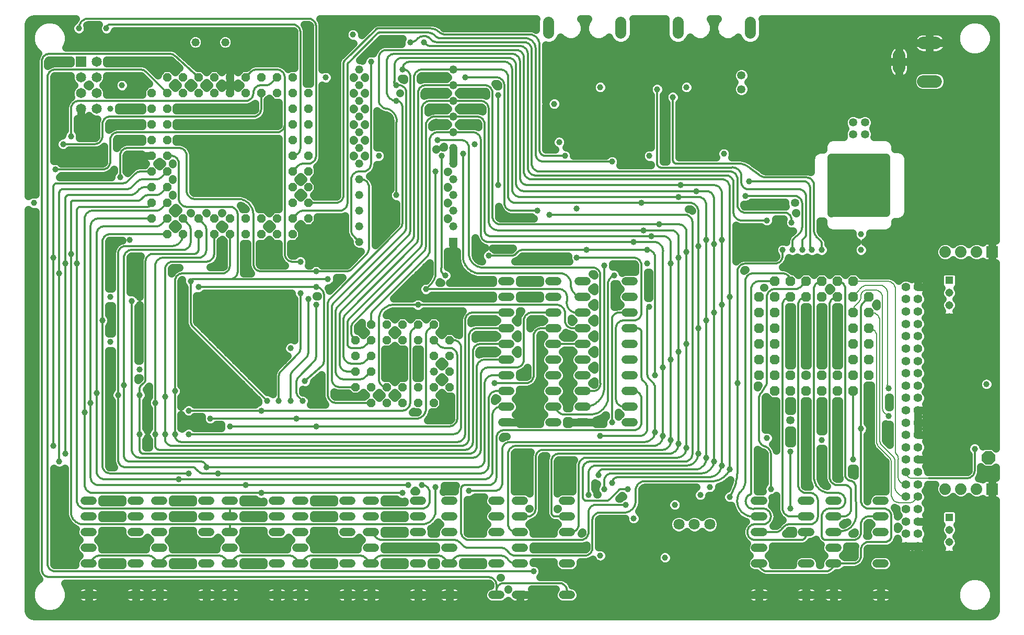
<source format=gbl>
G75*
%MOIN*%
%OFA0B0*%
%FSLAX24Y24*%
%IPPOS*%
%LPD*%
%AMOC8*
5,1,8,0,0,1.08239X$1,22.5*
%
%ADD10OC8,0.0520*%
%ADD11C,0.0520*%
%ADD12R,0.0520X0.0520*%
%ADD13C,0.0520*%
%ADD14C,0.0800*%
%ADD15R,0.0515X0.0515*%
%ADD16C,0.0515*%
%ADD17C,0.0709*%
%ADD18C,0.0630*%
%ADD19OC8,0.0630*%
%ADD20C,0.0700*%
%ADD21R,0.0740X0.0740*%
%ADD22C,0.0740*%
%ADD23C,0.0554*%
%ADD24OC8,0.0850*%
%ADD25R,0.0650X0.0650*%
%ADD26C,0.0650*%
%ADD27C,0.0500*%
%ADD28C,0.0396*%
%ADD29C,0.0357*%
%ADD30C,0.0531*%
%ADD31C,0.0120*%
%ADD32C,0.0080*%
D10*
X021850Y015600D03*
X022850Y015600D03*
X022850Y014600D03*
X023850Y014600D03*
X023850Y015600D03*
X024850Y015600D03*
X025850Y015600D03*
X025850Y014600D03*
X024850Y014600D03*
X026850Y014600D03*
X026850Y015600D03*
X027850Y015600D03*
X027850Y016600D03*
X027850Y017600D03*
X026850Y017600D03*
X026850Y018600D03*
X027850Y018600D03*
X026850Y019600D03*
X025850Y019600D03*
X024850Y019600D03*
X024850Y018600D03*
X025850Y018600D03*
X023850Y018600D03*
X023850Y019600D03*
X022850Y019600D03*
X022850Y018600D03*
X021850Y018600D03*
X021850Y017600D03*
X022850Y017600D03*
X022850Y016600D03*
X021850Y016600D03*
X017850Y025350D03*
X017850Y026350D03*
X018850Y026350D03*
X018850Y027350D03*
X017850Y027350D03*
X016850Y026350D03*
X016850Y025350D03*
X015850Y025350D03*
X014850Y025350D03*
X014850Y026350D03*
X015850Y026350D03*
X013850Y026350D03*
X012850Y026350D03*
X012850Y025350D03*
X013850Y025350D03*
X011850Y025350D03*
X010850Y025350D03*
X010850Y026350D03*
X011850Y026350D03*
X009850Y026350D03*
X009850Y025350D03*
X008850Y026350D03*
X008850Y027350D03*
X009850Y027350D03*
X009850Y028350D03*
X009850Y029350D03*
X009850Y030350D03*
X009850Y031350D03*
X009850Y032350D03*
X008850Y032350D03*
X008850Y031350D03*
X008850Y030350D03*
X008850Y029350D03*
X008850Y028350D03*
X008850Y033350D03*
X008850Y034350D03*
X009850Y034350D03*
X009850Y033350D03*
X010850Y034350D03*
X011850Y034350D03*
X011850Y035350D03*
X010850Y035350D03*
X009850Y035350D03*
X012850Y035350D03*
X013850Y035350D03*
X013850Y034350D03*
X012850Y034350D03*
X014850Y034350D03*
X015850Y034350D03*
X015850Y035350D03*
X014850Y035350D03*
X016850Y035350D03*
X016850Y034350D03*
X017850Y034350D03*
X018850Y034350D03*
X018850Y033350D03*
X017850Y033350D03*
X017850Y032350D03*
X018850Y032350D03*
X018850Y031350D03*
X017850Y031350D03*
X017850Y030350D03*
X018850Y030350D03*
X018850Y029350D03*
X017850Y029350D03*
X017850Y028350D03*
X018850Y028350D03*
X017850Y035350D03*
D11*
X031215Y022350D02*
X031735Y022350D01*
X031735Y021350D02*
X031215Y021350D01*
X031215Y020350D02*
X031735Y020350D01*
X031735Y019350D02*
X031215Y019350D01*
X031215Y018350D02*
X031735Y018350D01*
X031735Y017350D02*
X031215Y017350D01*
X031215Y016350D02*
X031735Y016350D01*
X031735Y015350D02*
X031215Y015350D01*
X031215Y014350D02*
X031735Y014350D01*
X031735Y013350D02*
X031215Y013350D01*
X034215Y013350D02*
X034735Y013350D01*
X034735Y014350D02*
X034215Y014350D01*
X034215Y015350D02*
X034735Y015350D01*
X034735Y016350D02*
X034215Y016350D01*
X034215Y017350D02*
X034735Y017350D01*
X034735Y018350D02*
X034215Y018350D01*
X034215Y019350D02*
X034735Y019350D01*
X034735Y020350D02*
X034215Y020350D01*
X034215Y021350D02*
X034735Y021350D01*
X036090Y021350D02*
X036610Y021350D01*
X036610Y020350D02*
X036090Y020350D01*
X036090Y019350D02*
X036610Y019350D01*
X036610Y018350D02*
X036090Y018350D01*
X036090Y017350D02*
X036610Y017350D01*
X036610Y016350D02*
X036090Y016350D01*
X036090Y015350D02*
X036610Y015350D01*
X036610Y014350D02*
X036090Y014350D01*
X036090Y013350D02*
X036610Y013350D01*
X039090Y013350D02*
X039610Y013350D01*
X039610Y014350D02*
X039090Y014350D01*
X039090Y015350D02*
X039610Y015350D01*
X039610Y016350D02*
X039090Y016350D01*
X039090Y017350D02*
X039610Y017350D01*
X039610Y018350D02*
X039090Y018350D01*
X039090Y019350D02*
X039610Y019350D01*
X039610Y020350D02*
X039090Y020350D01*
X039090Y021350D02*
X039610Y021350D01*
X039610Y022350D02*
X039090Y022350D01*
X036610Y022350D02*
X036090Y022350D01*
X034735Y022350D02*
X034215Y022350D01*
X035090Y008350D02*
X035610Y008350D01*
X035610Y007350D02*
X035090Y007350D01*
X035090Y006350D02*
X035610Y006350D01*
X035610Y004350D02*
X035090Y004350D01*
X035090Y002350D02*
X035610Y002350D01*
X032610Y002350D02*
X032090Y002350D01*
X031110Y002350D02*
X030590Y002350D01*
X030590Y004350D02*
X031110Y004350D01*
X032090Y004350D02*
X032610Y004350D01*
X032610Y005350D02*
X032090Y005350D01*
X032090Y006350D02*
X032610Y006350D01*
X032610Y007350D02*
X032090Y007350D01*
X031110Y007350D02*
X030590Y007350D01*
X030590Y008350D02*
X031110Y008350D01*
X032090Y008350D02*
X032610Y008350D01*
X031110Y006350D02*
X030590Y006350D01*
X028110Y006350D02*
X027590Y006350D01*
X027590Y005350D02*
X028110Y005350D01*
X028110Y004350D02*
X027590Y004350D01*
X026110Y004350D02*
X025590Y004350D01*
X025590Y002350D02*
X026110Y002350D01*
X027590Y002350D02*
X028110Y002350D01*
X026110Y006350D02*
X025590Y006350D01*
X025590Y007350D02*
X026110Y007350D01*
X026110Y008350D02*
X025590Y008350D01*
X027590Y008350D02*
X028110Y008350D01*
X028110Y007350D02*
X027590Y007350D01*
X023110Y007350D02*
X022590Y007350D01*
X021610Y007350D02*
X021090Y007350D01*
X021090Y008350D02*
X021610Y008350D01*
X022590Y008350D02*
X023110Y008350D01*
X023110Y006350D02*
X022590Y006350D01*
X021610Y006350D02*
X021090Y006350D01*
X022590Y005350D02*
X023110Y005350D01*
X023110Y004350D02*
X022590Y004350D01*
X021610Y004350D02*
X021090Y004350D01*
X021090Y002350D02*
X021610Y002350D01*
X022590Y002350D02*
X023110Y002350D01*
X018610Y002350D02*
X018090Y002350D01*
X017110Y002350D02*
X016590Y002350D01*
X016590Y004350D02*
X017110Y004350D01*
X018090Y004350D02*
X018610Y004350D01*
X018610Y005350D02*
X018090Y005350D01*
X018090Y006350D02*
X018610Y006350D01*
X018610Y007350D02*
X018090Y007350D01*
X017110Y007350D02*
X016590Y007350D01*
X016590Y008350D02*
X017110Y008350D01*
X018090Y008350D02*
X018610Y008350D01*
X017110Y006350D02*
X016590Y006350D01*
X014110Y006350D02*
X013590Y006350D01*
X012610Y006350D02*
X012090Y006350D01*
X012090Y007350D02*
X012610Y007350D01*
X013590Y007350D02*
X014110Y007350D01*
X014110Y008350D02*
X013590Y008350D01*
X012610Y008350D02*
X012090Y008350D01*
X009610Y008350D02*
X009090Y008350D01*
X008110Y008350D02*
X007590Y008350D01*
X007590Y007350D02*
X008110Y007350D01*
X009090Y007350D02*
X009610Y007350D01*
X009610Y006350D02*
X009090Y006350D01*
X008110Y006350D02*
X007590Y006350D01*
X009090Y005350D02*
X009610Y005350D01*
X009610Y004350D02*
X009090Y004350D01*
X008110Y004350D02*
X007590Y004350D01*
X005110Y004350D02*
X004590Y004350D01*
X004590Y005350D02*
X005110Y005350D01*
X005110Y006350D02*
X004590Y006350D01*
X004590Y007350D02*
X005110Y007350D01*
X005110Y008350D02*
X004590Y008350D01*
X012090Y004350D02*
X012610Y004350D01*
X013590Y004350D02*
X014110Y004350D01*
X014110Y005350D02*
X013590Y005350D01*
X013590Y002350D02*
X014110Y002350D01*
X012610Y002350D02*
X012090Y002350D01*
X009610Y002350D02*
X009090Y002350D01*
X008110Y002350D02*
X007590Y002350D01*
X005110Y002350D02*
X004590Y002350D01*
X047340Y002350D02*
X047860Y002350D01*
X047860Y004350D02*
X047340Y004350D01*
X047340Y005350D02*
X047860Y005350D01*
X047860Y006350D02*
X047340Y006350D01*
X047340Y007350D02*
X047860Y007350D01*
X047860Y008350D02*
X047340Y008350D01*
X050340Y008350D02*
X050860Y008350D01*
X050860Y007350D02*
X050340Y007350D01*
X052090Y007350D02*
X052610Y007350D01*
X052610Y008350D02*
X052090Y008350D01*
X052090Y006350D02*
X052610Y006350D01*
X052610Y005350D02*
X052090Y005350D01*
X052090Y004350D02*
X052610Y004350D01*
X050860Y004350D02*
X050340Y004350D01*
X050340Y002350D02*
X050860Y002350D01*
X052090Y002350D02*
X052610Y002350D01*
X055090Y002350D02*
X055610Y002350D01*
X055610Y004350D02*
X055090Y004350D01*
X055090Y006350D02*
X055610Y006350D01*
X055610Y007350D02*
X055090Y007350D01*
X055090Y008350D02*
X055610Y008350D01*
X050860Y006350D02*
X050340Y006350D01*
D12*
X028100Y024850D03*
D13*
X028100Y025850D03*
X028100Y026850D03*
X028100Y027850D03*
X028100Y028850D03*
X028100Y029850D03*
X028100Y030850D03*
X028100Y031850D03*
X028100Y032850D03*
X028100Y033850D03*
X028100Y034850D03*
X028100Y035850D03*
X022100Y035850D03*
X022100Y034850D03*
X022100Y033850D03*
X022100Y032850D03*
X022100Y031850D03*
X022100Y030850D03*
X022100Y029850D03*
X022100Y028850D03*
X022100Y027850D03*
X022100Y026850D03*
X022100Y025850D03*
X022100Y024850D03*
X026850Y016600D03*
X013550Y037600D03*
X011650Y037600D03*
D14*
X056525Y036750D02*
X056525Y035950D01*
X058075Y035100D02*
X058875Y035100D01*
X058875Y037550D02*
X058075Y037550D01*
D15*
X059725Y022406D03*
X059725Y007281D03*
D16*
X059725Y006494D03*
X059725Y005706D03*
X059725Y004919D03*
X059725Y020044D03*
X059725Y020831D03*
X059725Y021619D03*
D17*
X044459Y006850D03*
X043475Y006850D03*
X042491Y006850D03*
D18*
X050600Y016350D03*
D19*
X050600Y015350D03*
X049600Y015350D03*
X048600Y015350D03*
X048600Y016350D03*
X049600Y016350D03*
X048600Y017350D03*
X048600Y018350D03*
X048600Y019350D03*
X048600Y020350D03*
X048600Y021350D03*
X049600Y021350D03*
X050600Y021350D03*
X051600Y021350D03*
X052600Y021350D03*
X053600Y021350D03*
X054600Y021350D03*
X054600Y020350D03*
X053600Y020350D03*
X053600Y019350D03*
X054600Y019350D03*
X054600Y018350D03*
X053600Y018350D03*
X053600Y017350D03*
X054600Y017350D03*
X054600Y016350D03*
X053600Y016350D03*
X053600Y015350D03*
X052600Y015350D03*
X051600Y015350D03*
X051600Y016350D03*
X052600Y016350D03*
X047600Y016350D03*
X047600Y017350D03*
X047600Y018350D03*
X047600Y019350D03*
X047600Y020350D03*
X047600Y021350D03*
X048600Y022350D03*
X049600Y022350D03*
X050600Y022350D03*
X051600Y022350D03*
X052600Y022350D03*
X053600Y022350D03*
D20*
X047028Y038174D02*
X047028Y038874D01*
X042422Y038874D02*
X042422Y038174D01*
X038778Y038174D02*
X038778Y038874D01*
X034172Y038874D02*
X034172Y038174D01*
D21*
X062475Y024225D03*
X062475Y009100D03*
D22*
X061475Y009100D03*
X060475Y009100D03*
X059475Y009100D03*
X059475Y024225D03*
X060475Y024225D03*
X061475Y024225D03*
D23*
X057744Y021993D03*
X056956Y021993D03*
X056956Y021205D03*
X057744Y021205D03*
X057744Y020418D03*
X057744Y019631D03*
X056956Y019631D03*
X056956Y020418D03*
X056956Y018843D03*
X057744Y018843D03*
X057744Y018056D03*
X056956Y018056D03*
X056956Y017268D03*
X056956Y016481D03*
X057744Y016481D03*
X057744Y017268D03*
X057744Y015694D03*
X056956Y015694D03*
X056956Y014906D03*
X057744Y014906D03*
X057744Y014119D03*
X057744Y013331D03*
X056956Y013331D03*
X056956Y014119D03*
X056956Y012544D03*
X057744Y012544D03*
X057744Y011756D03*
X057744Y010969D03*
X056956Y010969D03*
X056956Y011756D03*
X056956Y010182D03*
X057744Y010182D03*
X057744Y009394D03*
X056956Y009394D03*
X056956Y008607D03*
X056956Y007819D03*
X057744Y007819D03*
X057744Y008607D03*
X057744Y007032D03*
X056956Y007032D03*
X056956Y006245D03*
X057744Y006245D03*
X057744Y005457D03*
X056956Y005457D03*
D24*
X062225Y011100D03*
D25*
X004350Y036350D03*
D26*
X004350Y035350D03*
X004350Y034350D03*
X004350Y033350D03*
X005350Y033350D03*
X005350Y034350D03*
X005350Y035350D03*
X005350Y036350D03*
D27*
X001027Y001216D02*
X001072Y001137D01*
X001137Y001072D01*
X001216Y001027D01*
X001304Y001003D01*
X001350Y001000D01*
X062342Y001000D01*
X062388Y001003D01*
X062476Y001027D01*
X062555Y001072D01*
X062620Y001137D01*
X062665Y001216D01*
X062689Y001304D01*
X062692Y001350D01*
X062692Y008380D01*
X062475Y008380D01*
X062475Y009100D01*
X062475Y009100D01*
X062475Y009820D01*
X062692Y009820D01*
X062692Y010499D01*
X062538Y010345D01*
X061912Y010345D01*
X061740Y010517D01*
X061740Y010365D01*
X061740Y010147D01*
X061653Y009878D01*
X061653Y009878D01*
X061596Y009800D01*
X061614Y009800D01*
X061845Y009705D01*
X061882Y009742D01*
X061939Y009780D01*
X062003Y009807D01*
X062071Y009820D01*
X062475Y009820D01*
X062475Y009100D01*
X062475Y009100D01*
X062475Y008380D01*
X062071Y008380D01*
X062003Y008393D01*
X061939Y008420D01*
X061882Y008458D01*
X061845Y008495D01*
X061614Y008400D01*
X061336Y008400D01*
X061078Y008507D01*
X060975Y008610D01*
X060872Y008507D01*
X060614Y008400D01*
X060336Y008400D01*
X060078Y008507D01*
X059975Y008610D01*
X059872Y008507D01*
X059614Y008400D01*
X059336Y008400D01*
X059078Y008507D01*
X058882Y008703D01*
X058775Y008961D01*
X058775Y009239D01*
X058841Y009398D01*
X058351Y009398D01*
X058351Y009274D01*
X058258Y009050D01*
X058209Y009001D01*
X058258Y008951D01*
X058351Y008728D01*
X058351Y008486D01*
X058258Y008263D01*
X058209Y008213D01*
X058258Y008163D01*
X058351Y007940D01*
X058351Y007699D01*
X058258Y007476D01*
X058223Y007440D01*
X058280Y007361D01*
X058325Y007273D01*
X058355Y007179D01*
X058371Y007081D01*
X058371Y007032D01*
X057744Y007032D01*
X057744Y007032D01*
X058371Y007032D01*
X058371Y006983D01*
X058355Y006885D01*
X058325Y006791D01*
X058280Y006703D01*
X058223Y006624D01*
X058258Y006589D01*
X058351Y006365D01*
X058351Y006124D01*
X058258Y005901D01*
X058223Y005865D01*
X058280Y005786D01*
X058325Y005698D01*
X058355Y005604D01*
X058371Y005507D01*
X058371Y005457D01*
X057744Y005457D01*
X057744Y005457D01*
X057744Y004830D01*
X057793Y004830D01*
X057891Y004846D01*
X057984Y004876D01*
X058072Y004921D01*
X058152Y004979D01*
X058222Y005049D01*
X058280Y005129D01*
X058325Y005217D01*
X058355Y005310D01*
X058371Y005408D01*
X058371Y005457D01*
X057744Y005457D01*
X057744Y005457D01*
X057744Y004830D01*
X057694Y004830D01*
X057597Y004846D01*
X057503Y004876D01*
X057415Y004921D01*
X057350Y004968D01*
X057285Y004921D01*
X057197Y004876D01*
X057103Y004846D01*
X057006Y004830D01*
X056956Y004830D01*
X056956Y005457D01*
X056956Y005457D01*
X056329Y005457D01*
X056329Y005408D01*
X056345Y005310D01*
X056375Y005217D01*
X056420Y005129D01*
X056478Y005049D01*
X056548Y004979D01*
X056628Y004921D01*
X056716Y004876D01*
X056809Y004846D01*
X056907Y004830D01*
X056956Y004830D01*
X056956Y005457D01*
X056956Y005457D01*
X056329Y005457D01*
X056329Y005507D01*
X056345Y005604D01*
X056375Y005698D01*
X056420Y005786D01*
X056477Y005865D01*
X056442Y005901D01*
X056425Y005941D01*
X056311Y005667D01*
X056311Y005667D01*
X056096Y005451D01*
X056096Y005451D01*
X055815Y005335D01*
X056341Y005335D01*
X056380Y005834D02*
X056454Y005834D01*
X056956Y005457D02*
X057744Y005457D01*
X057117Y005457D01*
X056956Y005457D01*
X056956Y005457D01*
X056956Y005335D02*
X056956Y005335D01*
X056956Y004837D02*
X056956Y004837D01*
X056867Y004837D02*
X055958Y004837D01*
X055944Y004850D02*
X055727Y004940D01*
X054973Y004940D01*
X054756Y004850D01*
X054590Y004684D01*
X054500Y004467D01*
X054500Y004233D01*
X054590Y004016D01*
X054756Y003850D01*
X054973Y003760D01*
X055727Y003760D01*
X055944Y003850D01*
X056110Y004016D01*
X056200Y004233D01*
X056200Y004467D01*
X056110Y004684D01*
X055944Y004850D01*
X055815Y005335D02*
X054600Y005335D01*
X054583Y005334D01*
X054550Y005323D01*
X054522Y005303D01*
X054502Y005275D01*
X054491Y005242D01*
X054490Y005225D01*
X054490Y004709D01*
X054403Y004441D01*
X054403Y004441D01*
X054237Y004213D01*
X054237Y004213D01*
X054237Y004213D01*
X054009Y004047D01*
X054009Y004047D01*
X053741Y003960D01*
X053741Y003960D01*
X053678Y003960D01*
X053054Y003960D01*
X052944Y003850D01*
X052727Y003760D01*
X052521Y003760D01*
X052487Y003713D01*
X052487Y003713D01*
X052487Y003713D01*
X052259Y003547D01*
X052259Y003547D01*
X051991Y003460D01*
X047959Y003460D01*
X047691Y003547D01*
X047691Y003547D01*
X047463Y003713D01*
X047463Y003713D01*
X047429Y003760D01*
X047223Y003760D01*
X047006Y003850D01*
X046840Y004016D01*
X046750Y004233D01*
X046750Y004467D01*
X046840Y004684D01*
X047006Y004850D01*
X046840Y005016D01*
X046750Y005233D01*
X046750Y005467D01*
X046819Y005634D01*
X046658Y005769D01*
X046658Y005769D01*
X046501Y006041D01*
X046501Y006041D01*
X046446Y006350D01*
X046501Y006659D01*
X046658Y006931D01*
X046658Y006931D01*
X046748Y007007D01*
X046739Y007008D01*
X046739Y007008D01*
X046341Y007224D01*
X046341Y007224D01*
X046033Y007555D01*
X045846Y007967D01*
X045837Y008053D01*
X045834Y008052D01*
X045616Y008052D01*
X045415Y008135D01*
X045260Y008290D01*
X045177Y008491D01*
X045177Y008709D01*
X045260Y008910D01*
X045415Y009065D01*
X045558Y009124D01*
X045723Y009547D01*
X045748Y009681D01*
X045731Y009659D01*
X045731Y009659D01*
X045731Y009659D01*
X045386Y009401D01*
X045386Y009401D01*
X045023Y009254D01*
X045023Y009116D01*
X044940Y008915D01*
X044785Y008760D01*
X044584Y008677D01*
X044398Y008677D01*
X044398Y008616D01*
X044315Y008415D01*
X044160Y008260D01*
X043959Y008177D01*
X043741Y008177D01*
X043540Y008260D01*
X043385Y008415D01*
X043302Y008616D01*
X043302Y008834D01*
X043385Y009035D01*
X043540Y009190D01*
X043589Y009210D01*
X040350Y009210D01*
X040313Y009207D01*
X040243Y009184D01*
X040184Y009141D01*
X040141Y009082D01*
X040118Y009012D01*
X040115Y008975D01*
X040115Y008507D01*
X040140Y008359D01*
X040140Y008359D01*
X040086Y007999D01*
X040086Y007999D01*
X039924Y007676D01*
X040065Y007535D01*
X040148Y007334D01*
X040148Y007116D01*
X040065Y006915D01*
X039910Y006760D01*
X039709Y006677D01*
X039491Y006677D01*
X039290Y006760D01*
X039135Y006915D01*
X039052Y007116D01*
X039052Y007210D01*
X037475Y007210D01*
X037458Y007209D01*
X037425Y007198D01*
X037397Y007178D01*
X037377Y007150D01*
X037366Y007117D01*
X037365Y007100D01*
X037365Y005398D01*
X037366Y005398D01*
X037584Y005398D01*
X037785Y005315D01*
X037940Y005160D01*
X038023Y004959D01*
X038023Y004741D01*
X037940Y004540D01*
X037785Y004385D01*
X037584Y004302D01*
X037366Y004302D01*
X037165Y004385D01*
X037010Y004540D01*
X036979Y004616D01*
X036884Y004547D01*
X036884Y004547D01*
X036616Y004460D01*
X036200Y004460D01*
X036200Y004233D01*
X036110Y004016D01*
X035944Y003850D01*
X035727Y003760D01*
X034973Y003760D01*
X034756Y003850D01*
X034590Y004016D01*
X034500Y004233D01*
X034500Y004460D01*
X033200Y004460D01*
X033200Y004398D01*
X033334Y004398D01*
X033535Y004315D01*
X033690Y004160D01*
X033773Y003959D01*
X033773Y003741D01*
X033690Y003540D01*
X033640Y003490D01*
X034991Y003490D01*
X035259Y003403D01*
X035259Y003403D01*
X035487Y003237D01*
X035487Y003237D01*
X035487Y003237D01*
X035653Y003009D01*
X035653Y003009D01*
X035675Y002940D01*
X035727Y002940D01*
X035944Y002850D01*
X036110Y002684D01*
X036200Y002467D01*
X036200Y002233D01*
X036110Y002016D01*
X035944Y001850D01*
X035727Y001760D01*
X034973Y001760D01*
X034756Y001850D01*
X034590Y002016D01*
X034500Y002233D01*
X034500Y002467D01*
X034590Y002684D01*
X034616Y002710D01*
X033102Y002710D01*
X033132Y002670D01*
X033175Y002584D01*
X033205Y002493D01*
X033220Y002398D01*
X033220Y002350D01*
X032350Y002350D01*
X032350Y002350D01*
X033220Y002350D01*
X033220Y002302D01*
X033205Y002207D01*
X033175Y002116D01*
X033132Y002030D01*
X033075Y001953D01*
X033007Y001885D01*
X032930Y001828D01*
X032844Y001785D01*
X032753Y001755D01*
X032658Y001740D01*
X032350Y001740D01*
X032350Y002350D01*
X032350Y002350D01*
X032350Y001740D01*
X032042Y001740D01*
X031947Y001755D01*
X031856Y001785D01*
X031770Y001828D01*
X031693Y001885D01*
X031625Y001953D01*
X031592Y001998D01*
X031444Y001850D01*
X031227Y001760D01*
X030473Y001760D01*
X030256Y001850D01*
X030090Y002016D01*
X030000Y002233D01*
X030000Y002467D01*
X030090Y002684D01*
X030256Y002850D01*
X030460Y002935D01*
X030460Y002975D01*
X030459Y002992D01*
X030448Y003025D01*
X030428Y003053D01*
X030400Y003073D01*
X030367Y003084D01*
X030350Y003085D01*
X003313Y003085D01*
X003469Y002814D01*
X003551Y002508D01*
X003551Y002192D01*
X003469Y001886D01*
X003311Y001612D01*
X003088Y001389D01*
X002814Y001231D01*
X002508Y001149D01*
X002192Y001149D01*
X001886Y001231D01*
X001612Y001389D01*
X001389Y001612D01*
X001231Y001886D01*
X001149Y002192D01*
X001149Y002508D01*
X001231Y002814D01*
X001389Y003088D01*
X001612Y003311D01*
X001697Y003360D01*
X001547Y003566D01*
X001547Y003566D01*
X001460Y003834D01*
X001460Y026802D01*
X001459Y026802D01*
X001241Y026802D01*
X001040Y026885D01*
X001000Y026925D01*
X001000Y001350D01*
X001003Y001304D01*
X001027Y001216D01*
X001000Y001347D02*
X001685Y001347D01*
X001254Y001846D02*
X001000Y001846D01*
X001000Y002344D02*
X001149Y002344D01*
X001247Y002843D02*
X001000Y002843D01*
X001000Y003341D02*
X001664Y003341D01*
X001460Y003840D02*
X001000Y003840D01*
X001000Y004338D02*
X001460Y004338D01*
X001460Y004837D02*
X001000Y004837D01*
X001000Y005335D02*
X001460Y005335D01*
X001460Y005834D02*
X001000Y005834D01*
X001000Y006332D02*
X001460Y006332D01*
X001460Y006831D02*
X001000Y006831D01*
X001000Y007329D02*
X001460Y007329D01*
X001460Y007828D02*
X001000Y007828D01*
X001000Y008326D02*
X001460Y008326D01*
X001460Y008825D02*
X001000Y008825D01*
X001000Y009323D02*
X001460Y009323D01*
X001460Y009822D02*
X001000Y009822D01*
X001000Y010320D02*
X001460Y010320D01*
X001460Y010819D02*
X001000Y010819D01*
X001000Y011317D02*
X001460Y011317D01*
X001460Y011816D02*
X001000Y011816D01*
X001000Y012314D02*
X001460Y012314D01*
X001460Y012813D02*
X001000Y012813D01*
X001000Y013311D02*
X001460Y013311D01*
X001460Y013810D02*
X001000Y013810D01*
X001000Y014308D02*
X001460Y014308D01*
X001460Y014807D02*
X001000Y014807D01*
X001000Y015305D02*
X001460Y015305D01*
X001460Y015804D02*
X001000Y015804D01*
X001000Y016302D02*
X001460Y016302D01*
X001460Y016801D02*
X001000Y016801D01*
X001000Y017299D02*
X001460Y017299D01*
X001460Y017798D02*
X001000Y017798D01*
X001000Y018296D02*
X001460Y018296D01*
X001460Y018795D02*
X001000Y018795D01*
X001000Y019293D02*
X001460Y019293D01*
X001460Y019792D02*
X001000Y019792D01*
X001000Y020290D02*
X001460Y020290D01*
X001460Y020789D02*
X001000Y020789D01*
X001000Y021287D02*
X001460Y021287D01*
X001460Y021786D02*
X001000Y021786D01*
X001000Y022284D02*
X001460Y022284D01*
X001460Y022783D02*
X001000Y022783D01*
X001000Y023281D02*
X001460Y023281D01*
X001460Y023780D02*
X001000Y023780D01*
X001000Y024278D02*
X001460Y024278D01*
X001460Y024777D02*
X001000Y024777D01*
X001000Y025275D02*
X001460Y025275D01*
X001460Y025774D02*
X001000Y025774D01*
X001000Y026272D02*
X001460Y026272D01*
X001460Y026771D02*
X001000Y026771D01*
X001000Y027775D02*
X001000Y038720D01*
X001003Y038766D01*
X001027Y038854D01*
X001072Y038933D01*
X001137Y038998D01*
X001216Y039043D01*
X001304Y039067D01*
X001350Y039070D01*
X004028Y039070D01*
X003941Y038951D01*
X003915Y038940D01*
X003760Y038785D01*
X003677Y038584D01*
X003677Y038366D01*
X003760Y038165D01*
X003915Y038010D01*
X004116Y037927D01*
X004334Y037927D01*
X004535Y038010D01*
X004690Y038165D01*
X004773Y038366D01*
X004773Y038584D01*
X004734Y038678D01*
X004743Y038684D01*
X004813Y038707D01*
X004850Y038710D01*
X005479Y038710D01*
X005427Y038584D01*
X005427Y038366D01*
X005510Y038165D01*
X005665Y038010D01*
X005866Y037927D01*
X006084Y037927D01*
X006285Y038010D01*
X006440Y038165D01*
X006510Y038335D01*
X017850Y038335D01*
X017867Y038334D01*
X017900Y038323D01*
X017928Y038303D01*
X017948Y038275D01*
X017959Y038242D01*
X017960Y038225D01*
X017960Y035940D01*
X017606Y035940D01*
X017557Y035891D01*
X017487Y035987D01*
X017259Y036153D01*
X016991Y036240D01*
X015380Y036240D01*
X015053Y036105D01*
X014983Y036034D01*
X014983Y036034D01*
X014888Y035940D01*
X014606Y035940D01*
X014364Y035699D01*
X014103Y035960D01*
X013850Y035960D01*
X013850Y035350D01*
X013850Y035350D01*
X013850Y034350D01*
X013850Y034350D01*
X013850Y034960D01*
X013850Y035350D01*
X013850Y035350D01*
X013850Y035960D01*
X013597Y035960D01*
X013336Y035699D01*
X013094Y035940D01*
X012606Y035940D01*
X012350Y035684D01*
X012094Y035940D01*
X011783Y035940D01*
X010641Y036985D01*
X010522Y037105D01*
X010195Y037240D01*
X003385Y037240D01*
X003469Y037386D01*
X003551Y037692D01*
X003551Y038008D01*
X003469Y038314D01*
X003311Y038588D01*
X003088Y038811D01*
X002814Y038969D01*
X002508Y039051D01*
X002192Y039051D01*
X001886Y038969D01*
X001612Y038811D01*
X001389Y038588D01*
X001231Y038314D01*
X001149Y038008D01*
X001149Y037692D01*
X001231Y037386D01*
X001389Y037112D01*
X001612Y036889D01*
X001633Y036877D01*
X001547Y036759D01*
X001460Y036491D01*
X001460Y027898D01*
X001459Y027898D01*
X001241Y027898D01*
X001040Y027815D01*
X001000Y027775D01*
X001000Y028266D02*
X001460Y028266D01*
X001460Y028765D02*
X001000Y028765D01*
X001000Y029263D02*
X001460Y029263D01*
X001460Y029762D02*
X001000Y029762D01*
X001000Y030260D02*
X001460Y030260D01*
X001460Y030759D02*
X001000Y030759D01*
X001000Y031257D02*
X001460Y031257D01*
X001460Y031756D02*
X001000Y031756D01*
X001000Y032254D02*
X001460Y032254D01*
X001460Y032753D02*
X001000Y032753D01*
X001000Y033251D02*
X001460Y033251D01*
X001460Y033750D02*
X001000Y033750D01*
X001000Y034248D02*
X001460Y034248D01*
X001460Y034747D02*
X001000Y034747D01*
X001000Y035245D02*
X001460Y035245D01*
X001460Y035744D02*
X001000Y035744D01*
X001000Y036242D02*
X001460Y036242D01*
X001541Y036741D02*
X001000Y036741D01*
X001000Y037239D02*
X001316Y037239D01*
X001149Y037738D02*
X001000Y037738D01*
X001000Y038236D02*
X001210Y038236D01*
X001001Y038735D02*
X001536Y038735D01*
X001027Y038854D02*
X001027Y038854D01*
X003164Y038735D02*
X003739Y038735D01*
X003731Y038236D02*
X003490Y038236D01*
X003551Y037738D02*
X011068Y037738D01*
X011060Y037717D02*
X011060Y037483D01*
X011150Y037266D01*
X011316Y037100D01*
X011533Y037010D01*
X011767Y037010D01*
X011984Y037100D01*
X012150Y037266D01*
X012240Y037483D01*
X012240Y037717D01*
X012150Y037934D01*
X011984Y038100D01*
X011767Y038190D01*
X011533Y038190D01*
X011316Y038100D01*
X011150Y037934D01*
X011060Y037717D01*
X011177Y037239D02*
X010197Y037239D01*
X010522Y037105D02*
X010522Y037105D01*
X010909Y036741D02*
X017960Y036741D01*
X017960Y037239D02*
X014023Y037239D01*
X014050Y037266D02*
X014140Y037483D01*
X014140Y037717D01*
X014050Y037934D01*
X013884Y038100D01*
X013667Y038190D01*
X013433Y038190D01*
X013216Y038100D01*
X013050Y037934D01*
X012960Y037717D01*
X012960Y037483D01*
X013050Y037266D01*
X013216Y037100D01*
X013433Y037010D01*
X013667Y037010D01*
X013884Y037100D01*
X014050Y037266D01*
X014132Y037738D02*
X017960Y037738D01*
X017959Y038236D02*
X006469Y038236D01*
X005481Y038236D02*
X004719Y038236D01*
X003695Y036460D02*
X002350Y036460D01*
X002333Y036459D01*
X002300Y036448D01*
X002272Y036428D01*
X002252Y036400D01*
X002241Y036367D01*
X002240Y036350D01*
X002240Y036098D01*
X002316Y036153D01*
X002316Y036153D01*
X002584Y036240D01*
X003695Y036240D01*
X003695Y036460D01*
X003695Y036242D02*
X002240Y036242D01*
X001547Y036759D02*
X001547Y036759D01*
X002647Y035428D02*
X002675Y035448D01*
X002708Y035459D01*
X002725Y035460D01*
X003695Y035460D01*
X003695Y035220D01*
X003795Y034979D01*
X003924Y034850D01*
X003795Y034721D01*
X003695Y034480D01*
X003695Y034220D01*
X003744Y034101D01*
X003588Y033987D01*
X003422Y033759D01*
X003335Y033491D01*
X003335Y031985D01*
X003260Y031910D01*
X003177Y031709D01*
X003177Y031648D01*
X003116Y031648D01*
X002915Y031565D01*
X002760Y031410D01*
X002677Y031209D01*
X002677Y030991D01*
X002760Y030790D01*
X002915Y030635D01*
X003116Y030552D01*
X003334Y030552D01*
X003535Y030635D01*
X003610Y030710D01*
X005303Y030710D01*
X005366Y030710D01*
X005634Y030797D01*
X005634Y030797D01*
X005835Y030943D01*
X005835Y029975D01*
X005834Y029958D01*
X005823Y029925D01*
X005803Y029897D01*
X005775Y029877D01*
X005742Y029866D01*
X005725Y029865D01*
X003110Y029865D01*
X003035Y029940D01*
X002834Y030023D01*
X002616Y030023D01*
X002615Y030023D01*
X002615Y035350D01*
X002616Y035367D01*
X002627Y035400D01*
X002647Y035428D01*
X002615Y035245D02*
X003695Y035245D01*
X003820Y034747D02*
X002615Y034747D01*
X002615Y034248D02*
X003695Y034248D01*
X003588Y033987D02*
X003588Y033987D01*
X003588Y033987D01*
X003422Y033759D02*
X003422Y033759D01*
X003419Y033750D02*
X002615Y033750D01*
X002615Y033251D02*
X003335Y033251D01*
X003335Y032753D02*
X002615Y032753D01*
X002615Y032254D02*
X003335Y032254D01*
X003196Y031756D02*
X002615Y031756D01*
X002615Y031257D02*
X002697Y031257D01*
X002615Y030759D02*
X002791Y030759D01*
X002615Y030260D02*
X005835Y030260D01*
X005835Y030759D02*
X005515Y030759D01*
X005366Y030710D02*
X005366Y030710D01*
X005242Y031491D02*
X005225Y031490D01*
X004273Y031490D01*
X004273Y031491D01*
X004273Y031709D01*
X004190Y031910D01*
X004115Y031985D01*
X004115Y032717D01*
X004133Y032709D01*
X004218Y032687D01*
X004306Y032675D01*
X004350Y032675D01*
X004394Y032675D01*
X004482Y032687D01*
X004567Y032709D01*
X004649Y032743D01*
X004726Y032788D01*
X004796Y032841D01*
X004859Y032904D01*
X004863Y032910D01*
X004979Y032795D01*
X005220Y032695D01*
X005401Y032695D01*
X005335Y032491D01*
X005335Y031600D01*
X005334Y031583D01*
X005323Y031550D01*
X005303Y031522D01*
X005275Y031502D01*
X005242Y031491D01*
X005335Y031756D02*
X004254Y031756D01*
X004115Y032254D02*
X005335Y032254D01*
X005081Y032753D02*
X004665Y032753D01*
X004350Y032753D02*
X004350Y032753D01*
X004350Y032675D02*
X004350Y033350D01*
X004350Y033350D01*
X004350Y032675D01*
X004350Y033251D02*
X004350Y033251D01*
X006005Y034240D02*
X006005Y034480D01*
X005905Y034721D01*
X005776Y034850D01*
X005905Y034979D01*
X006005Y035220D01*
X006005Y035460D01*
X008143Y035460D01*
X008164Y035458D01*
X008204Y035441D01*
X008221Y035428D01*
X008708Y034940D01*
X008606Y034940D01*
X008260Y034594D01*
X008260Y034240D01*
X006005Y034240D01*
X006005Y034248D02*
X008260Y034248D01*
X008412Y034747D02*
X007523Y034747D01*
X007523Y034741D02*
X007440Y034540D01*
X007285Y034385D01*
X007084Y034302D01*
X006866Y034302D01*
X006665Y034385D01*
X006510Y034540D01*
X006427Y034741D01*
X006427Y034959D01*
X006510Y035160D01*
X006665Y035315D01*
X006866Y035398D01*
X007084Y035398D01*
X007285Y035315D01*
X007440Y035160D01*
X007523Y034959D01*
X007523Y034741D01*
X007355Y035245D02*
X008403Y035245D01*
X009008Y035744D02*
X009409Y035744D01*
X009260Y035594D02*
X009260Y035492D01*
X008717Y036034D01*
X008647Y036105D01*
X008320Y036240D01*
X006005Y036240D01*
X006005Y036460D01*
X009940Y036460D01*
X010018Y036460D01*
X010039Y036458D01*
X010079Y036441D01*
X010090Y036432D01*
X010102Y036422D01*
X010151Y036373D01*
X010159Y036370D01*
X010628Y035940D01*
X010606Y035940D01*
X010350Y035684D01*
X010094Y035940D01*
X009606Y035940D01*
X009260Y035594D01*
X008717Y036034D02*
X008717Y036034D01*
X008647Y036105D02*
X008647Y036105D01*
X010298Y036242D02*
X006005Y036242D01*
X006005Y035245D02*
X006595Y035245D01*
X006427Y034747D02*
X005880Y034747D01*
X004924Y034850D02*
X004850Y034776D01*
X004776Y034850D01*
X004850Y034924D01*
X004924Y034850D01*
X006773Y033460D02*
X008260Y033460D01*
X008260Y033240D01*
X006773Y033240D01*
X006773Y033241D01*
X006773Y033459D01*
X006773Y033460D01*
X006773Y033251D02*
X008260Y033251D01*
X008260Y032460D02*
X008260Y032240D01*
X006584Y032240D01*
X006316Y032153D01*
X006115Y032007D01*
X006115Y032350D01*
X006116Y032367D01*
X006127Y032400D01*
X006147Y032428D01*
X006175Y032448D01*
X006208Y032459D01*
X006225Y032460D01*
X008260Y032460D01*
X008260Y032254D02*
X006115Y032254D01*
X006316Y032153D02*
X006316Y032153D01*
X006675Y031448D02*
X006708Y031459D01*
X006725Y031460D01*
X008260Y031460D01*
X008260Y031240D01*
X007209Y031240D01*
X006941Y031153D01*
X006713Y030987D01*
X006615Y030853D01*
X006615Y031350D01*
X006616Y031367D01*
X006627Y031400D01*
X006647Y031428D01*
X006675Y031448D01*
X006615Y031257D02*
X008260Y031257D01*
X008240Y030460D02*
X007350Y030460D01*
X007333Y030459D01*
X007300Y030448D01*
X007272Y030428D01*
X007252Y030400D01*
X007241Y030367D01*
X007240Y030350D01*
X007240Y029360D01*
X007315Y029285D01*
X007328Y029254D01*
X007498Y029424D01*
X007498Y029424D01*
X007553Y029479D01*
X007553Y029479D01*
X007678Y029605D01*
X007678Y029605D01*
X008005Y029740D01*
X008406Y029740D01*
X008501Y029836D01*
X008240Y030097D01*
X008240Y030350D01*
X008850Y030350D01*
X008850Y030350D01*
X008240Y030350D01*
X008240Y030460D01*
X008240Y030260D02*
X007240Y030260D01*
X007240Y029762D02*
X008427Y029762D01*
X009199Y029836D02*
X009364Y030001D01*
X009516Y029850D01*
X009350Y029684D01*
X009199Y029836D01*
X009273Y029762D02*
X009427Y029762D01*
X010184Y029850D02*
X010207Y029873D01*
X010209Y029867D01*
X010210Y029850D01*
X010210Y029824D01*
X010184Y029850D01*
X010210Y028876D02*
X010184Y028850D01*
X010210Y028824D01*
X010210Y028876D01*
X010210Y027876D02*
X010184Y027850D01*
X010210Y027824D01*
X010210Y027876D01*
X010393Y027059D02*
X010463Y026963D01*
X010559Y026893D01*
X010350Y026684D01*
X010184Y026850D01*
X010393Y027059D01*
X010463Y026963D02*
X010463Y026963D01*
X010463Y026963D01*
X010436Y026771D02*
X010264Y026771D01*
X010350Y026016D02*
X010516Y025850D01*
X010350Y025684D01*
X010184Y025850D01*
X010350Y026016D01*
X010261Y025774D02*
X010439Y025774D01*
X011350Y026684D02*
X011376Y026710D01*
X011324Y026710D01*
X011350Y026684D01*
X012324Y026710D02*
X012376Y026710D01*
X012350Y026684D01*
X012324Y026710D01*
X013324Y026710D02*
X013347Y026710D01*
X013336Y026699D01*
X013324Y026710D01*
X013336Y026001D02*
X013501Y025836D01*
X013350Y025684D01*
X013184Y025850D01*
X013336Y026001D01*
X013261Y025774D02*
X013439Y025774D01*
X013350Y025016D02*
X013460Y024906D01*
X013460Y023350D01*
X013459Y023333D01*
X013448Y023300D01*
X013428Y023272D01*
X013400Y023252D01*
X013367Y023241D01*
X013350Y023240D01*
X012583Y023240D01*
X012759Y023297D01*
X012759Y023297D01*
X012987Y023463D01*
X013153Y023691D01*
X013240Y023959D01*
X013240Y024906D01*
X013350Y025016D01*
X013240Y024777D02*
X013460Y024777D01*
X013460Y024278D02*
X013240Y024278D01*
X013182Y023780D02*
X013460Y023780D01*
X013153Y023691D02*
X013153Y023691D01*
X012987Y023463D02*
X012987Y023463D01*
X012987Y023463D01*
X012710Y023281D02*
X013434Y023281D01*
X014740Y023281D02*
X014977Y023281D01*
X014960Y023334D02*
X015047Y023066D01*
X015193Y022865D01*
X014740Y022865D01*
X014740Y024760D01*
X014960Y024760D01*
X014960Y023334D01*
X015047Y023066D02*
X015047Y023066D01*
X015752Y023425D02*
X015741Y023458D01*
X015740Y023475D01*
X015740Y024760D01*
X016094Y024760D01*
X016350Y025016D01*
X016606Y024760D01*
X016960Y024760D01*
X016960Y023959D01*
X017047Y023691D01*
X017047Y023691D01*
X017213Y023463D01*
X017213Y023463D01*
X017347Y023365D01*
X015850Y023365D01*
X015833Y023366D01*
X015800Y023377D01*
X015772Y023397D01*
X015752Y023425D01*
X015740Y023780D02*
X017018Y023780D01*
X016960Y024278D02*
X015740Y024278D01*
X016111Y024777D02*
X016589Y024777D01*
X017740Y024760D02*
X018094Y024760D01*
X018440Y025106D01*
X018440Y025594D01*
X018184Y025850D01*
X018350Y026016D01*
X018606Y025760D01*
X019094Y025760D01*
X019440Y026106D01*
X019440Y026460D01*
X020991Y026460D01*
X021210Y026531D01*
X021210Y025380D01*
X021345Y025053D01*
X021416Y024983D01*
X021416Y024983D01*
X021510Y024888D01*
X021510Y024733D01*
X021600Y024516D01*
X021766Y024350D01*
X021983Y024260D01*
X022208Y024260D01*
X022195Y024246D01*
X022153Y024213D01*
X022140Y024192D01*
X021346Y023397D01*
X021329Y023384D01*
X021289Y023367D01*
X021268Y023365D01*
X019735Y023365D01*
X019660Y023440D01*
X019459Y023523D01*
X019241Y023523D01*
X019040Y023440D01*
X018965Y023365D01*
X018846Y023365D01*
X018898Y023491D01*
X018898Y023709D01*
X018815Y023910D01*
X018660Y024065D01*
X018459Y024148D01*
X018241Y024148D01*
X018040Y024065D01*
X017965Y023990D01*
X017850Y023990D01*
X017833Y023991D01*
X017800Y024002D01*
X017772Y024022D01*
X017752Y024050D01*
X017741Y024083D01*
X017740Y024100D01*
X017740Y024760D01*
X018111Y024777D02*
X021510Y024777D01*
X021345Y025053D02*
X021345Y025053D01*
X021254Y025275D02*
X018440Y025275D01*
X018592Y025774D02*
X018261Y025774D01*
X019108Y025774D02*
X021210Y025774D01*
X021210Y026272D02*
X019440Y026272D01*
X019294Y027740D02*
X019184Y027850D01*
X019440Y028106D01*
X019440Y028594D01*
X019184Y028850D01*
X019440Y029106D01*
X019440Y029594D01*
X019391Y029643D01*
X019487Y029713D01*
X019653Y029941D01*
X019740Y030209D01*
X019740Y034854D01*
X019866Y034802D01*
X020084Y034802D01*
X020285Y034885D01*
X020440Y035040D01*
X020523Y035241D01*
X020523Y035459D01*
X020440Y035660D01*
X020285Y035815D01*
X020084Y035898D01*
X019866Y035898D01*
X019740Y035846D01*
X019740Y038741D01*
X019653Y039009D01*
X019653Y039009D01*
X019609Y039070D01*
X033393Y039070D01*
X033364Y039000D01*
X033364Y038394D01*
X033181Y038473D01*
X033181Y038473D01*
X033069Y038483D01*
X033053Y038490D01*
X032993Y038490D01*
X032933Y038495D01*
X032916Y038490D01*
X027527Y038490D01*
X027520Y038491D01*
X027506Y038496D01*
X027501Y038501D01*
X027385Y038617D01*
X027101Y038780D01*
X026785Y038865D01*
X023201Y038865D01*
X022966Y038768D01*
X022931Y038732D01*
X022248Y038050D01*
X022248Y038184D01*
X022165Y038385D01*
X022010Y038540D01*
X021809Y038623D01*
X021591Y038623D01*
X021390Y038540D01*
X021235Y038385D01*
X021152Y038184D01*
X021152Y037966D01*
X021235Y037765D01*
X021390Y037610D01*
X021591Y037527D01*
X021725Y037527D01*
X020952Y036754D01*
X020941Y036743D01*
X020843Y036644D01*
X020807Y036609D01*
X020710Y036374D01*
X020710Y027850D01*
X020709Y027833D01*
X020698Y027800D01*
X020678Y027772D01*
X020650Y027752D01*
X020617Y027741D01*
X020600Y027740D01*
X019294Y027740D01*
X019267Y027768D02*
X020671Y027768D01*
X020710Y028266D02*
X019440Y028266D01*
X018516Y027850D02*
X018350Y028016D01*
X018199Y027864D01*
X018364Y027699D01*
X018516Y027850D01*
X018433Y027768D02*
X018295Y027768D01*
X018350Y028684D02*
X018184Y028850D01*
X018350Y029016D01*
X018516Y028850D01*
X018350Y028684D01*
X018270Y028765D02*
X018430Y028765D01*
X019270Y028765D02*
X020710Y028765D01*
X020710Y029263D02*
X019440Y029263D01*
X019487Y029713D02*
X019487Y029713D01*
X019487Y029713D01*
X019523Y029762D02*
X020710Y029762D01*
X020710Y030260D02*
X019740Y030260D01*
X019653Y029941D02*
X019653Y029941D01*
X019740Y030759D02*
X020710Y030759D01*
X020710Y031257D02*
X019740Y031257D01*
X019740Y031756D02*
X020710Y031756D01*
X020710Y032254D02*
X019740Y032254D01*
X019740Y032753D02*
X020710Y032753D01*
X020710Y033251D02*
X019740Y033251D01*
X019740Y033750D02*
X020710Y033750D01*
X020710Y034248D02*
X019740Y034248D01*
X019740Y034747D02*
X020710Y034747D01*
X020710Y035245D02*
X020523Y035245D01*
X020357Y035744D02*
X020710Y035744D01*
X020710Y036242D02*
X019740Y036242D01*
X019740Y036741D02*
X020939Y036741D01*
X020843Y036644D02*
X020843Y036644D01*
X020807Y036609D02*
X020807Y036609D01*
X021437Y037239D02*
X019740Y037239D01*
X019740Y037738D02*
X021262Y037738D01*
X021173Y038236D02*
X019740Y038236D01*
X019740Y038735D02*
X022933Y038735D01*
X022931Y038732D02*
X022931Y038732D01*
X022966Y038768D02*
X022966Y038768D01*
X022434Y038236D02*
X022227Y038236D01*
X022916Y037239D02*
X023215Y037239D01*
X023213Y037237D02*
X023213Y037237D01*
X023047Y037009D01*
X023005Y036879D01*
X022959Y036898D01*
X022741Y036898D01*
X022540Y036815D01*
X022385Y036660D01*
X022302Y036459D01*
X022302Y036405D01*
X022217Y036440D01*
X022117Y036440D01*
X023498Y037821D01*
X023512Y037835D01*
X024854Y037835D01*
X024802Y037709D01*
X024802Y037491D01*
X024802Y037490D01*
X023709Y037490D01*
X023441Y037403D01*
X023213Y037237D01*
X023213Y037237D01*
X023441Y037403D02*
X023441Y037403D01*
X023414Y037738D02*
X024814Y037738D01*
X023498Y037821D02*
X023498Y037821D01*
X023047Y037009D02*
X023047Y037009D01*
X022465Y036741D02*
X022417Y036741D01*
X022460Y035376D02*
X022460Y035324D01*
X022434Y035350D01*
X022460Y035376D01*
X021766Y035350D02*
X021740Y035376D01*
X021740Y035324D01*
X021766Y035350D01*
X021740Y034376D02*
X021766Y034350D01*
X021740Y034324D01*
X021740Y034376D01*
X022434Y034350D02*
X022460Y034324D01*
X022460Y034376D01*
X022434Y034350D01*
X022460Y033376D02*
X022460Y033324D01*
X022434Y033350D01*
X022460Y033376D01*
X021766Y033350D02*
X021740Y033376D01*
X021740Y033324D01*
X021766Y033350D01*
X023240Y033223D02*
X023285Y033167D01*
X023618Y032983D01*
X023790Y032964D01*
X023842Y032951D01*
X023945Y032898D01*
X023945Y032898D01*
X024026Y032815D01*
X024078Y032712D01*
X024095Y032597D01*
X024093Y032572D01*
X024085Y032553D01*
X024085Y032507D01*
X024078Y032463D01*
X024085Y032430D01*
X024085Y028235D01*
X024010Y028160D01*
X023927Y027959D01*
X023927Y027741D01*
X024010Y027540D01*
X024165Y027385D01*
X024366Y027302D01*
X024460Y027302D01*
X024460Y026057D01*
X024458Y026036D01*
X024441Y025996D01*
X024428Y025979D01*
X023115Y024667D01*
X023115Y028491D01*
X023028Y028759D01*
X023028Y028759D01*
X022862Y028987D01*
X022769Y029055D01*
X022987Y029213D01*
X022987Y029213D01*
X023153Y029441D01*
X023240Y029709D01*
X023240Y029802D01*
X023241Y029802D01*
X023459Y029802D01*
X023660Y029885D01*
X023815Y030040D01*
X023898Y030241D01*
X023898Y030459D01*
X023815Y030660D01*
X023660Y030815D01*
X023459Y030898D01*
X023241Y030898D01*
X023240Y030898D01*
X023240Y033223D01*
X023285Y033167D02*
X023285Y033167D01*
X023285Y033167D01*
X023618Y032983D02*
X023618Y032983D01*
X023240Y032753D02*
X024058Y032753D01*
X024085Y032254D02*
X023240Y032254D01*
X023240Y031756D02*
X024085Y031756D01*
X024085Y031257D02*
X023240Y031257D01*
X023717Y030759D02*
X024085Y030759D01*
X024085Y030260D02*
X023898Y030260D01*
X024085Y029762D02*
X023240Y029762D01*
X023153Y029441D02*
X023153Y029441D01*
X023024Y029263D02*
X024085Y029263D01*
X024085Y028765D02*
X023024Y028765D01*
X022862Y028987D02*
X022862Y028987D01*
X022862Y028987D01*
X023115Y028266D02*
X024085Y028266D01*
X023927Y027768D02*
X023115Y027768D01*
X023115Y027269D02*
X024460Y027269D01*
X024460Y026771D02*
X023115Y026771D01*
X023115Y026272D02*
X024460Y026272D01*
X024222Y025774D02*
X023115Y025774D01*
X023115Y025275D02*
X023723Y025275D01*
X023225Y024777D02*
X023115Y024777D01*
X021939Y024278D02*
X017740Y024278D01*
X018869Y023780D02*
X021728Y023780D01*
X021033Y022585D02*
X020648Y022585D01*
X020648Y022584D01*
X020648Y022366D01*
X020565Y022165D01*
X020410Y022010D01*
X020209Y021927D01*
X020122Y021927D01*
X020153Y021884D01*
X020153Y021884D01*
X020197Y021748D01*
X021033Y022585D01*
X020732Y022284D02*
X020614Y022284D01*
X020234Y021786D02*
X020185Y021786D01*
X019460Y021427D02*
X019460Y021398D01*
X019459Y021398D01*
X019372Y021398D01*
X019360Y021427D01*
X019459Y021427D01*
X019460Y021427D01*
X017960Y021215D02*
X017960Y018596D01*
X017834Y018648D01*
X017616Y018648D01*
X017415Y018565D01*
X017260Y018410D01*
X017177Y018209D01*
X017177Y017991D01*
X017260Y017790D01*
X017415Y017635D01*
X017534Y017586D01*
X016901Y016952D01*
X016893Y016945D01*
X016791Y016842D01*
X016720Y016772D01*
X016585Y016445D01*
X016585Y015140D01*
X016535Y015190D01*
X016334Y015273D01*
X016228Y015273D01*
X011827Y019674D01*
X011788Y019714D01*
X011772Y019729D01*
X011759Y019746D01*
X011742Y019786D01*
X011740Y019807D01*
X011740Y021427D01*
X011741Y021427D01*
X011959Y021427D01*
X012160Y021510D01*
X012235Y021585D01*
X017802Y021585D01*
X017802Y021491D01*
X017885Y021290D01*
X017960Y021215D01*
X017888Y021287D02*
X011740Y021287D01*
X011740Y020789D02*
X017960Y020789D01*
X017960Y020290D02*
X011740Y020290D01*
X011742Y019792D02*
X017960Y019792D01*
X017960Y019293D02*
X012209Y019293D01*
X012707Y018795D02*
X017960Y018795D01*
X017213Y018296D02*
X013206Y018296D01*
X013704Y017798D02*
X017257Y017798D01*
X017247Y017299D02*
X014203Y017299D01*
X014701Y016801D02*
X016749Y016801D01*
X016720Y016772D02*
X016720Y016772D01*
X016791Y016842D02*
X016791Y016842D01*
X016585Y016302D02*
X015200Y016302D01*
X015698Y015804D02*
X016585Y015804D01*
X016585Y015305D02*
X016197Y015305D01*
X015677Y014722D02*
X015677Y014622D01*
X015540Y014565D01*
X015465Y014490D01*
X011610Y014490D01*
X011535Y014565D01*
X011334Y014648D01*
X011116Y014648D01*
X010915Y014565D01*
X010760Y014410D01*
X010740Y014361D01*
X010740Y014965D01*
X010815Y015040D01*
X010898Y015241D01*
X010898Y015459D01*
X010815Y015660D01*
X010740Y015735D01*
X010740Y022350D01*
X010741Y022367D01*
X010752Y022400D01*
X010772Y022428D01*
X010800Y022448D01*
X010802Y022449D01*
X010802Y022241D01*
X010885Y022040D01*
X010960Y021965D01*
X010960Y019630D01*
X011095Y019303D01*
X011166Y019233D01*
X011237Y019162D01*
X011276Y019123D01*
X015677Y014722D01*
X015592Y014807D02*
X010740Y014807D01*
X010898Y015305D02*
X015093Y015305D01*
X014595Y015804D02*
X010740Y015804D01*
X010740Y016302D02*
X014096Y016302D01*
X013598Y016801D02*
X010740Y016801D01*
X010740Y017299D02*
X013099Y017299D01*
X012601Y017798D02*
X010740Y017798D01*
X010740Y018296D02*
X012102Y018296D01*
X011604Y018795D02*
X010740Y018795D01*
X010740Y019293D02*
X011105Y019293D01*
X011095Y019303D02*
X011095Y019303D01*
X010960Y019792D02*
X010740Y019792D01*
X010740Y020290D02*
X010960Y020290D01*
X010960Y020789D02*
X010740Y020789D01*
X010740Y021287D02*
X010960Y021287D01*
X010960Y021786D02*
X010740Y021786D01*
X010740Y022284D02*
X010802Y022284D01*
X010115Y022853D02*
X010115Y023100D01*
X010116Y023117D01*
X010127Y023150D01*
X010147Y023178D01*
X010175Y023198D01*
X010208Y023209D01*
X010225Y023210D01*
X010617Y023210D01*
X010441Y023153D01*
X010213Y022987D01*
X010213Y022987D01*
X010115Y022853D01*
X010441Y023153D02*
X010441Y023153D01*
X008085Y023281D02*
X007490Y023281D01*
X007490Y023780D02*
X008098Y023780D01*
X008085Y023741D02*
X008085Y021361D01*
X008065Y021410D01*
X007910Y021565D01*
X007709Y021648D01*
X007491Y021648D01*
X007490Y021648D01*
X007490Y023850D01*
X007491Y023867D01*
X007502Y023900D01*
X007522Y023928D01*
X007550Y023948D01*
X007583Y023959D01*
X007600Y023960D01*
X008156Y023960D01*
X008085Y023741D01*
X006992Y024960D02*
X006816Y024903D01*
X006588Y024737D01*
X006422Y024509D01*
X006335Y024241D01*
X006335Y024178D01*
X006335Y021898D01*
X006334Y021898D01*
X006116Y021898D01*
X006115Y021898D01*
X006115Y024850D01*
X006116Y024867D01*
X006127Y024900D01*
X006147Y024928D01*
X006175Y024948D01*
X006208Y024959D01*
X006225Y024960D01*
X006992Y024960D01*
X006816Y024903D02*
X006816Y024903D01*
X006642Y024777D02*
X006115Y024777D01*
X006422Y024509D02*
X006422Y024509D01*
X006347Y024278D02*
X006115Y024278D01*
X006115Y023780D02*
X006335Y023780D01*
X006335Y023281D02*
X006115Y023281D01*
X006115Y022783D02*
X006335Y022783D01*
X006335Y022284D02*
X006115Y022284D01*
X007490Y022284D02*
X008085Y022284D01*
X008085Y021786D02*
X007490Y021786D01*
X007490Y022783D02*
X008085Y022783D01*
X008085Y020839D02*
X008085Y017273D01*
X007991Y017273D01*
X007990Y017273D01*
X007990Y020715D01*
X008065Y020790D01*
X008085Y020839D01*
X008085Y020789D02*
X008064Y020789D01*
X008085Y020290D02*
X007990Y020290D01*
X007990Y019792D02*
X008085Y019792D01*
X008085Y019293D02*
X007990Y019293D01*
X007990Y018795D02*
X008085Y018795D01*
X008085Y018296D02*
X007990Y018296D01*
X007990Y017798D02*
X008085Y017798D01*
X008085Y017299D02*
X007990Y017299D01*
X007990Y016177D02*
X007991Y016177D01*
X008085Y016177D01*
X008085Y016137D01*
X007990Y016042D01*
X007990Y016177D01*
X008513Y015462D02*
X008710Y015658D01*
X008710Y014985D01*
X008635Y014910D01*
X008552Y014709D01*
X008552Y014491D01*
X008635Y014290D01*
X008710Y014215D01*
X008710Y012985D01*
X008635Y012910D01*
X008600Y012825D01*
X008565Y012910D01*
X008490Y012985D01*
X008490Y014715D01*
X008565Y014790D01*
X008648Y014991D01*
X008648Y015209D01*
X008565Y015410D01*
X008513Y015462D01*
X008608Y015305D02*
X008710Y015305D01*
X008592Y014807D02*
X008572Y014807D01*
X008628Y014308D02*
X008490Y014308D01*
X008490Y013810D02*
X008710Y013810D01*
X008710Y013311D02*
X008490Y013311D01*
X008600Y012375D02*
X008635Y012290D01*
X008710Y012215D01*
X008710Y011772D01*
X008710Y011740D01*
X008490Y011740D01*
X008490Y012215D01*
X008565Y012290D01*
X008600Y012375D01*
X008575Y012314D02*
X008625Y012314D01*
X008710Y011816D02*
X008490Y011816D01*
X006335Y010834D02*
X006422Y010566D01*
X006477Y010490D01*
X006225Y010490D01*
X006208Y010491D01*
X006175Y010502D01*
X006147Y010522D01*
X006127Y010550D01*
X006116Y010583D01*
X006115Y010600D01*
X006115Y017927D01*
X006116Y017927D01*
X006334Y017927D01*
X006335Y017927D01*
X006335Y015485D01*
X006260Y015410D01*
X006177Y015209D01*
X006177Y014991D01*
X006260Y014790D01*
X006335Y014715D01*
X006335Y011011D01*
X006335Y010897D01*
X006335Y010834D01*
X006340Y010819D02*
X006115Y010819D01*
X006422Y010566D02*
X006422Y010566D01*
X006335Y011317D02*
X006115Y011317D01*
X006115Y011816D02*
X006335Y011816D01*
X006335Y012314D02*
X006115Y012314D01*
X006115Y012813D02*
X006335Y012813D01*
X006335Y013311D02*
X006115Y013311D01*
X006115Y013810D02*
X006335Y013810D01*
X006335Y014308D02*
X006115Y014308D01*
X006115Y014807D02*
X006253Y014807D01*
X006217Y015305D02*
X006115Y015305D01*
X006115Y015804D02*
X006335Y015804D01*
X006335Y016302D02*
X006115Y016302D01*
X006115Y016801D02*
X006335Y016801D01*
X006335Y017299D02*
X006115Y017299D01*
X006115Y017798D02*
X006335Y017798D01*
X006335Y019023D02*
X006334Y019023D01*
X006116Y019023D01*
X006115Y019023D01*
X006115Y019465D01*
X006190Y019540D01*
X006273Y019741D01*
X006273Y019959D01*
X006190Y020160D01*
X006115Y020235D01*
X006115Y020802D01*
X006116Y020802D01*
X006334Y020802D01*
X006335Y020802D01*
X006335Y019023D01*
X006335Y019293D02*
X006115Y019293D01*
X006273Y019792D02*
X006335Y019792D01*
X006335Y020290D02*
X006115Y020290D01*
X006115Y020789D02*
X006335Y020789D01*
X006588Y024737D02*
X006588Y024737D01*
X006588Y024737D01*
X011502Y028050D02*
X011491Y028083D01*
X011490Y028100D01*
X011490Y030491D01*
X011403Y030759D01*
X011403Y030759D01*
X011237Y030987D01*
X011009Y031153D01*
X010741Y031240D01*
X010440Y031240D01*
X010440Y031460D01*
X016772Y031460D01*
X016960Y031460D01*
X016960Y026940D01*
X016606Y026940D01*
X016350Y026684D01*
X016094Y026940D01*
X015701Y026940D01*
X015604Y027239D01*
X015345Y027595D01*
X014989Y027854D01*
X014570Y027990D01*
X011600Y027990D01*
X011583Y027991D01*
X011550Y028002D01*
X011522Y028022D01*
X011502Y028050D01*
X011490Y028266D02*
X016960Y028266D01*
X016960Y027768D02*
X015108Y027768D01*
X014989Y027854D02*
X014989Y027854D01*
X015345Y027595D02*
X015345Y027595D01*
X015345Y027595D01*
X015582Y027269D02*
X016960Y027269D01*
X016436Y026771D02*
X016264Y026771D01*
X016350Y026016D02*
X016516Y025850D01*
X016350Y025684D01*
X016184Y025850D01*
X016350Y026016D01*
X016261Y025774D02*
X016439Y025774D01*
X015604Y027239D02*
X015604Y027239D01*
X014848Y026940D02*
X014675Y026940D01*
X014653Y027009D01*
X014653Y027009D01*
X014533Y027174D01*
X014627Y027144D01*
X014781Y027031D01*
X014848Y026940D01*
X016960Y028765D02*
X011490Y028765D01*
X011490Y029263D02*
X016960Y029263D01*
X016960Y029762D02*
X011490Y029762D01*
X011490Y030260D02*
X016960Y030260D01*
X016960Y030759D02*
X011403Y030759D01*
X011237Y030987D02*
X011237Y030987D01*
X011237Y030987D01*
X011009Y031153D02*
X011009Y031153D01*
X010440Y031257D02*
X016960Y031257D01*
X016867Y032241D02*
X016850Y032240D01*
X010440Y032240D01*
X010440Y032460D01*
X015428Y032460D01*
X015491Y032460D01*
X015759Y032547D01*
X015759Y032547D01*
X015987Y032713D01*
X016153Y032941D01*
X016240Y033209D01*
X016240Y033906D01*
X016350Y034016D01*
X016606Y033760D01*
X016960Y033760D01*
X016960Y032350D01*
X016959Y032333D01*
X016948Y032300D01*
X016928Y032272D01*
X016900Y032252D01*
X016867Y032241D01*
X016903Y032254D02*
X010440Y032254D01*
X010440Y033240D02*
X010440Y033460D01*
X014991Y033460D01*
X015259Y033547D01*
X015259Y033547D01*
X015460Y033693D01*
X015460Y033350D01*
X015459Y033333D01*
X015448Y033300D01*
X015428Y033272D01*
X015400Y033252D01*
X015367Y033241D01*
X015350Y033240D01*
X010440Y033240D01*
X010440Y033251D02*
X015397Y033251D01*
X016016Y032753D02*
X016960Y032753D01*
X016960Y033251D02*
X016240Y033251D01*
X016153Y032941D02*
X016153Y032941D01*
X015987Y032713D02*
X015987Y032713D01*
X015987Y032713D01*
X015491Y032460D02*
X015491Y032460D01*
X016240Y033750D02*
X016960Y033750D01*
X018740Y034940D02*
X018740Y038366D01*
X018653Y038634D01*
X018653Y038634D01*
X018598Y038710D01*
X018772Y038710D01*
X018850Y038710D01*
X018867Y038709D01*
X018900Y038698D01*
X018928Y038678D01*
X018948Y038650D01*
X018959Y038617D01*
X018960Y038600D01*
X018960Y034940D01*
X018740Y034940D01*
X018740Y035245D02*
X018960Y035245D01*
X018960Y035744D02*
X018740Y035744D01*
X018740Y036242D02*
X018960Y036242D01*
X018960Y036741D02*
X018740Y036741D01*
X018740Y037239D02*
X018960Y037239D01*
X018960Y037738D02*
X018740Y037738D01*
X018740Y038236D02*
X018960Y038236D01*
X017960Y036242D02*
X011453Y036242D01*
X010409Y035744D02*
X010291Y035744D01*
X010350Y035016D02*
X010184Y034850D01*
X010350Y034684D01*
X010516Y034850D01*
X010350Y035016D01*
X010288Y034747D02*
X010412Y034747D01*
X011184Y034850D02*
X011350Y035016D01*
X011516Y034850D01*
X011350Y034684D01*
X011184Y034850D01*
X011288Y034747D02*
X011412Y034747D01*
X012184Y034850D02*
X012350Y035016D01*
X012516Y034850D01*
X012350Y034684D01*
X012184Y034850D01*
X012288Y034747D02*
X012412Y034747D01*
X013184Y034850D02*
X013336Y035001D01*
X013487Y034850D01*
X013336Y034699D01*
X013184Y034850D01*
X013288Y034747D02*
X013384Y034747D01*
X013850Y034747D02*
X013850Y034747D01*
X014213Y034850D02*
X014364Y034699D01*
X014516Y034850D01*
X014364Y035001D01*
X014213Y034850D01*
X014316Y034747D02*
X014412Y034747D01*
X013850Y035245D02*
X013850Y035245D01*
X013850Y035744D02*
X013850Y035744D01*
X013381Y035744D02*
X013291Y035744D01*
X012409Y035744D02*
X012291Y035744D01*
X012123Y037239D02*
X013077Y037239D01*
X012968Y037738D02*
X012232Y037738D01*
X014319Y035744D02*
X014409Y035744D01*
X015053Y036105D02*
X015053Y036105D01*
X017259Y036153D02*
X017259Y036153D01*
X017487Y035987D02*
X017487Y035987D01*
X021740Y032376D02*
X021766Y032350D01*
X021740Y032324D01*
X021740Y032376D01*
X022434Y032350D02*
X022460Y032324D01*
X022460Y032376D01*
X022434Y032350D01*
X022460Y031376D02*
X022460Y031324D01*
X022434Y031350D01*
X022460Y031376D01*
X021766Y031350D02*
X021740Y031376D01*
X021740Y031324D01*
X021766Y031350D01*
X021740Y030376D02*
X021766Y030350D01*
X021740Y030324D01*
X021740Y030376D01*
X022434Y030350D02*
X022460Y030324D01*
X022460Y030376D01*
X022434Y030350D01*
X026740Y032169D02*
X026740Y032300D01*
X026743Y032311D01*
X026781Y032378D01*
X026838Y032431D01*
X026908Y032463D01*
X026985Y032472D01*
X026996Y032471D01*
X027022Y032460D01*
X027061Y032460D01*
X027100Y032452D01*
X027138Y032460D01*
X027656Y032460D01*
X027766Y032350D01*
X027656Y032240D01*
X026959Y032240D01*
X026740Y032169D01*
X026740Y032254D02*
X027670Y032254D01*
X028434Y032350D02*
X028544Y032460D01*
X029600Y032460D01*
X029617Y032459D01*
X029650Y032448D01*
X029678Y032428D01*
X029698Y032400D01*
X029709Y032367D01*
X029710Y032350D01*
X029710Y032169D01*
X029491Y032240D01*
X028544Y032240D01*
X028434Y032350D01*
X028530Y032254D02*
X029710Y032254D01*
X029960Y033169D02*
X029741Y033240D01*
X028544Y033240D01*
X028434Y033350D01*
X028544Y033460D01*
X029850Y033460D01*
X029867Y033459D01*
X029900Y033448D01*
X029928Y033428D01*
X029948Y033400D01*
X029959Y033367D01*
X029960Y033350D01*
X029960Y033169D01*
X029960Y033251D02*
X028533Y033251D01*
X027766Y033350D02*
X027656Y033460D01*
X026600Y033460D01*
X026583Y033459D01*
X026550Y033448D01*
X026522Y033428D01*
X026502Y033400D01*
X026491Y033367D01*
X026490Y033350D01*
X026490Y033133D01*
X026694Y033226D01*
X027017Y033264D01*
X027139Y033240D01*
X027656Y033240D01*
X027766Y033350D01*
X027667Y033251D02*
X027084Y033251D01*
X026903Y033251D02*
X026490Y033251D01*
X026240Y034169D02*
X026240Y034350D01*
X026241Y034367D01*
X026252Y034400D01*
X026272Y034428D01*
X026300Y034448D01*
X026333Y034459D01*
X026350Y034460D01*
X027656Y034460D01*
X027766Y034350D01*
X027656Y034240D01*
X026459Y034240D01*
X026240Y034169D01*
X026240Y034248D02*
X027664Y034248D01*
X028434Y034350D02*
X028544Y034460D01*
X030100Y034460D01*
X030117Y034459D01*
X030150Y034448D01*
X030178Y034428D01*
X030198Y034400D01*
X030209Y034367D01*
X030210Y034350D01*
X030210Y034169D01*
X029991Y034240D01*
X028544Y034240D01*
X028434Y034350D01*
X028536Y034248D02*
X030210Y034248D01*
X030893Y034773D02*
X030757Y034960D01*
X030850Y034960D01*
X030867Y034959D01*
X030900Y034948D01*
X030928Y034928D01*
X030948Y034900D01*
X030959Y034867D01*
X030960Y034850D01*
X030960Y034773D01*
X030893Y034773D01*
X033990Y034747D02*
X036927Y034747D01*
X036927Y034834D02*
X036927Y034616D01*
X037010Y034415D01*
X037165Y034260D01*
X037366Y034177D01*
X037584Y034177D01*
X037785Y034260D01*
X037940Y034415D01*
X038023Y034616D01*
X038023Y034834D01*
X037940Y035035D01*
X037785Y035190D01*
X037584Y035273D01*
X037366Y035273D01*
X037165Y035190D01*
X037010Y035035D01*
X036927Y034834D01*
X037298Y035245D02*
X033990Y035245D01*
X033990Y035744D02*
X045920Y035744D01*
X045953Y035824D02*
X045859Y035597D01*
X045859Y035353D01*
X045953Y035126D01*
X046042Y035038D01*
X045953Y034949D01*
X045859Y034722D01*
X045859Y034478D01*
X045953Y034251D01*
X046126Y034078D01*
X046353Y033984D01*
X046597Y033984D01*
X046824Y034078D01*
X046997Y034251D01*
X047091Y034478D01*
X047091Y034722D01*
X046997Y034949D01*
X046908Y035038D01*
X046997Y035126D01*
X047091Y035353D01*
X047091Y035597D01*
X046997Y035824D01*
X046824Y035997D01*
X046597Y036091D01*
X046353Y036091D01*
X046126Y035997D01*
X045953Y035824D01*
X045904Y035245D02*
X043152Y035245D01*
X043084Y035273D02*
X042866Y035273D01*
X042665Y035190D01*
X042510Y035035D01*
X042427Y034834D01*
X042427Y034616D01*
X042475Y034500D01*
X042410Y034565D01*
X042209Y034648D01*
X041991Y034648D01*
X041790Y034565D01*
X041635Y034410D01*
X041552Y034209D01*
X041552Y033991D01*
X041635Y033790D01*
X041710Y033715D01*
X041710Y029990D01*
X041490Y029990D01*
X041490Y034215D01*
X041565Y034290D01*
X041648Y034491D01*
X041648Y034709D01*
X041565Y034910D01*
X041410Y035065D01*
X041209Y035148D01*
X040991Y035148D01*
X040790Y035065D01*
X040635Y034910D01*
X040552Y034709D01*
X040552Y034491D01*
X040635Y034290D01*
X040710Y034215D01*
X040710Y030898D01*
X040709Y030898D01*
X040491Y030898D01*
X040290Y030815D01*
X040135Y030660D01*
X040052Y030459D01*
X040052Y030241D01*
X040135Y030040D01*
X040290Y029885D01*
X040491Y029802D01*
X040709Y029802D01*
X040710Y029802D01*
X040710Y029740D01*
X038721Y029740D01*
X038773Y029866D01*
X038773Y030084D01*
X038690Y030285D01*
X038535Y030440D01*
X038334Y030523D01*
X038116Y030523D01*
X037915Y030440D01*
X037840Y030365D01*
X035773Y030365D01*
X035773Y030459D01*
X035690Y030660D01*
X035535Y030815D01*
X035334Y030898D01*
X035298Y030898D01*
X035315Y030915D01*
X035398Y031116D01*
X035398Y031334D01*
X035315Y031535D01*
X035160Y031690D01*
X034959Y031773D01*
X034741Y031773D01*
X034540Y031690D01*
X034385Y031535D01*
X034302Y031334D01*
X034302Y031116D01*
X034385Y030915D01*
X034540Y030760D01*
X034589Y030740D01*
X033990Y030740D01*
X033990Y033552D01*
X034073Y033352D01*
X034227Y033198D01*
X034428Y033114D01*
X034647Y033114D01*
X034848Y033198D01*
X035002Y033352D01*
X035086Y033553D01*
X035086Y033772D01*
X035002Y033973D01*
X034848Y034127D01*
X034647Y034211D01*
X034428Y034211D01*
X034227Y034127D01*
X034073Y033973D01*
X033990Y033773D01*
X033990Y037332D01*
X033997Y037408D01*
X034011Y037402D01*
X034332Y037402D01*
X034629Y037525D01*
X034856Y037752D01*
X034930Y037930D01*
X035098Y037762D01*
X035417Y037630D01*
X035762Y037630D01*
X036080Y037762D01*
X036324Y038006D01*
X036456Y038324D01*
X036456Y038669D01*
X036324Y038988D01*
X036241Y039070D01*
X036709Y039070D01*
X036626Y038988D01*
X036494Y038669D01*
X036494Y038324D01*
X036626Y038006D01*
X036870Y037762D01*
X037188Y037630D01*
X037533Y037630D01*
X037852Y037762D01*
X038020Y037930D01*
X038094Y037752D01*
X038321Y037525D01*
X038618Y037402D01*
X038939Y037402D01*
X039236Y037525D01*
X039463Y037752D01*
X039586Y038049D01*
X039586Y039000D01*
X039557Y039070D01*
X041643Y039070D01*
X041614Y039000D01*
X041614Y038049D01*
X041737Y037752D01*
X041964Y037525D01*
X042261Y037402D01*
X042582Y037402D01*
X042879Y037525D01*
X043106Y037752D01*
X043180Y037930D01*
X043348Y037762D01*
X043667Y037630D01*
X044012Y037630D01*
X044330Y037762D01*
X044574Y038006D01*
X044706Y038324D01*
X044706Y038669D01*
X044574Y038988D01*
X044491Y039070D01*
X044959Y039070D01*
X044876Y038988D01*
X044744Y038669D01*
X044744Y038324D01*
X044876Y038006D01*
X045120Y037762D01*
X045438Y037630D01*
X045783Y037630D01*
X046102Y037762D01*
X046270Y037930D01*
X046344Y037752D01*
X046571Y037525D01*
X046868Y037402D01*
X047189Y037402D01*
X047486Y037525D01*
X047713Y037752D01*
X047836Y038049D01*
X047836Y039000D01*
X047807Y039070D01*
X062342Y039070D01*
X062388Y039067D01*
X062476Y039043D01*
X062555Y038998D01*
X062620Y038933D01*
X062665Y038854D01*
X062689Y038766D01*
X062692Y038720D01*
X062692Y024945D01*
X062475Y024945D01*
X062475Y024225D01*
X062475Y024225D01*
X062475Y023505D01*
X062692Y023505D01*
X062692Y011701D01*
X062538Y011855D01*
X061912Y011855D01*
X061878Y011821D01*
X061815Y011973D01*
X061660Y012127D01*
X061459Y012211D01*
X061241Y012211D01*
X061040Y012127D01*
X060885Y011973D01*
X060802Y011772D01*
X060802Y011553D01*
X060885Y011352D01*
X060960Y011277D01*
X060960Y010287D01*
X060959Y010270D01*
X060948Y010238D01*
X060928Y010210D01*
X060900Y010189D01*
X060867Y010179D01*
X060850Y010177D01*
X058351Y010177D01*
X058351Y010302D01*
X058258Y010526D01*
X058223Y010561D01*
X058280Y010640D01*
X058325Y010728D01*
X058355Y010822D01*
X058371Y010920D01*
X058371Y010969D01*
X057744Y010969D01*
X057744Y010969D01*
X058371Y010969D01*
X058371Y011018D01*
X058355Y011116D01*
X058325Y011210D01*
X058280Y011298D01*
X058223Y011377D01*
X058258Y011413D01*
X058351Y011636D01*
X058351Y011877D01*
X058258Y012100D01*
X058223Y012136D01*
X058280Y012215D01*
X058325Y012303D01*
X058355Y012397D01*
X058371Y012495D01*
X058371Y012544D01*
X058371Y012593D01*
X058355Y012691D01*
X058325Y012785D01*
X058280Y012873D01*
X058233Y012938D01*
X058280Y013003D01*
X058325Y013091D01*
X058355Y013184D01*
X058371Y013282D01*
X058371Y013331D01*
X057744Y013331D01*
X057744Y013331D01*
X057744Y012544D01*
X058371Y012544D01*
X057744Y012544D01*
X057744Y012544D01*
X057744Y012544D01*
X057744Y013171D01*
X057744Y013331D01*
X057744Y013331D01*
X058371Y013331D01*
X058371Y013381D01*
X058355Y013478D01*
X058325Y013572D01*
X058280Y013660D01*
X058233Y013725D01*
X058280Y013790D01*
X058325Y013878D01*
X058355Y013972D01*
X058371Y014069D01*
X058371Y014119D01*
X058371Y014168D01*
X058355Y014266D01*
X058325Y014359D01*
X058280Y014447D01*
X058223Y014526D01*
X058258Y014562D01*
X058351Y014785D01*
X058351Y015027D01*
X058258Y015250D01*
X058209Y015300D01*
X058258Y015350D01*
X058351Y015573D01*
X058351Y015814D01*
X058258Y016037D01*
X058209Y016087D01*
X058258Y016137D01*
X058351Y016360D01*
X058351Y016602D01*
X058258Y016825D01*
X058209Y016875D01*
X058258Y016924D01*
X058351Y017148D01*
X058351Y017389D01*
X058258Y017612D01*
X058209Y017662D01*
X058258Y017712D01*
X058351Y017935D01*
X058351Y018176D01*
X058258Y018400D01*
X058209Y018449D01*
X058258Y018499D01*
X058351Y018722D01*
X058351Y018964D01*
X058258Y019187D01*
X058209Y019237D01*
X058258Y019287D01*
X058351Y019510D01*
X058351Y019751D01*
X058258Y019974D01*
X058209Y020024D01*
X058258Y020074D01*
X058351Y020297D01*
X058351Y020539D01*
X058258Y020762D01*
X058209Y020812D01*
X058258Y020861D01*
X058351Y021085D01*
X058351Y021326D01*
X058258Y021549D01*
X058223Y021585D01*
X058280Y021664D01*
X058325Y021752D01*
X058355Y021846D01*
X058371Y021943D01*
X058371Y021993D01*
X058371Y022042D01*
X058355Y022140D01*
X058325Y022233D01*
X058280Y022321D01*
X058222Y022401D01*
X058152Y022471D01*
X058072Y022529D01*
X057984Y022574D01*
X057891Y022604D01*
X057793Y022620D01*
X057744Y022620D01*
X057744Y021993D01*
X057744Y021993D01*
X058371Y021993D01*
X057744Y021993D01*
X057744Y021993D01*
X057744Y022620D01*
X057694Y022620D01*
X057597Y022604D01*
X057503Y022574D01*
X057415Y022529D01*
X057336Y022472D01*
X057300Y022507D01*
X057077Y022600D01*
X056836Y022600D01*
X056612Y022507D01*
X056486Y022381D01*
X056280Y022588D01*
X055961Y022720D01*
X054142Y022720D01*
X053867Y022995D01*
X053333Y022995D01*
X053100Y022762D01*
X052867Y022995D01*
X052333Y022995D01*
X052100Y022762D01*
X051867Y022995D01*
X051333Y022995D01*
X051100Y022762D01*
X050867Y022995D01*
X050333Y022995D01*
X050100Y022762D01*
X049867Y022995D01*
X049726Y022995D01*
X049509Y023153D01*
X049241Y023240D01*
X049103Y023240D01*
X049237Y023338D01*
X049403Y023566D01*
X049490Y023834D01*
X049490Y023854D01*
X049616Y023802D01*
X049834Y023802D01*
X050035Y023885D01*
X050038Y023887D01*
X050040Y023885D01*
X050241Y023802D01*
X050459Y023802D01*
X050660Y023885D01*
X050663Y023887D01*
X050665Y023885D01*
X050866Y023802D01*
X051084Y023802D01*
X051285Y023885D01*
X051287Y023887D01*
X051290Y023885D01*
X051491Y023802D01*
X051709Y023802D01*
X051910Y023885D01*
X052065Y024040D01*
X052148Y024241D01*
X052148Y024459D01*
X052065Y024660D01*
X051990Y024735D01*
X051990Y024874D01*
X051893Y025109D01*
X051803Y025199D01*
X051748Y025254D01*
X051748Y025254D01*
X051661Y025341D01*
X051646Y025365D01*
X051606Y025395D01*
X051571Y025431D01*
X051556Y025437D01*
X051515Y025495D01*
X051493Y025564D01*
X051490Y025600D01*
X051490Y026191D01*
X051683Y026191D01*
X051697Y026197D01*
X051691Y026183D01*
X051691Y025924D01*
X051790Y025686D01*
X051973Y025503D01*
X052212Y025404D01*
X053552Y025404D01*
X053552Y025241D01*
X053635Y025040D01*
X053790Y024885D01*
X053875Y024850D01*
X053790Y024815D01*
X053635Y024660D01*
X053552Y024459D01*
X053552Y024241D01*
X053635Y024040D01*
X053790Y023885D01*
X053991Y023802D01*
X054209Y023802D01*
X054410Y023885D01*
X054565Y024040D01*
X054648Y024241D01*
X054648Y024459D01*
X054565Y024660D01*
X054410Y024815D01*
X054325Y024850D01*
X054410Y024885D01*
X054565Y025040D01*
X054648Y025241D01*
X054648Y025404D01*
X055738Y025404D01*
X055977Y025503D01*
X056160Y025686D01*
X056259Y025924D01*
X056259Y026151D01*
X056534Y026151D01*
X056787Y026256D01*
X056981Y026450D01*
X057086Y026704D01*
X057086Y030246D01*
X056981Y030500D01*
X056787Y030694D01*
X056534Y030799D01*
X056259Y030799D01*
X056259Y030799D01*
X056259Y031026D01*
X056160Y031264D01*
X055977Y031447D01*
X055738Y031546D01*
X054942Y031546D01*
X054966Y031603D01*
X054966Y031847D01*
X054872Y032074D01*
X054846Y032100D01*
X054872Y032126D01*
X054966Y032353D01*
X054966Y032597D01*
X054872Y032824D01*
X054699Y032997D01*
X054472Y033091D01*
X054228Y033091D01*
X054001Y032997D01*
X053975Y032971D01*
X053949Y032997D01*
X053722Y033091D01*
X053478Y033091D01*
X053251Y032997D01*
X053078Y032824D01*
X052984Y032597D01*
X052984Y032353D01*
X053078Y032126D01*
X053104Y032100D01*
X053078Y032074D01*
X052984Y031847D01*
X052984Y031603D01*
X053008Y031546D01*
X052212Y031546D01*
X051973Y031447D01*
X051790Y031264D01*
X051691Y031026D01*
X051691Y030767D01*
X051697Y030753D01*
X051683Y030759D01*
X051424Y030759D01*
X051186Y030660D01*
X051003Y030477D01*
X050904Y030238D01*
X050904Y029312D01*
X050741Y029365D01*
X048178Y029365D01*
X048160Y029371D01*
X048101Y029365D01*
X048042Y029365D01*
X048039Y029364D01*
X047980Y029374D01*
X047923Y029399D01*
X047878Y029431D01*
X047829Y029472D01*
X047815Y029476D01*
X047243Y029882D01*
X047127Y029990D01*
X047127Y029990D01*
X046800Y030164D01*
X046800Y030164D01*
X046439Y030246D01*
X046439Y030246D01*
X046261Y030240D01*
X045846Y030240D01*
X045898Y030366D01*
X045898Y030584D01*
X045815Y030785D01*
X045660Y030940D01*
X045459Y031023D01*
X045241Y031023D01*
X045040Y030940D01*
X044885Y030785D01*
X044802Y030584D01*
X044802Y030366D01*
X044854Y030240D01*
X042490Y030240D01*
X042490Y033715D01*
X042565Y033790D01*
X042648Y033991D01*
X042648Y034209D01*
X042600Y034325D01*
X042665Y034260D01*
X042866Y034177D01*
X043084Y034177D01*
X043285Y034260D01*
X043440Y034415D01*
X043523Y034616D01*
X043523Y034834D01*
X043440Y035035D01*
X043285Y035190D01*
X043084Y035273D01*
X042798Y035245D02*
X037652Y035245D01*
X038023Y034747D02*
X040567Y034747D01*
X040677Y034248D02*
X037756Y034248D01*
X037194Y034248D02*
X033990Y034248D01*
X035086Y033750D02*
X040710Y033750D01*
X040710Y033251D02*
X034901Y033251D01*
X034174Y033251D02*
X033990Y033251D01*
X033990Y032753D02*
X040710Y032753D01*
X040710Y032254D02*
X033990Y032254D01*
X033990Y031756D02*
X034698Y031756D01*
X035002Y031756D02*
X040710Y031756D01*
X040710Y031257D02*
X035398Y031257D01*
X035592Y030759D02*
X040233Y030759D01*
X040052Y030260D02*
X038700Y030260D01*
X038730Y029762D02*
X040710Y029762D01*
X041490Y030260D02*
X041710Y030260D01*
X041710Y030759D02*
X041490Y030759D01*
X041490Y031257D02*
X041710Y031257D01*
X041710Y031756D02*
X041490Y031756D01*
X041490Y032254D02*
X041710Y032254D01*
X041710Y032753D02*
X041490Y032753D01*
X041490Y033251D02*
X041710Y033251D01*
X042490Y033251D02*
X062692Y033251D01*
X062692Y032753D02*
X054902Y032753D01*
X054925Y032254D02*
X062692Y032254D01*
X062692Y031756D02*
X054966Y031756D01*
X056163Y031257D02*
X062692Y031257D01*
X062692Y030759D02*
X056631Y030759D01*
X057080Y030260D02*
X062692Y030260D01*
X062692Y029762D02*
X057086Y029762D01*
X057086Y029263D02*
X062692Y029263D01*
X062692Y028765D02*
X057086Y028765D01*
X057086Y028266D02*
X062692Y028266D01*
X062692Y027768D02*
X057086Y027768D01*
X057086Y027269D02*
X062692Y027269D01*
X062692Y026771D02*
X057086Y026771D01*
X056803Y026272D02*
X062692Y026272D01*
X062692Y025774D02*
X056196Y025774D01*
X056259Y026151D02*
X056259Y026151D01*
X055706Y026704D02*
X052212Y026704D01*
X052198Y026698D01*
X052204Y026712D01*
X052204Y030238D01*
X052198Y030252D01*
X052212Y030246D01*
X055706Y030246D01*
X055706Y026704D01*
X055706Y026704D01*
X055706Y026771D02*
X052204Y026771D01*
X052204Y027269D02*
X055706Y027269D01*
X055706Y027768D02*
X052204Y027768D01*
X052204Y028266D02*
X055706Y028266D01*
X055706Y028765D02*
X052204Y028765D01*
X052204Y029263D02*
X055706Y029263D01*
X055706Y029762D02*
X052204Y029762D01*
X051695Y030759D02*
X051684Y030759D01*
X051424Y030759D02*
X045826Y030759D01*
X045854Y030260D02*
X050913Y030260D01*
X050904Y029762D02*
X047413Y029762D01*
X044846Y030260D02*
X042490Y030260D01*
X042490Y030759D02*
X044874Y030759D01*
X042490Y031257D02*
X051787Y031257D01*
X052984Y031756D02*
X042490Y031756D01*
X042490Y032254D02*
X053025Y032254D01*
X053048Y032753D02*
X042490Y032753D01*
X042525Y033750D02*
X062692Y033750D01*
X062692Y034248D02*
X046994Y034248D01*
X047081Y034747D02*
X057431Y034747D01*
X057456Y034686D02*
X057661Y034481D01*
X057930Y034370D01*
X059020Y034370D01*
X059289Y034481D01*
X059494Y034686D01*
X059605Y034955D01*
X059605Y035245D01*
X062692Y035245D01*
X062692Y034747D02*
X059519Y034747D01*
X059605Y035245D02*
X059494Y035514D01*
X059289Y035719D01*
X059020Y035830D01*
X057930Y035830D01*
X057661Y035719D01*
X057456Y035514D01*
X057345Y035245D01*
X056783Y035245D01*
X056767Y035238D02*
X056857Y035276D01*
X056943Y035325D01*
X057021Y035385D01*
X057090Y035454D01*
X057150Y035532D01*
X057199Y035618D01*
X057237Y035708D01*
X057262Y035803D01*
X057275Y035901D01*
X057275Y036350D01*
X057275Y036799D01*
X057262Y036897D01*
X057237Y036992D01*
X057199Y037082D01*
X057150Y037168D01*
X057090Y037246D01*
X057021Y037315D01*
X056943Y037375D01*
X056857Y037424D01*
X056767Y037462D01*
X056672Y037487D01*
X056574Y037500D01*
X056525Y037500D01*
X056525Y036350D01*
X057275Y036350D01*
X056525Y036350D01*
X056525Y036350D01*
X056525Y036350D01*
X056525Y035200D01*
X056574Y035200D01*
X056672Y035213D01*
X056767Y035238D01*
X056525Y035245D02*
X056525Y035245D01*
X056525Y035200D02*
X056525Y036350D01*
X056525Y036350D01*
X056525Y036350D01*
X055775Y036350D01*
X055775Y036799D01*
X055788Y036897D01*
X055813Y036992D01*
X055851Y037082D01*
X055900Y037168D01*
X055960Y037246D01*
X056029Y037315D01*
X056107Y037375D01*
X056193Y037424D01*
X056283Y037462D01*
X056378Y037487D01*
X056476Y037500D01*
X056525Y037500D01*
X056525Y036350D01*
X055775Y036350D01*
X055775Y035901D01*
X055788Y035803D01*
X055813Y035708D01*
X055851Y035618D01*
X055900Y035532D01*
X055960Y035454D01*
X056029Y035385D01*
X056107Y035325D01*
X056193Y035276D01*
X056283Y035238D01*
X056378Y035213D01*
X056476Y035200D01*
X056525Y035200D01*
X056267Y035245D02*
X047046Y035245D01*
X047030Y035744D02*
X055804Y035744D01*
X055775Y036242D02*
X033990Y036242D01*
X033990Y036741D02*
X055775Y036741D01*
X055955Y037239D02*
X033990Y037239D01*
X034842Y037738D02*
X035158Y037738D01*
X036021Y037738D02*
X036929Y037738D01*
X036531Y038236D02*
X036419Y038236D01*
X036429Y038735D02*
X036521Y038735D01*
X037792Y037738D02*
X038108Y037738D01*
X039448Y037738D02*
X041752Y037738D01*
X041614Y038236D02*
X039586Y038236D01*
X039586Y038735D02*
X041614Y038735D01*
X043092Y037738D02*
X043408Y037738D01*
X044271Y037738D02*
X045179Y037738D01*
X044781Y038236D02*
X044669Y038236D01*
X044679Y038735D02*
X044771Y038735D01*
X046042Y037738D02*
X046358Y037738D01*
X047698Y037738D02*
X057349Y037738D01*
X057338Y037697D02*
X057325Y037599D01*
X057325Y037550D01*
X058475Y037550D01*
X058475Y037550D01*
X058475Y038300D01*
X058924Y038300D01*
X059022Y038287D01*
X059117Y038262D01*
X059207Y038224D01*
X059293Y038175D01*
X059371Y038115D01*
X059440Y038046D01*
X059500Y037968D01*
X059549Y037882D01*
X059587Y037792D01*
X059612Y037697D01*
X059625Y037599D01*
X059625Y037550D01*
X058475Y037550D01*
X058475Y037550D01*
X058475Y036800D01*
X058924Y036800D01*
X059022Y036813D01*
X059117Y036838D01*
X059207Y036876D01*
X059293Y036925D01*
X059371Y036985D01*
X059440Y037054D01*
X059500Y037132D01*
X059549Y037218D01*
X059587Y037308D01*
X059612Y037403D01*
X059625Y037501D01*
X059625Y037550D01*
X058475Y037550D01*
X058475Y037550D01*
X058475Y037550D01*
X058475Y038300D01*
X058026Y038300D01*
X057928Y038287D01*
X057833Y038262D01*
X057743Y038224D01*
X057657Y038175D01*
X057579Y038115D01*
X057510Y038046D01*
X057450Y037968D01*
X057401Y037882D01*
X057363Y037792D01*
X057338Y037697D01*
X057325Y037550D02*
X057325Y037501D01*
X057338Y037403D01*
X057363Y037308D01*
X057401Y037218D01*
X057450Y037132D01*
X057510Y037054D01*
X057579Y036985D01*
X057657Y036925D01*
X057743Y036876D01*
X057833Y036838D01*
X057928Y036813D01*
X058026Y036800D01*
X058475Y036800D01*
X058475Y037550D01*
X057325Y037550D01*
X057392Y037239D02*
X057095Y037239D01*
X057275Y036741D02*
X060869Y036741D01*
X060886Y036731D02*
X061192Y036649D01*
X061508Y036649D01*
X061814Y036731D01*
X062088Y036889D01*
X062311Y037112D01*
X062469Y037386D01*
X062551Y037692D01*
X062551Y038008D01*
X062469Y038314D01*
X062311Y038588D01*
X062088Y038811D01*
X061814Y038969D01*
X061508Y039051D01*
X061192Y039051D01*
X060886Y038969D01*
X060612Y038811D01*
X060389Y038588D01*
X060231Y038314D01*
X060149Y038008D01*
X060149Y037692D01*
X060231Y037386D01*
X060389Y037112D01*
X060612Y036889D01*
X060886Y036731D01*
X060316Y037239D02*
X059558Y037239D01*
X059601Y037738D02*
X060149Y037738D01*
X060210Y038236D02*
X059179Y038236D01*
X058475Y038236D02*
X058475Y038236D01*
X058475Y037738D02*
X058475Y037738D01*
X058475Y037239D02*
X058475Y037239D01*
X057771Y038236D02*
X047836Y038236D01*
X047836Y038735D02*
X060536Y038735D01*
X062164Y038735D02*
X062691Y038735D01*
X062692Y038236D02*
X062490Y038236D01*
X062551Y037738D02*
X062692Y037738D01*
X062692Y037239D02*
X062384Y037239D01*
X062692Y036741D02*
X061831Y036741D01*
X062692Y036242D02*
X057275Y036242D01*
X057246Y035744D02*
X057721Y035744D01*
X057345Y035245D02*
X057345Y034955D01*
X057456Y034686D01*
X056525Y035744D02*
X056525Y035744D01*
X056525Y036242D02*
X056525Y036242D01*
X056525Y036741D02*
X056525Y036741D01*
X056525Y037239D02*
X056525Y037239D01*
X059229Y035744D02*
X062692Y035744D01*
X055706Y030246D02*
X055706Y030246D01*
X049960Y026734D02*
X049960Y026679D01*
X049927Y026734D01*
X049960Y026734D01*
X049308Y027125D02*
X049271Y027134D01*
X049135Y027115D01*
X046725Y027115D01*
X046708Y027116D01*
X046675Y027127D01*
X046647Y027147D01*
X046627Y027175D01*
X046616Y027208D01*
X046615Y027225D01*
X046615Y027240D01*
X046616Y027239D01*
X046834Y027239D01*
X047035Y027323D01*
X047110Y027398D01*
X049266Y027398D01*
X049266Y027228D01*
X049308Y027125D01*
X049271Y027134D02*
X049271Y027134D01*
X049266Y027269D02*
X046906Y027269D01*
X046334Y025835D02*
X047715Y025835D01*
X047790Y025760D01*
X047991Y025677D01*
X048209Y025677D01*
X048410Y025760D01*
X048565Y025915D01*
X048648Y026116D01*
X048648Y026334D01*
X048648Y026335D01*
X049113Y026335D01*
X049141Y026328D01*
X049165Y026331D01*
X049114Y026209D01*
X049114Y025991D01*
X049198Y025790D01*
X049352Y025635D01*
X049553Y025552D01*
X049750Y025552D01*
X049740Y025542D01*
X049723Y025533D01*
X049686Y025487D01*
X049577Y025379D01*
X049571Y025372D01*
X049468Y025269D01*
X049432Y025234D01*
X049335Y024999D01*
X049335Y024846D01*
X049209Y024898D01*
X048991Y024898D01*
X048790Y024815D01*
X048635Y024660D01*
X048552Y024459D01*
X048552Y024241D01*
X048635Y024040D01*
X048709Y023966D01*
X048709Y023958D01*
X048698Y023925D01*
X048678Y023897D01*
X048650Y023877D01*
X048617Y023866D01*
X048600Y023865D01*
X046584Y023865D01*
X046316Y023778D01*
X046115Y023632D01*
X046115Y025906D01*
X046334Y025835D01*
X046115Y025774D02*
X047776Y025774D01*
X048424Y025774D02*
X049214Y025774D01*
X049140Y026272D02*
X048648Y026272D01*
X049473Y025275D02*
X046115Y025275D01*
X046115Y024777D02*
X048751Y024777D01*
X048552Y024278D02*
X046115Y024278D01*
X046115Y023780D02*
X046321Y023780D01*
X046316Y023778D02*
X046316Y023778D01*
X046675Y023073D02*
X046708Y023084D01*
X046722Y023085D01*
X046623Y023013D01*
X046627Y023025D01*
X046647Y023053D01*
X046675Y023073D01*
X047902Y021960D02*
X047943Y021960D01*
X047926Y021936D01*
X047902Y021960D01*
X049509Y023153D02*
X049509Y023153D01*
X049237Y023338D02*
X049237Y023338D01*
X049237Y023338D01*
X049159Y023281D02*
X062692Y023281D01*
X062475Y023505D02*
X062475Y024225D01*
X062475Y024225D01*
X062475Y024945D01*
X062071Y024945D01*
X062003Y024932D01*
X061939Y024905D01*
X061882Y024867D01*
X061845Y024830D01*
X061614Y024925D01*
X061336Y024925D01*
X061078Y024818D01*
X060975Y024715D01*
X060872Y024818D01*
X060614Y024925D01*
X060336Y024925D01*
X060078Y024818D01*
X059975Y024715D01*
X059872Y024818D01*
X059614Y024925D01*
X059336Y024925D01*
X059078Y024818D01*
X058882Y024622D01*
X058775Y024364D01*
X058775Y024086D01*
X058882Y023828D01*
X059078Y023632D01*
X059336Y023525D01*
X059614Y023525D01*
X059872Y023632D01*
X059975Y023735D01*
X060078Y023632D01*
X060336Y023525D01*
X060614Y023525D01*
X060872Y023632D01*
X060975Y023735D01*
X061078Y023632D01*
X061336Y023525D01*
X061614Y023525D01*
X061845Y023620D01*
X061882Y023583D01*
X061939Y023545D01*
X062003Y023518D01*
X062071Y023505D01*
X062475Y023505D01*
X062475Y023780D02*
X062475Y023780D01*
X062475Y024278D02*
X062475Y024278D01*
X062475Y024777D02*
X062475Y024777D01*
X062692Y025275D02*
X054648Y025275D01*
X054449Y024777D02*
X059037Y024777D01*
X058775Y024278D02*
X054648Y024278D01*
X053751Y024777D02*
X051990Y024777D01*
X051893Y025109D02*
X051893Y025109D01*
X051803Y025199D02*
X051803Y025199D01*
X051727Y025275D02*
X053552Y025275D01*
X053552Y024278D02*
X052148Y024278D01*
X051754Y025774D02*
X051490Y025774D01*
X049468Y025269D02*
X049468Y025269D01*
X049432Y025234D02*
X049432Y025234D01*
X049472Y023780D02*
X058931Y023780D01*
X059281Y022943D02*
X059188Y022851D01*
X059138Y022729D01*
X059138Y022083D01*
X059188Y021962D01*
X059218Y021931D01*
X059138Y021736D01*
X059138Y021502D01*
X059227Y021286D01*
X059288Y021225D01*
X059227Y021164D01*
X059138Y020948D01*
X059138Y020714D01*
X059227Y020499D01*
X059274Y020452D01*
X059262Y020440D01*
X059205Y020362D01*
X059162Y020277D01*
X059132Y020186D01*
X059118Y020092D01*
X059118Y020044D01*
X059725Y020044D01*
X059725Y020044D01*
X060332Y020044D01*
X060332Y020092D01*
X060318Y020186D01*
X060288Y020277D01*
X060245Y020362D01*
X060188Y020440D01*
X060176Y020452D01*
X060223Y020499D01*
X060312Y020714D01*
X060312Y020948D01*
X060223Y021164D01*
X060162Y021225D01*
X060223Y021286D01*
X060312Y021502D01*
X060312Y021736D01*
X060232Y021931D01*
X060262Y021962D01*
X060312Y022083D01*
X060312Y022729D01*
X060262Y022851D01*
X060169Y022943D01*
X060048Y022994D01*
X059402Y022994D01*
X059281Y022943D01*
X059160Y022783D02*
X054080Y022783D01*
X053120Y022783D02*
X053080Y022783D01*
X052120Y022783D02*
X052080Y022783D01*
X052100Y021938D02*
X052012Y021850D01*
X052100Y021762D01*
X052188Y021850D01*
X052100Y021938D01*
X052077Y021786D02*
X052123Y021786D01*
X052490Y020705D02*
X052710Y020705D01*
X052710Y016995D01*
X052490Y016995D01*
X052490Y020705D01*
X052490Y020290D02*
X052710Y020290D01*
X052710Y019792D02*
X052490Y019792D01*
X052490Y019293D02*
X052710Y019293D01*
X052710Y018795D02*
X052490Y018795D01*
X052490Y018296D02*
X052710Y018296D01*
X052710Y017798D02*
X052490Y017798D01*
X051710Y017798D02*
X051490Y017798D01*
X051490Y018296D02*
X051710Y018296D01*
X051710Y018795D02*
X051490Y018795D01*
X051490Y019293D02*
X051710Y019293D01*
X051710Y019792D02*
X051490Y019792D01*
X051490Y020290D02*
X051710Y020290D01*
X051710Y020705D02*
X051490Y020705D01*
X051490Y016995D01*
X051710Y016995D01*
X051710Y020705D01*
X050710Y020705D02*
X050490Y020705D01*
X050490Y016995D01*
X050710Y016995D01*
X050710Y020705D01*
X050710Y020290D02*
X050490Y020290D01*
X050490Y019792D02*
X050710Y019792D01*
X050710Y019293D02*
X050490Y019293D01*
X050490Y018795D02*
X050710Y018795D01*
X050710Y018296D02*
X050490Y018296D01*
X050490Y017798D02*
X050710Y017798D01*
X049710Y017798D02*
X049490Y017798D01*
X049490Y018296D02*
X049710Y018296D01*
X049710Y018795D02*
X049490Y018795D01*
X049490Y019293D02*
X049710Y019293D01*
X049710Y019792D02*
X049490Y019792D01*
X049490Y020290D02*
X049710Y020290D01*
X049710Y020705D02*
X049490Y020705D01*
X049490Y016995D01*
X049710Y016995D01*
X049710Y020705D01*
X050080Y022783D02*
X050120Y022783D01*
X051080Y022783D02*
X051120Y022783D01*
X049403Y023566D02*
X049403Y023566D01*
X055012Y020850D02*
X055105Y020757D01*
X055105Y020943D01*
X055012Y020850D01*
X055074Y020789D02*
X055105Y020789D01*
X056280Y022588D02*
X056280Y022588D01*
X057744Y022284D02*
X057744Y022284D01*
X058299Y022284D02*
X059138Y022284D01*
X059158Y021786D02*
X058336Y021786D01*
X058351Y021287D02*
X059227Y021287D01*
X059138Y020789D02*
X058232Y020789D01*
X058348Y020290D02*
X059169Y020290D01*
X059118Y020044D02*
X059118Y019996D01*
X059132Y019902D01*
X059162Y019811D01*
X059205Y019726D01*
X059262Y019648D01*
X059329Y019581D01*
X059407Y019524D01*
X059492Y019481D01*
X059583Y019451D01*
X059677Y019436D01*
X059725Y019436D01*
X059773Y019436D01*
X059867Y019451D01*
X059958Y019481D01*
X060043Y019524D01*
X060121Y019581D01*
X060188Y019648D01*
X060245Y019726D01*
X060288Y019811D01*
X060318Y019902D01*
X060332Y019996D01*
X060332Y020044D01*
X059725Y020044D01*
X059725Y020044D01*
X059118Y020044D01*
X059172Y019792D02*
X058334Y019792D01*
X058261Y019293D02*
X062692Y019293D01*
X062692Y018795D02*
X058351Y018795D01*
X058301Y018296D02*
X062692Y018296D01*
X062692Y017798D02*
X058294Y017798D01*
X058351Y017299D02*
X062692Y017299D01*
X062692Y016801D02*
X058269Y016801D01*
X058327Y016302D02*
X061910Y016302D01*
X061991Y016336D02*
X061790Y016252D01*
X061635Y016098D01*
X061552Y015897D01*
X061552Y015678D01*
X061635Y015477D01*
X061790Y015323D01*
X061991Y015239D01*
X062209Y015239D01*
X062410Y015323D01*
X062565Y015477D01*
X062648Y015678D01*
X062648Y015897D01*
X062565Y016098D01*
X062410Y016252D01*
X062209Y016336D01*
X061991Y016336D01*
X062290Y016302D02*
X062692Y016302D01*
X062692Y015804D02*
X062648Y015804D01*
X062692Y015305D02*
X062367Y015305D01*
X061833Y015305D02*
X058214Y015305D01*
X058351Y014807D02*
X062692Y014807D01*
X062692Y014308D02*
X058342Y014308D01*
X058371Y014119D02*
X057744Y014119D01*
X057744Y014119D01*
X058371Y014119D01*
X058290Y013810D02*
X062692Y013810D01*
X062692Y013311D02*
X058371Y013311D01*
X058311Y012813D02*
X062692Y012813D01*
X062692Y012314D02*
X058328Y012314D01*
X057744Y012813D02*
X057744Y012813D01*
X057744Y013311D02*
X057744Y013311D01*
X057744Y013331D02*
X057744Y013492D01*
X057744Y014119D01*
X057744Y013331D01*
X057744Y013331D01*
X057744Y013810D02*
X057744Y013810D01*
X057744Y014119D02*
X057744Y014119D01*
X055918Y014304D02*
X055918Y014958D01*
X055845Y014958D01*
X055845Y014304D01*
X055918Y014304D01*
X055918Y014308D02*
X055845Y014308D01*
X055845Y014807D02*
X055918Y014807D01*
X054730Y014807D02*
X054490Y014807D01*
X054490Y015305D02*
X054730Y015305D01*
X054730Y015705D02*
X054730Y011947D01*
X054862Y011627D01*
X054862Y011627D01*
X054933Y011556D01*
X054985Y011504D01*
X054986Y011503D01*
X055629Y010860D01*
X055646Y010840D01*
X055665Y010793D01*
X055668Y010768D01*
X055668Y008940D01*
X054973Y008940D01*
X054756Y008850D01*
X054590Y008684D01*
X054500Y008467D01*
X054500Y008306D01*
X054491Y008333D01*
X054490Y008350D01*
X054490Y012559D01*
X054565Y012633D01*
X054648Y012835D01*
X054648Y013053D01*
X054565Y013254D01*
X054490Y013329D01*
X054490Y015705D01*
X054730Y015705D01*
X054730Y014308D02*
X054490Y014308D01*
X054490Y013810D02*
X054730Y013810D01*
X054730Y013311D02*
X054508Y013311D01*
X054639Y012813D02*
X054730Y012813D01*
X054730Y012314D02*
X054490Y012314D01*
X054490Y011816D02*
X054784Y011816D01*
X054985Y011504D02*
X054985Y011504D01*
X055172Y011317D02*
X054490Y011317D01*
X054490Y010819D02*
X055655Y010819D01*
X055668Y010320D02*
X054490Y010320D01*
X054490Y009822D02*
X055668Y009822D01*
X055668Y009323D02*
X054490Y009323D01*
X054490Y008825D02*
X054730Y008825D01*
X054500Y008326D02*
X054494Y008326D01*
X054600Y006960D02*
X054646Y006960D01*
X054756Y006850D01*
X054590Y006684D01*
X054500Y006467D01*
X054500Y006233D01*
X054549Y006115D01*
X054459Y006115D01*
X054490Y006209D01*
X054490Y006850D01*
X054491Y006867D01*
X054502Y006900D01*
X054522Y006928D01*
X054550Y006948D01*
X054583Y006959D01*
X054600Y006960D01*
X054490Y006831D02*
X054736Y006831D01*
X054500Y006332D02*
X054490Y006332D01*
X053710Y006350D02*
X053709Y006333D01*
X053698Y006300D01*
X053678Y006272D01*
X053650Y006252D01*
X053617Y006241D01*
X053600Y006240D01*
X053538Y006240D01*
X053710Y006365D01*
X053710Y006350D01*
X053708Y006332D02*
X053665Y006332D01*
X053064Y006869D02*
X052959Y006835D01*
X052944Y006850D01*
X053054Y006960D01*
X053116Y006960D01*
X053230Y006997D01*
X053219Y006981D01*
X053064Y006869D01*
X051530Y005540D02*
X051500Y005467D01*
X051500Y005233D01*
X051590Y005016D01*
X051756Y004850D01*
X051590Y004684D01*
X051500Y004467D01*
X051500Y004240D01*
X051450Y004240D01*
X051450Y004467D01*
X051360Y004684D01*
X051194Y004850D01*
X050977Y004940D01*
X050223Y004940D01*
X050006Y004850D01*
X049840Y004684D01*
X049750Y004467D01*
X049750Y004240D01*
X048450Y004240D01*
X048450Y004467D01*
X048360Y004684D01*
X048194Y004850D01*
X048360Y005016D01*
X048450Y005233D01*
X048450Y005460D01*
X050336Y005460D01*
X050400Y005455D01*
X050413Y005460D01*
X050428Y005460D01*
X050486Y005484D01*
X050622Y005529D01*
X050858Y005734D01*
X050858Y005734D01*
X050858Y005734D01*
X050870Y005760D01*
X050977Y005760D01*
X051194Y005850D01*
X051241Y005897D01*
X051307Y005737D01*
X051487Y005557D01*
X051530Y005540D01*
X051487Y005557D02*
X051487Y005557D01*
X051500Y005335D02*
X048450Y005335D01*
X048208Y004837D02*
X049992Y004837D01*
X049750Y004338D02*
X048450Y004338D01*
X048003Y002945D02*
X047908Y002960D01*
X047600Y002960D01*
X047600Y002350D01*
X047600Y002350D01*
X048470Y002350D01*
X048470Y002398D01*
X048455Y002493D01*
X048425Y002584D01*
X048382Y002670D01*
X048325Y002747D01*
X048257Y002815D01*
X048180Y002872D01*
X048094Y002915D01*
X048003Y002945D01*
X048220Y002843D02*
X049980Y002843D01*
X049943Y002815D02*
X049875Y002747D01*
X049818Y002670D01*
X049775Y002584D01*
X049745Y002493D01*
X049730Y002398D01*
X049730Y002350D01*
X050600Y002350D01*
X050600Y002350D01*
X050600Y002960D01*
X050908Y002960D01*
X051003Y002945D01*
X051094Y002915D01*
X051180Y002872D01*
X051257Y002815D01*
X051325Y002747D01*
X051382Y002670D01*
X051425Y002584D01*
X051455Y002493D01*
X051470Y002398D01*
X051470Y002350D01*
X050600Y002350D01*
X050600Y002350D01*
X050600Y001740D01*
X050908Y001740D01*
X051003Y001755D01*
X051094Y001785D01*
X051180Y001828D01*
X051257Y001885D01*
X051325Y001953D01*
X051382Y002030D01*
X051425Y002116D01*
X051455Y002207D01*
X051470Y002302D01*
X051470Y002350D01*
X050600Y002350D01*
X050600Y002350D01*
X050600Y002350D01*
X050600Y002960D01*
X050292Y002960D01*
X050197Y002945D01*
X050106Y002915D01*
X050020Y002872D01*
X049943Y002815D01*
X049730Y002350D02*
X049730Y002302D01*
X049745Y002207D01*
X049775Y002116D01*
X049818Y002030D01*
X049875Y001953D01*
X049943Y001885D01*
X050020Y001828D01*
X050106Y001785D01*
X050197Y001755D01*
X050292Y001740D01*
X050600Y001740D01*
X050600Y002350D01*
X049730Y002350D01*
X049730Y002344D02*
X048470Y002344D01*
X048470Y002350D02*
X047600Y002350D01*
X047600Y002350D01*
X047600Y001740D01*
X047908Y001740D01*
X048003Y001755D01*
X048094Y001785D01*
X048180Y001828D01*
X048257Y001885D01*
X048325Y001953D01*
X048382Y002030D01*
X048425Y002116D01*
X048455Y002207D01*
X048470Y002302D01*
X048470Y002350D01*
X048203Y001846D02*
X049997Y001846D01*
X050600Y001846D02*
X050600Y001846D01*
X050600Y002344D02*
X050600Y002344D01*
X050600Y002843D02*
X050600Y002843D01*
X051220Y002843D02*
X051730Y002843D01*
X051693Y002815D02*
X051625Y002747D01*
X051568Y002670D01*
X051525Y002584D01*
X051495Y002493D01*
X051480Y002398D01*
X051480Y002350D01*
X052350Y002350D01*
X052350Y002350D01*
X052350Y002960D01*
X052658Y002960D01*
X052753Y002945D01*
X052844Y002915D01*
X052930Y002872D01*
X053007Y002815D01*
X053075Y002747D01*
X053132Y002670D01*
X053175Y002584D01*
X053205Y002493D01*
X053220Y002398D01*
X053220Y002350D01*
X052350Y002350D01*
X052350Y002350D01*
X052350Y001740D01*
X052658Y001740D01*
X052753Y001755D01*
X052844Y001785D01*
X052930Y001828D01*
X053007Y001885D01*
X053075Y001953D01*
X053132Y002030D01*
X053175Y002116D01*
X053205Y002207D01*
X053220Y002302D01*
X053220Y002350D01*
X052350Y002350D01*
X052350Y002350D01*
X052350Y002350D01*
X052350Y002960D01*
X052042Y002960D01*
X051947Y002945D01*
X051856Y002915D01*
X051770Y002872D01*
X051693Y002815D01*
X051480Y002350D02*
X051480Y002302D01*
X051495Y002207D01*
X051525Y002116D01*
X051568Y002030D01*
X051625Y001953D01*
X051693Y001885D01*
X051770Y001828D01*
X051856Y001785D01*
X051947Y001755D01*
X052042Y001740D01*
X052350Y001740D01*
X052350Y002350D01*
X051480Y002350D01*
X051480Y002344D02*
X051470Y002344D01*
X051203Y001846D02*
X051747Y001846D01*
X052350Y001846D02*
X052350Y001846D01*
X052350Y002344D02*
X052350Y002344D01*
X052350Y002843D02*
X052350Y002843D01*
X052970Y002843D02*
X054730Y002843D01*
X054693Y002815D02*
X054625Y002747D01*
X054568Y002670D01*
X054525Y002584D01*
X054495Y002493D01*
X054480Y002398D01*
X054480Y002350D01*
X055350Y002350D01*
X055350Y002350D01*
X055350Y002960D01*
X055658Y002960D01*
X055753Y002945D01*
X055844Y002915D01*
X055930Y002872D01*
X056007Y002815D01*
X056075Y002747D01*
X056132Y002670D01*
X056175Y002584D01*
X056205Y002493D01*
X056220Y002398D01*
X056220Y002350D01*
X055350Y002350D01*
X055350Y002350D01*
X055350Y001740D01*
X055658Y001740D01*
X055753Y001755D01*
X055844Y001785D01*
X055930Y001828D01*
X056007Y001885D01*
X056075Y001953D01*
X056132Y002030D01*
X056175Y002116D01*
X056205Y002207D01*
X056220Y002302D01*
X056220Y002350D01*
X055350Y002350D01*
X055350Y002350D01*
X055350Y002350D01*
X055350Y002960D01*
X055042Y002960D01*
X054947Y002945D01*
X054856Y002915D01*
X054770Y002872D01*
X054693Y002815D01*
X054480Y002350D02*
X054480Y002302D01*
X054495Y002207D01*
X054525Y002116D01*
X054568Y002030D01*
X054625Y001953D01*
X054693Y001885D01*
X054770Y001828D01*
X054856Y001785D01*
X054947Y001755D01*
X055042Y001740D01*
X055350Y001740D01*
X055350Y002350D01*
X054480Y002350D01*
X054480Y002344D02*
X053220Y002344D01*
X052953Y001846D02*
X054747Y001846D01*
X055350Y001846D02*
X055350Y001846D01*
X055350Y002344D02*
X055350Y002344D01*
X055350Y002843D02*
X055350Y002843D01*
X055970Y002843D02*
X060247Y002843D01*
X060231Y002814D02*
X060149Y002508D01*
X060149Y002192D01*
X060231Y001886D01*
X060389Y001612D01*
X060612Y001389D01*
X060886Y001231D01*
X061192Y001149D01*
X061508Y001149D01*
X061814Y001231D01*
X062088Y001389D01*
X062311Y001612D01*
X062469Y001886D01*
X062551Y002192D01*
X062551Y002508D01*
X062469Y002814D01*
X062311Y003088D01*
X062088Y003311D01*
X061814Y003469D01*
X061508Y003551D01*
X061192Y003551D01*
X060886Y003469D01*
X060612Y003311D01*
X060389Y003088D01*
X060231Y002814D01*
X060149Y002344D02*
X056220Y002344D01*
X055953Y001846D02*
X060254Y001846D01*
X060685Y001347D02*
X003015Y001347D01*
X003446Y001846D02*
X004247Y001846D01*
X004270Y001828D02*
X004356Y001785D01*
X004447Y001755D01*
X004542Y001740D01*
X004850Y001740D01*
X005158Y001740D01*
X005253Y001755D01*
X005344Y001785D01*
X005430Y001828D01*
X005507Y001885D01*
X005575Y001953D01*
X005632Y002030D01*
X005675Y002116D01*
X005705Y002207D01*
X005720Y002302D01*
X005720Y002350D01*
X005720Y002398D01*
X005705Y002493D01*
X005675Y002584D01*
X005632Y002670D01*
X005575Y002747D01*
X005507Y002815D01*
X005430Y002872D01*
X005344Y002915D01*
X005253Y002945D01*
X005158Y002960D01*
X004850Y002960D01*
X004850Y002350D01*
X004850Y002350D01*
X005720Y002350D01*
X004850Y002350D01*
X004850Y002350D01*
X004850Y001740D01*
X004850Y002350D01*
X004850Y002350D01*
X004850Y002350D01*
X003980Y002350D01*
X003980Y002398D01*
X003995Y002493D01*
X004025Y002584D01*
X004068Y002670D01*
X004125Y002747D01*
X004193Y002815D01*
X004270Y002872D01*
X004356Y002915D01*
X004447Y002945D01*
X004542Y002960D01*
X004850Y002960D01*
X004850Y002350D01*
X003980Y002350D01*
X003980Y002302D01*
X003995Y002207D01*
X004025Y002116D01*
X004068Y002030D01*
X004125Y001953D01*
X004193Y001885D01*
X004270Y001828D01*
X004850Y001846D02*
X004850Y001846D01*
X004850Y002344D02*
X004850Y002344D01*
X004850Y002843D02*
X004850Y002843D01*
X004230Y002843D02*
X003453Y002843D01*
X003551Y002344D02*
X003980Y002344D01*
X005453Y001846D02*
X007247Y001846D01*
X007270Y001828D02*
X007356Y001785D01*
X007447Y001755D01*
X007542Y001740D01*
X007850Y001740D01*
X008158Y001740D01*
X008253Y001755D01*
X008344Y001785D01*
X008430Y001828D01*
X008507Y001885D01*
X008575Y001953D01*
X008600Y001987D01*
X008625Y001953D01*
X008693Y001885D01*
X008770Y001828D01*
X008856Y001785D01*
X008947Y001755D01*
X009042Y001740D01*
X009350Y001740D01*
X009658Y001740D01*
X009753Y001755D01*
X009844Y001785D01*
X009930Y001828D01*
X010007Y001885D01*
X010075Y001953D01*
X010132Y002030D01*
X010175Y002116D01*
X010205Y002207D01*
X010220Y002302D01*
X010220Y002350D01*
X010220Y002398D01*
X010205Y002493D01*
X010175Y002584D01*
X010132Y002670D01*
X010075Y002747D01*
X010007Y002815D01*
X009930Y002872D01*
X009844Y002915D01*
X009753Y002945D01*
X009658Y002960D01*
X009350Y002960D01*
X009350Y002350D01*
X009350Y002350D01*
X010220Y002350D01*
X009350Y002350D01*
X009350Y002350D01*
X009350Y002960D01*
X009042Y002960D01*
X008947Y002945D01*
X008856Y002915D01*
X008770Y002872D01*
X008693Y002815D01*
X008625Y002747D01*
X008600Y002713D01*
X008575Y002747D01*
X008507Y002815D01*
X008430Y002872D01*
X008344Y002915D01*
X008253Y002945D01*
X008158Y002960D01*
X007850Y002960D01*
X007850Y002350D01*
X007850Y002350D01*
X008720Y002350D01*
X009350Y002350D01*
X009350Y001740D01*
X009350Y002350D01*
X009350Y002350D01*
X009350Y002350D01*
X007850Y002350D01*
X007850Y002350D01*
X007850Y002960D01*
X007542Y002960D01*
X007447Y002945D01*
X007356Y002915D01*
X007270Y002872D01*
X007193Y002815D01*
X007125Y002747D01*
X007068Y002670D01*
X007025Y002584D01*
X006995Y002493D01*
X006980Y002398D01*
X006980Y002350D01*
X007850Y002350D01*
X007850Y001740D01*
X007850Y002350D01*
X007850Y002350D01*
X007850Y002350D01*
X006980Y002350D01*
X006980Y002302D01*
X006995Y002207D01*
X007025Y002116D01*
X007068Y002030D01*
X007125Y001953D01*
X007193Y001885D01*
X007270Y001828D01*
X007850Y001846D02*
X007850Y001846D01*
X007850Y002344D02*
X007850Y002344D01*
X007850Y002843D02*
X007850Y002843D01*
X007230Y002843D02*
X005470Y002843D01*
X005720Y002344D02*
X006980Y002344D01*
X008453Y001846D02*
X008747Y001846D01*
X009350Y001846D02*
X009350Y001846D01*
X009350Y002344D02*
X009350Y002344D01*
X009350Y002843D02*
X009350Y002843D01*
X008730Y002843D02*
X008470Y002843D01*
X009970Y002843D02*
X011730Y002843D01*
X011693Y002815D02*
X011625Y002747D01*
X011568Y002670D01*
X011525Y002584D01*
X011495Y002493D01*
X011480Y002398D01*
X011480Y002350D01*
X012350Y002350D01*
X012350Y002350D01*
X012350Y002960D01*
X012658Y002960D01*
X012753Y002945D01*
X012844Y002915D01*
X012930Y002872D01*
X013007Y002815D01*
X013075Y002747D01*
X013100Y002713D01*
X013125Y002747D01*
X013193Y002815D01*
X013270Y002872D01*
X013356Y002915D01*
X013447Y002945D01*
X013542Y002960D01*
X013850Y002960D01*
X013850Y002350D01*
X013850Y002350D01*
X014720Y002350D01*
X014720Y002398D01*
X014705Y002493D01*
X014675Y002584D01*
X014632Y002670D01*
X014575Y002747D01*
X014507Y002815D01*
X014430Y002872D01*
X014344Y002915D01*
X014253Y002945D01*
X014158Y002960D01*
X013850Y002960D01*
X013850Y002350D01*
X013850Y002350D01*
X014720Y002350D01*
X014720Y002302D01*
X014705Y002207D01*
X014675Y002116D01*
X014632Y002030D01*
X014575Y001953D01*
X014507Y001885D01*
X014430Y001828D01*
X014344Y001785D01*
X014253Y001755D01*
X014158Y001740D01*
X013850Y001740D01*
X013850Y002350D01*
X013850Y002350D01*
X013850Y002350D01*
X012980Y002350D01*
X012350Y002350D01*
X012350Y002350D01*
X012350Y002960D01*
X012042Y002960D01*
X011947Y002945D01*
X011856Y002915D01*
X011770Y002872D01*
X011693Y002815D01*
X011480Y002350D02*
X011480Y002302D01*
X011495Y002207D01*
X011525Y002116D01*
X011568Y002030D01*
X011625Y001953D01*
X011693Y001885D01*
X011770Y001828D01*
X011856Y001785D01*
X011947Y001755D01*
X012042Y001740D01*
X012350Y001740D01*
X012658Y001740D01*
X012753Y001755D01*
X012844Y001785D01*
X012930Y001828D01*
X013007Y001885D01*
X013075Y001953D01*
X013100Y001987D01*
X013125Y001953D01*
X013193Y001885D01*
X013270Y001828D01*
X013356Y001785D01*
X013447Y001755D01*
X013542Y001740D01*
X013850Y001740D01*
X013850Y002350D01*
X012350Y002350D01*
X012350Y001740D01*
X012350Y002350D01*
X012350Y002350D01*
X012350Y002350D01*
X011480Y002350D01*
X011480Y002344D02*
X010220Y002344D01*
X009953Y001846D02*
X011747Y001846D01*
X012350Y001846D02*
X012350Y001846D01*
X012350Y002344D02*
X012350Y002344D01*
X012350Y002843D02*
X012350Y002843D01*
X012970Y002843D02*
X013230Y002843D01*
X013850Y002843D02*
X013850Y002843D01*
X013850Y002344D02*
X013850Y002344D01*
X013850Y001846D02*
X013850Y001846D01*
X014453Y001846D02*
X016247Y001846D01*
X016270Y001828D02*
X016356Y001785D01*
X016447Y001755D01*
X016542Y001740D01*
X016850Y001740D01*
X017158Y001740D01*
X017253Y001755D01*
X017344Y001785D01*
X017430Y001828D01*
X017507Y001885D01*
X017575Y001953D01*
X017600Y001987D01*
X017625Y001953D01*
X017693Y001885D01*
X017770Y001828D01*
X017856Y001785D01*
X017947Y001755D01*
X018042Y001740D01*
X018350Y001740D01*
X018658Y001740D01*
X018753Y001755D01*
X018844Y001785D01*
X018930Y001828D01*
X019007Y001885D01*
X019075Y001953D01*
X019132Y002030D01*
X019175Y002116D01*
X019205Y002207D01*
X019220Y002302D01*
X019220Y002350D01*
X019220Y002398D01*
X019205Y002493D01*
X019175Y002584D01*
X019132Y002670D01*
X019075Y002747D01*
X019007Y002815D01*
X018930Y002872D01*
X018844Y002915D01*
X018753Y002945D01*
X018658Y002960D01*
X018350Y002960D01*
X018350Y002350D01*
X018350Y002350D01*
X019220Y002350D01*
X018350Y002350D01*
X018350Y002350D01*
X018350Y002960D01*
X018042Y002960D01*
X017947Y002945D01*
X017856Y002915D01*
X017770Y002872D01*
X017693Y002815D01*
X017625Y002747D01*
X017600Y002713D01*
X017575Y002747D01*
X017507Y002815D01*
X017430Y002872D01*
X017344Y002915D01*
X017253Y002945D01*
X017158Y002960D01*
X016850Y002960D01*
X016850Y002350D01*
X016850Y002350D01*
X017720Y002350D01*
X018350Y002350D01*
X018350Y001740D01*
X018350Y002350D01*
X018350Y002350D01*
X018350Y002350D01*
X016850Y002350D01*
X016850Y002350D01*
X016850Y002960D01*
X016542Y002960D01*
X016447Y002945D01*
X016356Y002915D01*
X016270Y002872D01*
X016193Y002815D01*
X016125Y002747D01*
X016068Y002670D01*
X016025Y002584D01*
X015995Y002493D01*
X015980Y002398D01*
X015980Y002350D01*
X016850Y002350D01*
X016850Y001740D01*
X016850Y002350D01*
X016850Y002350D01*
X016850Y002350D01*
X015980Y002350D01*
X015980Y002302D01*
X015995Y002207D01*
X016025Y002116D01*
X016068Y002030D01*
X016125Y001953D01*
X016193Y001885D01*
X016270Y001828D01*
X016850Y001846D02*
X016850Y001846D01*
X016850Y002344D02*
X016850Y002344D01*
X016850Y002843D02*
X016850Y002843D01*
X016230Y002843D02*
X014470Y002843D01*
X014720Y002344D02*
X015980Y002344D01*
X017453Y001846D02*
X017747Y001846D01*
X018350Y001846D02*
X018350Y001846D01*
X018350Y002344D02*
X018350Y002344D01*
X018350Y002843D02*
X018350Y002843D01*
X017730Y002843D02*
X017470Y002843D01*
X018970Y002843D02*
X020730Y002843D01*
X020693Y002815D02*
X020625Y002747D01*
X020568Y002670D01*
X020525Y002584D01*
X020495Y002493D01*
X020480Y002398D01*
X020480Y002350D01*
X021350Y002350D01*
X021350Y002350D01*
X021350Y002960D01*
X021658Y002960D01*
X021753Y002945D01*
X021844Y002915D01*
X021930Y002872D01*
X022007Y002815D01*
X022075Y002747D01*
X022100Y002713D01*
X022125Y002747D01*
X022193Y002815D01*
X022270Y002872D01*
X022356Y002915D01*
X022447Y002945D01*
X022542Y002960D01*
X022850Y002960D01*
X022850Y002350D01*
X022850Y002350D01*
X023720Y002350D01*
X023720Y002398D01*
X023705Y002493D01*
X023675Y002584D01*
X023632Y002670D01*
X023575Y002747D01*
X023507Y002815D01*
X023430Y002872D01*
X023344Y002915D01*
X023253Y002945D01*
X023158Y002960D01*
X022850Y002960D01*
X022850Y002350D01*
X022850Y002350D01*
X023720Y002350D01*
X023720Y002302D01*
X023705Y002207D01*
X023675Y002116D01*
X023632Y002030D01*
X023575Y001953D01*
X023507Y001885D01*
X023430Y001828D01*
X023344Y001785D01*
X023253Y001755D01*
X023158Y001740D01*
X022850Y001740D01*
X022850Y002350D01*
X022850Y002350D01*
X022850Y002350D01*
X021980Y002350D01*
X021350Y002350D01*
X021350Y002350D01*
X021350Y002960D01*
X021042Y002960D01*
X020947Y002945D01*
X020856Y002915D01*
X020770Y002872D01*
X020693Y002815D01*
X020480Y002350D02*
X020480Y002302D01*
X020495Y002207D01*
X020525Y002116D01*
X020568Y002030D01*
X020625Y001953D01*
X020693Y001885D01*
X020770Y001828D01*
X020856Y001785D01*
X020947Y001755D01*
X021042Y001740D01*
X021350Y001740D01*
X021658Y001740D01*
X021753Y001755D01*
X021844Y001785D01*
X021930Y001828D01*
X022007Y001885D01*
X022075Y001953D01*
X022100Y001987D01*
X022125Y001953D01*
X022193Y001885D01*
X022270Y001828D01*
X022356Y001785D01*
X022447Y001755D01*
X022542Y001740D01*
X022850Y001740D01*
X022850Y002350D01*
X021350Y002350D01*
X021350Y001740D01*
X021350Y002350D01*
X021350Y002350D01*
X021350Y002350D01*
X020480Y002350D01*
X020480Y002344D02*
X019220Y002344D01*
X018953Y001846D02*
X020747Y001846D01*
X021350Y001846D02*
X021350Y001846D01*
X021350Y002344D02*
X021350Y002344D01*
X021350Y002843D02*
X021350Y002843D01*
X021970Y002843D02*
X022230Y002843D01*
X022850Y002843D02*
X022850Y002843D01*
X022850Y002344D02*
X022850Y002344D01*
X022850Y001846D02*
X022850Y001846D01*
X023453Y001846D02*
X025247Y001846D01*
X025270Y001828D02*
X025356Y001785D01*
X025447Y001755D01*
X025542Y001740D01*
X025850Y001740D01*
X026158Y001740D01*
X026253Y001755D01*
X026344Y001785D01*
X026430Y001828D01*
X026507Y001885D01*
X026575Y001953D01*
X026632Y002030D01*
X026675Y002116D01*
X026705Y002207D01*
X026720Y002302D01*
X026720Y002350D01*
X026720Y002398D01*
X026705Y002493D01*
X026675Y002584D01*
X026632Y002670D01*
X026575Y002747D01*
X026507Y002815D01*
X026430Y002872D01*
X026344Y002915D01*
X026253Y002945D01*
X026158Y002960D01*
X025850Y002960D01*
X025850Y002350D01*
X025850Y002350D01*
X026720Y002350D01*
X025850Y002350D01*
X025850Y002350D01*
X025850Y001740D01*
X025850Y002350D01*
X025850Y002350D01*
X025850Y002350D01*
X024980Y002350D01*
X024980Y002398D01*
X024995Y002493D01*
X025025Y002584D01*
X025068Y002670D01*
X025125Y002747D01*
X025193Y002815D01*
X025270Y002872D01*
X025356Y002915D01*
X025447Y002945D01*
X025542Y002960D01*
X025850Y002960D01*
X025850Y002350D01*
X024980Y002350D01*
X024980Y002302D01*
X024995Y002207D01*
X025025Y002116D01*
X025068Y002030D01*
X025125Y001953D01*
X025193Y001885D01*
X025270Y001828D01*
X025850Y001846D02*
X025850Y001846D01*
X025850Y002344D02*
X025850Y002344D01*
X025850Y002843D02*
X025850Y002843D01*
X025230Y002843D02*
X023470Y002843D01*
X023720Y002344D02*
X024980Y002344D01*
X026453Y001846D02*
X027247Y001846D01*
X027270Y001828D02*
X027356Y001785D01*
X027447Y001755D01*
X027542Y001740D01*
X027850Y001740D01*
X028158Y001740D01*
X028253Y001755D01*
X028344Y001785D01*
X028430Y001828D01*
X028507Y001885D01*
X028575Y001953D01*
X028632Y002030D01*
X028675Y002116D01*
X028705Y002207D01*
X028720Y002302D01*
X028720Y002350D01*
X028720Y002398D01*
X028705Y002493D01*
X028675Y002584D01*
X028632Y002670D01*
X028575Y002747D01*
X028507Y002815D01*
X028430Y002872D01*
X028344Y002915D01*
X028253Y002945D01*
X028158Y002960D01*
X027850Y002960D01*
X027850Y002350D01*
X027850Y002350D01*
X028720Y002350D01*
X027850Y002350D01*
X027850Y002350D01*
X027850Y001740D01*
X027850Y002350D01*
X027850Y002350D01*
X027850Y002350D01*
X026980Y002350D01*
X026980Y002398D01*
X026995Y002493D01*
X027025Y002584D01*
X027068Y002670D01*
X027125Y002747D01*
X027193Y002815D01*
X027270Y002872D01*
X027356Y002915D01*
X027447Y002945D01*
X027542Y002960D01*
X027850Y002960D01*
X027850Y002350D01*
X026980Y002350D01*
X026980Y002302D01*
X026995Y002207D01*
X027025Y002116D01*
X027068Y002030D01*
X027125Y001953D01*
X027193Y001885D01*
X027270Y001828D01*
X027850Y001846D02*
X027850Y001846D01*
X027850Y002344D02*
X027850Y002344D01*
X027850Y002843D02*
X027850Y002843D01*
X027230Y002843D02*
X026470Y002843D01*
X026720Y002344D02*
X026980Y002344D01*
X028453Y001846D02*
X030266Y001846D01*
X030000Y002344D02*
X028720Y002344D01*
X028470Y002843D02*
X030248Y002843D01*
X031101Y003455D02*
X031098Y003460D01*
X031117Y003460D01*
X031101Y003455D01*
X031584Y002710D02*
X031598Y002710D01*
X031592Y002702D01*
X031584Y002710D01*
X032350Y002344D02*
X032350Y002344D01*
X032350Y001846D02*
X032350Y001846D01*
X032953Y001846D02*
X034766Y001846D01*
X034500Y002344D02*
X033220Y002344D01*
X031747Y001846D02*
X031434Y001846D01*
X033773Y003840D02*
X034781Y003840D01*
X034500Y004338D02*
X033479Y004338D01*
X033200Y005240D02*
X033200Y005460D01*
X036366Y005460D01*
X036585Y005531D01*
X036585Y005428D01*
X036585Y005350D01*
X036584Y005333D01*
X036573Y005300D01*
X036553Y005272D01*
X036525Y005252D01*
X036492Y005241D01*
X036475Y005240D01*
X033200Y005240D01*
X033200Y005335D02*
X036584Y005335D01*
X037365Y005834D02*
X046621Y005834D01*
X046750Y005335D02*
X037736Y005335D01*
X038023Y004837D02*
X041053Y004837D01*
X041052Y004834D02*
X041052Y004616D01*
X041135Y004415D01*
X041290Y004260D01*
X041491Y004177D01*
X041709Y004177D01*
X041910Y004260D01*
X042065Y004415D01*
X042148Y004616D01*
X042148Y004834D01*
X042065Y005035D01*
X041910Y005190D01*
X041709Y005273D01*
X041491Y005273D01*
X041290Y005190D01*
X041135Y005035D01*
X041052Y004834D01*
X041212Y004338D02*
X037671Y004338D01*
X037279Y004338D02*
X036200Y004338D01*
X035919Y003840D02*
X047031Y003840D01*
X046750Y004338D02*
X041988Y004338D01*
X042147Y004837D02*
X046992Y004837D01*
X046449Y006332D02*
X044909Y006332D01*
X044847Y006270D02*
X045039Y006462D01*
X045144Y006714D01*
X045144Y006986D01*
X045039Y007238D01*
X044847Y007430D01*
X044595Y007534D01*
X044323Y007534D01*
X044072Y007430D01*
X043967Y007326D01*
X043863Y007430D01*
X043611Y007534D01*
X043339Y007534D01*
X043087Y007430D01*
X042983Y007326D01*
X042878Y007430D01*
X042627Y007534D01*
X042355Y007534D01*
X042103Y007430D01*
X041911Y007238D01*
X041806Y006986D01*
X041806Y006714D01*
X041911Y006462D01*
X042103Y006270D01*
X042355Y006166D01*
X042627Y006166D01*
X042878Y006270D01*
X042983Y006374D01*
X043087Y006270D01*
X043339Y006166D01*
X043611Y006166D01*
X043863Y006270D01*
X043967Y006374D01*
X044072Y006270D01*
X044323Y006166D01*
X044595Y006166D01*
X044847Y006270D01*
X045144Y006831D02*
X046600Y006831D01*
X046341Y007224D02*
X046341Y007224D01*
X046243Y007329D02*
X044948Y007329D01*
X043970Y007329D02*
X043964Y007329D01*
X042986Y007329D02*
X042980Y007329D01*
X042535Y007635D02*
X042690Y007790D01*
X042773Y007991D01*
X042773Y008209D01*
X042690Y008410D01*
X042535Y008565D01*
X042334Y008648D01*
X042116Y008648D01*
X041915Y008565D01*
X041760Y008410D01*
X041677Y008209D01*
X041677Y007991D01*
X041760Y007790D01*
X041915Y007635D01*
X042116Y007552D01*
X042334Y007552D01*
X042535Y007635D01*
X042705Y007828D02*
X045909Y007828D01*
X045245Y008326D02*
X044226Y008326D01*
X043474Y008326D02*
X042725Y008326D01*
X043302Y008825D02*
X040115Y008825D01*
X040135Y008326D02*
X041725Y008326D01*
X041745Y007828D02*
X040000Y007828D01*
X040148Y007329D02*
X042002Y007329D01*
X041806Y006831D02*
X039981Y006831D01*
X039219Y006831D02*
X037365Y006831D01*
X037365Y006332D02*
X042041Y006332D01*
X042941Y006332D02*
X043025Y006332D01*
X043925Y006332D02*
X044009Y006332D01*
X044850Y008825D02*
X045225Y008825D01*
X045193Y009323D02*
X045635Y009323D01*
X047490Y009323D02*
X047849Y009323D01*
X047885Y009410D02*
X047802Y009209D01*
X047802Y008991D01*
X047823Y008940D01*
X047490Y008940D01*
X047490Y011624D01*
X047582Y011561D01*
X047594Y011546D01*
X047645Y011518D01*
X047693Y011485D01*
X047712Y011481D01*
X047730Y011471D01*
X047788Y011465D01*
X047845Y011452D01*
X047884Y011435D01*
X047925Y011397D01*
X047952Y011350D01*
X047961Y011306D01*
X047960Y011303D01*
X047960Y011247D01*
X047954Y011191D01*
X047960Y011170D01*
X047960Y009485D01*
X047885Y009410D01*
X047960Y009822D02*
X047490Y009822D01*
X047490Y010320D02*
X047960Y010320D01*
X047960Y010819D02*
X047490Y010819D01*
X047490Y011317D02*
X047959Y011317D01*
X048710Y011547D02*
X048693Y011629D01*
X048543Y011892D01*
X048477Y011952D01*
X048565Y012040D01*
X048648Y012241D01*
X048648Y012459D01*
X048565Y012660D01*
X048410Y012815D01*
X048209Y012898D01*
X047991Y012898D01*
X047990Y012898D01*
X047990Y014893D01*
X047992Y014914D01*
X048009Y014954D01*
X048009Y014955D01*
X048036Y014974D01*
X048047Y014991D01*
X048333Y014705D01*
X048710Y014705D01*
X048710Y011547D01*
X048693Y011629D02*
X048693Y011629D01*
X048710Y011816D02*
X048587Y011816D01*
X048543Y011892D02*
X048543Y011892D01*
X048648Y012314D02*
X048710Y012314D01*
X048710Y012813D02*
X048413Y012813D01*
X048710Y013311D02*
X047990Y013311D01*
X047990Y013810D02*
X048710Y013810D01*
X048710Y014308D02*
X047990Y014308D01*
X047990Y014807D02*
X048231Y014807D01*
X047490Y015572D02*
X047490Y015705D01*
X047573Y015705D01*
X047490Y015572D01*
X049490Y014705D02*
X049710Y014705D01*
X049710Y014091D01*
X049490Y014091D01*
X049490Y014705D01*
X049490Y014308D02*
X049710Y014308D01*
X050490Y014308D02*
X050710Y014308D01*
X050710Y014705D02*
X050490Y014705D01*
X050490Y009350D01*
X050491Y009333D01*
X050502Y009300D01*
X050522Y009272D01*
X050550Y009252D01*
X050583Y009241D01*
X050600Y009240D01*
X050837Y009240D01*
X050710Y009630D01*
X050710Y014705D01*
X051490Y014705D02*
X051490Y012773D01*
X051491Y012773D01*
X051709Y012773D01*
X051710Y012773D01*
X051710Y014705D01*
X051490Y014705D01*
X051490Y014308D02*
X051710Y014308D01*
X051710Y013810D02*
X051490Y013810D01*
X051490Y013311D02*
X051710Y013311D01*
X051710Y012813D02*
X051490Y012813D01*
X050710Y012813D02*
X050490Y012813D01*
X050490Y013311D02*
X050710Y013311D01*
X050710Y013810D02*
X050490Y013810D01*
X049710Y012859D02*
X049490Y012859D01*
X049490Y012023D01*
X049491Y012023D01*
X049709Y012023D01*
X049710Y012023D01*
X049710Y012859D01*
X049710Y012813D02*
X049490Y012813D01*
X049490Y012314D02*
X049710Y012314D01*
X050490Y012314D02*
X050710Y012314D01*
X050710Y011816D02*
X050490Y011816D01*
X050490Y011317D02*
X050710Y011317D01*
X050710Y010819D02*
X050490Y010819D01*
X050490Y010320D02*
X050710Y010320D01*
X050710Y009822D02*
X050490Y009822D01*
X050495Y009323D02*
X050810Y009323D01*
X051556Y009573D02*
X051498Y009755D01*
X051490Y009850D01*
X051490Y011677D01*
X051491Y011677D01*
X051709Y011677D01*
X051710Y011677D01*
X051710Y009709D01*
X051797Y009441D01*
X051917Y009276D01*
X051823Y009306D01*
X051669Y009419D01*
X051556Y009573D01*
X051492Y009822D02*
X051710Y009822D01*
X051710Y010320D02*
X051490Y010320D01*
X051490Y010819D02*
X051710Y010819D01*
X051710Y011317D02*
X051490Y011317D01*
X052490Y011317D02*
X052710Y011317D01*
X052710Y010819D02*
X052490Y010819D01*
X052490Y010320D02*
X052710Y010320D01*
X052710Y010148D02*
X052684Y010045D01*
X052684Y010045D01*
X052730Y009740D01*
X052600Y009740D01*
X052583Y009741D01*
X052550Y009752D01*
X052522Y009772D01*
X052502Y009800D01*
X052491Y009833D01*
X052490Y009850D01*
X052490Y014705D01*
X052710Y014705D01*
X052710Y010148D01*
X052717Y009822D02*
X052495Y009822D01*
X051883Y009323D02*
X051800Y009323D01*
X053487Y010014D02*
X053490Y010022D01*
X053490Y010052D01*
X053497Y010081D01*
X053490Y010129D01*
X053490Y010427D01*
X053491Y010427D01*
X053709Y010427D01*
X053710Y010427D01*
X053710Y009937D01*
X053569Y010008D01*
X053487Y010014D01*
X053569Y010008D02*
X053569Y010008D01*
X053490Y010320D02*
X053710Y010320D01*
X052710Y011816D02*
X052490Y011816D01*
X052490Y012314D02*
X052710Y012314D01*
X052710Y012813D02*
X052490Y012813D01*
X052490Y013311D02*
X052710Y013311D01*
X052710Y013810D02*
X052490Y013810D01*
X052490Y014308D02*
X052710Y014308D01*
X055657Y013243D02*
X055657Y012245D01*
X055660Y012219D01*
X055679Y012172D01*
X055696Y012153D01*
X055748Y012101D01*
X055748Y012101D01*
X055918Y011931D01*
X055918Y013208D01*
X055741Y013208D01*
X055657Y013243D01*
X055657Y012813D02*
X055918Y012813D01*
X055918Y012314D02*
X055657Y012314D01*
X058351Y011816D02*
X060820Y011816D01*
X060920Y011317D02*
X058266Y011317D01*
X058354Y010819D02*
X060960Y010819D01*
X060960Y010320D02*
X058344Y010320D01*
X058351Y009323D02*
X058810Y009323D01*
X058831Y008825D02*
X058311Y008825D01*
X058285Y008326D02*
X062692Y008326D01*
X062692Y007828D02*
X060147Y007828D01*
X060169Y007818D02*
X060048Y007869D01*
X059402Y007869D01*
X059281Y007818D01*
X059188Y007726D01*
X059138Y007604D01*
X059138Y006958D01*
X059188Y006837D01*
X059218Y006806D01*
X059138Y006611D01*
X059138Y006377D01*
X059227Y006161D01*
X059288Y006100D01*
X059227Y006039D01*
X059138Y005823D01*
X059138Y005589D01*
X059227Y005374D01*
X059274Y005327D01*
X059262Y005315D01*
X059205Y005237D01*
X059162Y005152D01*
X059132Y005061D01*
X059118Y004967D01*
X059118Y004919D01*
X059725Y004919D01*
X059725Y004919D01*
X060332Y004919D01*
X060332Y004967D01*
X060318Y005061D01*
X060288Y005152D01*
X060245Y005237D01*
X060188Y005315D01*
X060176Y005327D01*
X060223Y005374D01*
X060312Y005589D01*
X060312Y005823D01*
X060223Y006039D01*
X060162Y006100D01*
X060223Y006161D01*
X060312Y006377D01*
X060312Y006611D01*
X060232Y006806D01*
X060262Y006837D01*
X060312Y006958D01*
X060312Y007604D01*
X060262Y007726D01*
X060169Y007818D01*
X060312Y007329D02*
X062692Y007329D01*
X062692Y006831D02*
X060256Y006831D01*
X060294Y006332D02*
X062692Y006332D01*
X062692Y005834D02*
X060308Y005834D01*
X060185Y005335D02*
X062692Y005335D01*
X062692Y004837D02*
X060327Y004837D01*
X060332Y004871D02*
X060332Y004919D01*
X059725Y004919D01*
X059725Y004919D01*
X059118Y004919D01*
X059118Y004871D01*
X059132Y004777D01*
X059162Y004686D01*
X059205Y004601D01*
X059262Y004523D01*
X059329Y004456D01*
X059407Y004399D01*
X059492Y004356D01*
X059583Y004326D01*
X059677Y004311D01*
X059725Y004311D01*
X059773Y004311D01*
X059867Y004326D01*
X059958Y004356D01*
X060043Y004399D01*
X060121Y004456D01*
X060188Y004523D01*
X060245Y004601D01*
X060288Y004686D01*
X060318Y004777D01*
X060332Y004871D01*
X059725Y004837D02*
X059725Y004837D01*
X059725Y004919D02*
X059725Y004311D01*
X059725Y004919D01*
X059725Y004919D01*
X059725Y004338D02*
X059725Y004338D01*
X059903Y004338D02*
X062692Y004338D01*
X062692Y003840D02*
X055919Y003840D01*
X056200Y004338D02*
X059547Y004338D01*
X059123Y004837D02*
X057833Y004837D01*
X057744Y004837D02*
X057744Y004837D01*
X057654Y004837D02*
X057046Y004837D01*
X057744Y005335D02*
X057744Y005335D01*
X057744Y005457D02*
X057744Y005457D01*
X058246Y005834D02*
X059142Y005834D01*
X059156Y006332D02*
X058351Y006332D01*
X058338Y006831D02*
X059194Y006831D01*
X059138Y007329D02*
X058296Y007329D01*
X058351Y007828D02*
X059303Y007828D01*
X061612Y009822D02*
X062692Y009822D01*
X062692Y010320D02*
X061740Y010320D01*
X062475Y009323D02*
X062475Y009323D01*
X062475Y008825D02*
X062475Y008825D01*
X062577Y011816D02*
X062692Y011816D01*
X061552Y015804D02*
X058351Y015804D01*
X059725Y019436D02*
X059725Y020044D01*
X059725Y019436D01*
X059725Y019792D02*
X059725Y019792D01*
X059725Y020044D02*
X059725Y020044D01*
X060278Y019792D02*
X062692Y019792D01*
X062692Y020290D02*
X060281Y020290D01*
X060312Y020789D02*
X062692Y020789D01*
X062692Y021287D02*
X060223Y021287D01*
X060292Y021786D02*
X062692Y021786D01*
X062692Y022284D02*
X060312Y022284D01*
X060290Y022783D02*
X062692Y022783D01*
X061037Y024777D02*
X060913Y024777D01*
X060037Y024777D02*
X059913Y024777D01*
X052710Y017299D02*
X052490Y017299D01*
X051710Y017299D02*
X051490Y017299D01*
X050710Y017299D02*
X050490Y017299D01*
X049710Y017299D02*
X049490Y017299D01*
X040585Y021273D02*
X040585Y022927D01*
X040584Y022927D01*
X040490Y022927D01*
X040490Y021273D01*
X040491Y021273D01*
X040585Y021273D01*
X040585Y021287D02*
X040490Y021287D01*
X040490Y021786D02*
X040585Y021786D01*
X040585Y022284D02*
X040490Y022284D01*
X040490Y022783D02*
X040585Y022783D01*
X039710Y022940D02*
X038973Y022940D01*
X038872Y022898D01*
X038815Y023035D01*
X038660Y023190D01*
X038459Y023273D01*
X038273Y023273D01*
X038273Y023459D01*
X038273Y023460D01*
X039600Y023460D01*
X039617Y023459D01*
X039650Y023448D01*
X039678Y023428D01*
X039698Y023400D01*
X039709Y023367D01*
X039710Y023350D01*
X039710Y022940D01*
X039710Y023281D02*
X038273Y023281D01*
X037073Y022775D02*
X037084Y022742D01*
X037085Y022725D01*
X037085Y022709D01*
X036959Y022835D01*
X036975Y022835D01*
X036992Y022834D01*
X037025Y022823D01*
X037053Y022803D01*
X037073Y022775D01*
X037068Y022783D02*
X037012Y022783D01*
X037085Y021991D02*
X037085Y021709D01*
X036944Y021850D01*
X037085Y021991D01*
X037085Y021786D02*
X037009Y021786D01*
X037085Y020991D02*
X037085Y020709D01*
X036944Y020850D01*
X037085Y020991D01*
X037085Y020789D02*
X037006Y020789D01*
X037085Y019991D02*
X036944Y019850D01*
X037085Y019709D01*
X037085Y019991D01*
X037085Y019792D02*
X037003Y019792D01*
X037085Y018991D02*
X036944Y018850D01*
X037085Y018709D01*
X037085Y018991D01*
X037085Y018795D02*
X037000Y018795D01*
X037085Y017991D02*
X036944Y017850D01*
X037085Y017709D01*
X037085Y017991D01*
X037085Y017798D02*
X036997Y017798D01*
X037085Y016991D02*
X037085Y016709D01*
X036944Y016850D01*
X037085Y016991D01*
X037085Y016801D02*
X036994Y016801D01*
X037085Y015991D02*
X037085Y015899D01*
X037078Y015872D01*
X037085Y015822D01*
X037085Y015772D01*
X037086Y015771D01*
X037084Y015765D01*
X037072Y015749D01*
X037057Y015740D01*
X037054Y015740D01*
X036944Y015850D01*
X037085Y015991D01*
X037085Y015804D02*
X036991Y015804D01*
X035756Y015850D02*
X035590Y015684D01*
X035500Y015467D01*
X035500Y015233D01*
X035590Y015016D01*
X035756Y014850D01*
X035590Y014684D01*
X035500Y014467D01*
X035500Y014240D01*
X035325Y014240D01*
X035325Y014467D01*
X035235Y014684D01*
X035069Y014850D01*
X035235Y015016D01*
X035325Y015233D01*
X035325Y015467D01*
X035235Y015684D01*
X035069Y015850D01*
X035235Y016016D01*
X035325Y016233D01*
X035325Y016467D01*
X035235Y016684D01*
X035069Y016850D01*
X035235Y017016D01*
X035325Y017233D01*
X035325Y017467D01*
X035235Y017684D01*
X035069Y017850D01*
X035179Y017960D01*
X035646Y017960D01*
X035756Y017850D01*
X035590Y017684D01*
X035500Y017467D01*
X035500Y017233D01*
X035590Y017016D01*
X035756Y016850D01*
X035590Y016684D01*
X035500Y016467D01*
X035500Y016233D01*
X035590Y016016D01*
X035756Y015850D01*
X035709Y015804D02*
X035116Y015804D01*
X035325Y016302D02*
X035500Y016302D01*
X035706Y016801D02*
X035119Y016801D01*
X035325Y017299D02*
X035500Y017299D01*
X035703Y017798D02*
X035122Y017798D01*
X035179Y018740D02*
X035069Y018850D01*
X035235Y019016D01*
X035264Y019085D01*
X035316Y019047D01*
X035584Y018960D01*
X035646Y018960D01*
X035756Y018850D01*
X035646Y018740D01*
X035179Y018740D01*
X035125Y018795D02*
X035700Y018795D01*
X035316Y019047D02*
X035316Y019047D01*
X035665Y019759D02*
X035647Y019772D01*
X035627Y019800D01*
X035616Y019833D01*
X035615Y019850D01*
X035615Y019991D01*
X035756Y019850D01*
X035665Y019759D01*
X035633Y019792D02*
X035697Y019792D01*
X033881Y019850D02*
X033771Y019740D01*
X033584Y019740D01*
X033316Y019653D01*
X033088Y019487D01*
X032990Y019353D01*
X032990Y019850D01*
X032991Y019867D01*
X033002Y019900D01*
X033022Y019928D01*
X033050Y019948D01*
X033083Y019959D01*
X033100Y019960D01*
X033771Y019960D01*
X033881Y019850D01*
X033822Y019792D02*
X032990Y019792D01*
X033088Y019487D02*
X033088Y019487D01*
X033088Y019487D01*
X033316Y019653D02*
X033316Y019653D01*
X033675Y018948D02*
X033708Y018959D01*
X033725Y018960D01*
X033771Y018960D01*
X033881Y018850D01*
X033715Y018684D01*
X033625Y018467D01*
X033625Y018233D01*
X033715Y018016D01*
X033881Y017850D01*
X033715Y017684D01*
X033625Y017467D01*
X033625Y017233D01*
X033715Y017016D01*
X033881Y016850D01*
X033715Y016684D01*
X033625Y016467D01*
X033625Y016233D01*
X033715Y016016D01*
X033881Y015850D01*
X033715Y015684D01*
X033625Y015467D01*
X033625Y015233D01*
X033715Y015016D01*
X033881Y014850D01*
X033715Y014684D01*
X033625Y014467D01*
X033625Y014233D01*
X033715Y014016D01*
X033881Y013850D01*
X033715Y013684D01*
X033625Y013467D01*
X033625Y013240D01*
X032335Y013240D01*
X032345Y013302D01*
X032345Y013350D01*
X032345Y013398D01*
X032330Y013493D01*
X032300Y013584D01*
X032257Y013670D01*
X032200Y013747D01*
X032132Y013815D01*
X032076Y013856D01*
X032235Y014016D01*
X032325Y014233D01*
X032325Y014467D01*
X032235Y014684D01*
X032069Y014850D01*
X032235Y015016D01*
X032325Y015233D01*
X032325Y015460D01*
X032866Y015460D01*
X033134Y015547D01*
X033134Y015547D01*
X033362Y015713D01*
X033528Y015941D01*
X033615Y016209D01*
X033615Y018850D01*
X033616Y018867D01*
X033627Y018900D01*
X033647Y018928D01*
X033675Y018948D01*
X033615Y018795D02*
X033825Y018795D01*
X033625Y018296D02*
X033615Y018296D01*
X033615Y017798D02*
X033828Y017798D01*
X033625Y017299D02*
X033615Y017299D01*
X033615Y016801D02*
X033831Y016801D01*
X033625Y016302D02*
X033615Y016302D01*
X033528Y015941D02*
X033528Y015941D01*
X033428Y015804D02*
X033834Y015804D01*
X033362Y015713D02*
X033362Y015713D01*
X033625Y015305D02*
X032325Y015305D01*
X032113Y014807D02*
X033837Y014807D01*
X033625Y014308D02*
X032325Y014308D01*
X032138Y013810D02*
X033840Y013810D01*
X033625Y013311D02*
X032345Y013311D01*
X032345Y013350D02*
X031475Y013350D01*
X032345Y013350D01*
X031475Y013350D02*
X031475Y013350D01*
X031492Y012460D02*
X031316Y012403D01*
X031240Y012348D01*
X031240Y012350D01*
X031241Y012367D01*
X031252Y012400D01*
X031272Y012428D01*
X031300Y012448D01*
X031333Y012459D01*
X031350Y012460D01*
X031492Y012460D01*
X031316Y012403D02*
X031316Y012403D01*
X032022Y011428D02*
X032050Y011448D01*
X032083Y011459D01*
X032100Y011460D01*
X033031Y011460D01*
X032960Y011241D01*
X032960Y008834D01*
X032944Y008850D01*
X032727Y008940D01*
X031990Y008940D01*
X031990Y011350D01*
X031991Y011367D01*
X032002Y011400D01*
X032022Y011428D01*
X031990Y011317D02*
X032985Y011317D01*
X032960Y010819D02*
X031990Y010819D01*
X031990Y010320D02*
X032960Y010320D01*
X032960Y009822D02*
X031990Y009822D01*
X031990Y009323D02*
X032960Y009323D01*
X033740Y009323D02*
X033960Y009323D01*
X033960Y008825D02*
X033740Y008825D01*
X033740Y008326D02*
X033960Y008326D01*
X033960Y007828D02*
X033740Y007828D01*
X033740Y007709D02*
X033740Y011100D01*
X033741Y011117D01*
X033752Y011150D01*
X033772Y011178D01*
X033800Y011198D01*
X033833Y011209D01*
X033850Y011210D01*
X034031Y011210D01*
X033960Y010991D01*
X033960Y007473D01*
X034057Y007237D01*
X034237Y007057D01*
X034237Y007057D01*
X034473Y006960D01*
X034646Y006960D01*
X034756Y006850D01*
X034590Y006684D01*
X034500Y006467D01*
X034500Y006240D01*
X033200Y006240D01*
X033200Y006467D01*
X033110Y006684D01*
X032944Y006850D01*
X033085Y006991D01*
X033259Y007047D01*
X033259Y007047D01*
X033487Y007213D01*
X033653Y007441D01*
X033740Y007709D01*
X033653Y007441D02*
X033653Y007441D01*
X033572Y007329D02*
X034020Y007329D01*
X034057Y007237D02*
X034057Y007237D01*
X033487Y007213D02*
X033487Y007213D01*
X033487Y007213D01*
X032964Y006831D02*
X034736Y006831D01*
X034500Y006332D02*
X033200Y006332D01*
X032959Y007836D02*
X032944Y007850D01*
X032960Y007866D01*
X032960Y007850D01*
X032959Y007836D01*
X034740Y007834D02*
X034740Y007866D01*
X034756Y007850D01*
X034740Y007834D01*
X034740Y008834D02*
X034740Y010850D01*
X034741Y010867D01*
X034752Y010900D01*
X034772Y010928D01*
X034800Y010948D01*
X034833Y010959D01*
X034850Y010960D01*
X035781Y010960D01*
X035710Y010741D01*
X035710Y008940D01*
X034973Y008940D01*
X034756Y008850D01*
X034740Y008834D01*
X034740Y009323D02*
X035710Y009323D01*
X035710Y009822D02*
X034740Y009822D01*
X034740Y010320D02*
X035710Y010320D01*
X035735Y010819D02*
X034740Y010819D01*
X033960Y010819D02*
X033740Y010819D01*
X033740Y010320D02*
X033960Y010320D01*
X033960Y009822D02*
X033740Y009822D01*
X030049Y008585D02*
X030000Y008467D01*
X030000Y008233D01*
X030090Y008016D01*
X030256Y007850D01*
X030090Y007684D01*
X030000Y007467D01*
X030000Y007233D01*
X030090Y007016D01*
X030256Y006850D01*
X030090Y006684D01*
X030000Y006467D01*
X030000Y006240D01*
X029100Y006240D01*
X029083Y006241D01*
X029050Y006252D01*
X029022Y006272D01*
X029002Y006300D01*
X028991Y006333D01*
X028990Y006350D01*
X028990Y008427D01*
X028991Y008427D01*
X029209Y008427D01*
X029410Y008510D01*
X029485Y008585D01*
X030049Y008585D01*
X030000Y008326D02*
X028990Y008326D01*
X028990Y007828D02*
X030233Y007828D01*
X030000Y007329D02*
X028990Y007329D01*
X028990Y006831D02*
X030236Y006831D01*
X030000Y006332D02*
X028992Y006332D01*
X027256Y006850D02*
X027090Y006684D01*
X027000Y006467D01*
X027000Y006240D01*
X026700Y006240D01*
X026700Y006467D01*
X026655Y006575D01*
X026681Y006584D01*
X026681Y006584D01*
X027006Y006819D01*
X027124Y006982D01*
X027256Y006850D01*
X027236Y006831D02*
X027014Y006831D01*
X027006Y006819D02*
X027006Y006819D01*
X027006Y006819D01*
X027000Y006332D02*
X026700Y006332D01*
X027000Y005460D02*
X027000Y005240D01*
X023700Y005240D01*
X023700Y005460D01*
X027000Y005460D01*
X027000Y005335D02*
X023700Y005335D01*
X023700Y004460D02*
X023700Y004240D01*
X025000Y004240D01*
X025000Y004460D01*
X023700Y004460D01*
X023700Y004338D02*
X025000Y004338D01*
X026700Y004338D02*
X027000Y004338D01*
X027000Y004240D02*
X026700Y004240D01*
X026700Y004460D01*
X027000Y004460D01*
X027000Y004240D01*
X028700Y004240D02*
X028700Y004460D01*
X030000Y004460D01*
X030000Y004240D01*
X028700Y004240D01*
X028700Y004338D02*
X030000Y004338D01*
X025000Y006240D02*
X025000Y006460D01*
X023700Y006460D01*
X023700Y006240D01*
X025000Y006240D01*
X025000Y006332D02*
X023700Y006332D01*
X023700Y007240D02*
X023700Y007460D01*
X025000Y007460D01*
X025000Y007240D01*
X023700Y007240D01*
X023700Y007329D02*
X025000Y007329D01*
X025000Y008240D02*
X023700Y008240D01*
X023700Y008460D01*
X024465Y008460D01*
X024540Y008385D01*
X024741Y008302D01*
X024959Y008302D01*
X025000Y008319D01*
X025000Y008240D01*
X024683Y008326D02*
X023700Y008326D01*
X025590Y008940D02*
X025662Y009012D01*
X025735Y008940D01*
X025590Y008940D01*
X027446Y008929D02*
X027523Y009116D01*
X027523Y009334D01*
X027523Y009335D01*
X028255Y009335D01*
X028210Y009227D01*
X028210Y008940D01*
X027473Y008940D01*
X027446Y008929D01*
X027523Y009323D02*
X028250Y009323D01*
X027867Y013491D02*
X027850Y013490D01*
X026445Y013490D01*
X026590Y013648D01*
X026726Y013944D01*
X026734Y014010D01*
X027094Y014010D01*
X027440Y014356D01*
X027440Y014844D01*
X027184Y015100D01*
X027350Y015266D01*
X027606Y015010D01*
X027960Y015010D01*
X027960Y013600D01*
X027959Y013583D01*
X027948Y013550D01*
X027928Y013522D01*
X027900Y013502D01*
X027867Y013491D01*
X027960Y013810D02*
X026665Y013810D01*
X026726Y013944D02*
X026726Y013944D01*
X026590Y013648D02*
X026590Y013648D01*
X025841Y014010D02*
X025811Y013993D01*
X025800Y013990D01*
X025507Y013990D01*
X025557Y014059D01*
X025606Y014010D01*
X025841Y014010D01*
X024516Y015100D02*
X024350Y014934D01*
X024184Y015100D01*
X024350Y015266D01*
X024516Y015100D01*
X024350Y015934D02*
X024094Y016190D01*
X023740Y016190D01*
X023740Y018010D01*
X024094Y018010D01*
X024350Y018266D01*
X024606Y018010D01*
X024960Y018010D01*
X024960Y016190D01*
X024606Y016190D01*
X024350Y015934D01*
X023740Y016302D02*
X024960Y016302D01*
X024960Y016801D02*
X023740Y016801D01*
X023740Y017299D02*
X024960Y017299D01*
X025740Y017299D02*
X025960Y017299D01*
X025960Y016801D02*
X025740Y016801D01*
X025740Y016302D02*
X025960Y016302D01*
X025960Y016190D02*
X025740Y016190D01*
X025740Y018010D01*
X025960Y018010D01*
X025960Y016190D01*
X027184Y016100D02*
X027350Y015934D01*
X027516Y016100D01*
X027350Y016266D01*
X027184Y016100D01*
X027350Y016934D02*
X027184Y017100D01*
X027350Y017266D01*
X027516Y017100D01*
X027350Y016934D01*
X025960Y017798D02*
X025740Y017798D01*
X024960Y017798D02*
X023740Y017798D01*
X024350Y018934D02*
X024184Y019100D01*
X024350Y019266D01*
X024516Y019100D01*
X024350Y018934D01*
X024350Y019934D02*
X024094Y020190D01*
X023831Y020190D01*
X023906Y020294D01*
X024050Y020398D01*
X024218Y020453D01*
X024307Y020460D01*
X025465Y020460D01*
X025540Y020385D01*
X025741Y020302D01*
X025959Y020302D01*
X026160Y020385D01*
X026235Y020460D01*
X028693Y020460D01*
X028547Y020259D01*
X028460Y019991D01*
X028460Y018919D01*
X028320Y018964D01*
X028094Y019190D01*
X027606Y019190D01*
X027350Y018934D01*
X027184Y019100D01*
X027440Y019356D01*
X027440Y019844D01*
X027094Y020190D01*
X026606Y020190D01*
X026350Y019934D01*
X026094Y020190D01*
X025606Y020190D01*
X025350Y019934D01*
X025094Y020190D01*
X024606Y020190D01*
X024350Y019934D01*
X023903Y020290D02*
X028570Y020290D01*
X028547Y020259D02*
X028547Y020259D01*
X028460Y019792D02*
X027440Y019792D01*
X027377Y019293D02*
X028460Y019293D01*
X029240Y019669D02*
X029240Y019850D01*
X029241Y019867D01*
X029252Y019900D01*
X029272Y019928D01*
X029300Y019948D01*
X029333Y019959D01*
X029350Y019960D01*
X030771Y019960D01*
X030881Y019850D01*
X030771Y019740D01*
X029459Y019740D01*
X029240Y019669D01*
X029240Y019792D02*
X030822Y019792D01*
X030771Y018960D02*
X029600Y018960D01*
X029583Y018959D01*
X029550Y018948D01*
X029522Y018928D01*
X029502Y018900D01*
X029491Y018867D01*
X029490Y018850D01*
X029490Y018669D01*
X029709Y018740D01*
X030771Y018740D01*
X030881Y018850D01*
X030771Y018960D01*
X030825Y018795D02*
X029490Y018795D01*
X029800Y017948D02*
X029833Y017959D01*
X029850Y017960D01*
X030771Y017960D01*
X030881Y017850D01*
X030771Y017740D01*
X029959Y017740D01*
X029740Y017669D01*
X029740Y017850D01*
X029741Y017867D01*
X029752Y017900D01*
X029772Y017928D01*
X029800Y017948D01*
X029740Y017798D02*
X030828Y017798D01*
X032069Y017850D02*
X032210Y017709D01*
X032210Y017991D01*
X032069Y017850D01*
X032122Y017798D02*
X032210Y017798D01*
X032210Y018709D02*
X032069Y018850D01*
X032210Y018991D01*
X032210Y018709D01*
X032210Y018795D02*
X032125Y018795D01*
X032210Y019709D02*
X032069Y019850D01*
X032210Y019991D01*
X032210Y019709D01*
X032210Y019792D02*
X032128Y019792D01*
X032325Y020297D02*
X032325Y020460D01*
X032443Y020460D01*
X032325Y020297D01*
X032325Y021240D02*
X032325Y021460D01*
X033625Y021460D01*
X033625Y021240D01*
X032325Y021240D01*
X032325Y021287D02*
X033625Y021287D01*
X033625Y022240D02*
X032325Y022240D01*
X032325Y022460D01*
X033625Y022460D01*
X033625Y022240D01*
X033625Y022284D02*
X032325Y022284D01*
X030625Y022284D02*
X027934Y022284D01*
X027910Y022260D02*
X028065Y022415D01*
X028148Y022616D01*
X028148Y022834D01*
X028065Y023035D01*
X027910Y023190D01*
X027740Y023260D01*
X027740Y024253D01*
X027806Y024240D01*
X028100Y024240D01*
X028335Y024240D01*
X028335Y023986D01*
X028324Y023807D01*
X028402Y023432D01*
X028573Y023089D01*
X028828Y022803D01*
X029148Y022593D01*
X029511Y022472D01*
X029636Y022465D01*
X029647Y022460D01*
X029714Y022460D01*
X029780Y022456D01*
X029791Y022460D01*
X030625Y022460D01*
X030625Y022240D01*
X027861Y022240D01*
X027910Y022260D01*
X027339Y022240D02*
X027205Y022240D01*
X027244Y022306D01*
X027290Y022260D01*
X027339Y022240D01*
X027266Y022284D02*
X027231Y022284D01*
X026539Y022656D02*
X026459Y022518D01*
X026406Y022458D01*
X026347Y022398D01*
X026241Y022398D01*
X026040Y022315D01*
X025885Y022160D01*
X025802Y021959D01*
X025802Y021741D01*
X025885Y021540D01*
X026040Y021385D01*
X026241Y021302D01*
X026459Y021302D01*
X026660Y021385D01*
X026735Y021460D01*
X030625Y021460D01*
X030625Y021240D01*
X026235Y021240D01*
X026160Y021315D01*
X025959Y021398D01*
X025741Y021398D01*
X025540Y021315D01*
X025465Y021240D01*
X024292Y021240D01*
X026585Y023533D01*
X026585Y022889D01*
X026580Y022810D01*
X026539Y022656D01*
X026573Y022783D02*
X025834Y022783D01*
X026009Y022284D02*
X025336Y022284D01*
X025802Y021786D02*
X024837Y021786D01*
X024339Y021287D02*
X025512Y021287D01*
X026188Y021287D02*
X030625Y021287D01*
X029511Y022472D02*
X029511Y022472D01*
X029148Y022593D02*
X029148Y022593D01*
X028859Y022783D02*
X028148Y022783D01*
X028828Y022803D02*
X028828Y022803D01*
X028477Y023281D02*
X027740Y023281D01*
X027740Y023780D02*
X028330Y023780D01*
X028100Y024240D02*
X028100Y024850D01*
X028100Y024850D01*
X028100Y024240D01*
X028100Y024278D02*
X028100Y024278D01*
X028100Y024777D02*
X028100Y024777D01*
X029490Y024777D02*
X029667Y024777D01*
X029713Y024713D02*
X029941Y024547D01*
X030142Y024482D01*
X030040Y024440D01*
X029885Y024285D01*
X029802Y024084D01*
X029802Y023866D01*
X029885Y023665D01*
X029931Y023618D01*
X029899Y023621D01*
X029755Y023668D01*
X029632Y023757D01*
X029543Y023880D01*
X029496Y024024D01*
X029490Y024100D01*
X029490Y025117D01*
X029547Y024941D01*
X029713Y024713D01*
X029713Y024713D01*
X029547Y024941D02*
X029547Y024941D01*
X029941Y024547D02*
X029941Y024547D01*
X029882Y024278D02*
X029490Y024278D01*
X029616Y023780D02*
X029838Y023780D01*
X029755Y023668D02*
X029755Y023668D01*
X030611Y024460D02*
X031908Y024460D01*
X031824Y024376D01*
X031819Y024371D01*
X031805Y024366D01*
X031798Y024365D01*
X030735Y024365D01*
X030660Y024440D01*
X030611Y024460D01*
X031819Y024371D02*
X031819Y024371D01*
X032331Y023780D02*
X035427Y023780D01*
X035427Y023741D02*
X035479Y023615D01*
X032033Y023615D01*
X032261Y023709D01*
X032321Y023769D01*
X032321Y023769D01*
X032479Y023928D01*
X032496Y023941D01*
X032536Y023958D01*
X032557Y023960D01*
X035427Y023960D01*
X035427Y023959D01*
X035427Y023741D01*
X038365Y022177D02*
X038459Y022177D01*
X038514Y022200D01*
X038590Y022016D01*
X038756Y021850D01*
X038590Y021684D01*
X038500Y021467D01*
X038500Y021233D01*
X038590Y021016D01*
X038756Y020850D01*
X038646Y020741D01*
X038622Y020747D01*
X038572Y020740D01*
X038522Y020740D01*
X038496Y020729D01*
X038381Y020713D01*
X038365Y020703D01*
X038365Y022177D01*
X038365Y021786D02*
X038691Y021786D01*
X038500Y021287D02*
X038365Y021287D01*
X038365Y020789D02*
X038694Y020789D01*
X038381Y020713D02*
X038381Y020713D01*
X032835Y016847D02*
X032835Y016350D01*
X032834Y016333D01*
X032823Y016300D01*
X032803Y016272D01*
X032775Y016252D01*
X032742Y016241D01*
X032725Y016240D01*
X032325Y016240D01*
X032325Y016467D01*
X032318Y016485D01*
X032509Y016547D01*
X032509Y016547D01*
X032737Y016713D01*
X032835Y016847D01*
X032835Y016801D02*
X032801Y016801D01*
X032737Y016713D02*
X032737Y016713D01*
X032737Y016713D01*
X032824Y016302D02*
X032325Y016302D01*
X030881Y014850D02*
X030740Y014709D01*
X030740Y014819D01*
X030743Y014834D01*
X030765Y014884D01*
X030803Y014925D01*
X030805Y014926D01*
X030881Y014850D01*
X030837Y014807D02*
X030740Y014807D01*
X027960Y014807D02*
X027440Y014807D01*
X027392Y014308D02*
X027960Y014308D01*
X023516Y015100D02*
X023350Y014934D01*
X023184Y015100D01*
X023350Y015266D01*
X023516Y015100D01*
X022516Y015100D02*
X022406Y014990D01*
X020600Y014990D01*
X020583Y014991D01*
X020550Y015002D01*
X020522Y015022D01*
X020502Y015050D01*
X020491Y015083D01*
X020490Y015100D01*
X020490Y015281D01*
X020709Y015210D01*
X021406Y015210D01*
X021606Y015010D01*
X022094Y015010D01*
X022350Y015266D01*
X022516Y015100D01*
X019943Y014490D02*
X019001Y014490D01*
X019045Y014595D01*
X019045Y014813D01*
X018961Y015014D01*
X018807Y015168D01*
X018605Y015252D01*
X018506Y015252D01*
X018492Y015286D01*
X018490Y015307D01*
X018490Y015445D01*
X018534Y015427D01*
X018752Y015427D01*
X018953Y015510D01*
X019108Y015665D01*
X019191Y015866D01*
X019191Y015938D01*
X019710Y016396D01*
X019710Y014959D01*
X019797Y014691D01*
X019797Y014691D01*
X019943Y014490D01*
X019760Y014807D02*
X019045Y014807D01*
X018490Y015305D02*
X019710Y015305D01*
X019710Y015804D02*
X019165Y015804D01*
X019603Y016302D02*
X019710Y016302D01*
X022350Y018934D02*
X022094Y019190D01*
X021990Y019190D01*
X021990Y019393D01*
X021992Y019414D01*
X022009Y019454D01*
X022022Y019471D01*
X022056Y019504D01*
X022077Y019526D01*
X022260Y019708D01*
X022260Y019356D01*
X022516Y019100D01*
X022350Y018934D01*
X022323Y019293D02*
X021990Y019293D01*
X026333Y023281D02*
X026585Y023281D01*
X027740Y026324D02*
X027740Y026376D01*
X027766Y026350D01*
X027740Y026324D01*
X027740Y027324D02*
X027740Y027376D01*
X027766Y027350D01*
X027740Y027324D01*
X027740Y028324D02*
X027740Y028376D01*
X027766Y028350D01*
X027740Y028324D01*
X027740Y029324D02*
X027740Y029358D01*
X027759Y029344D01*
X027740Y029324D01*
X028100Y029850D02*
X028100Y030850D01*
X028100Y030240D01*
X028100Y029850D01*
X028100Y029850D01*
X028100Y030260D02*
X028100Y030260D01*
X028100Y030759D02*
X028100Y030759D01*
X028100Y030850D02*
X028100Y030850D01*
X027500Y030960D02*
X027490Y030898D01*
X027490Y030885D01*
X027459Y030898D01*
X027423Y030898D01*
X027485Y030960D01*
X027500Y030960D01*
X027027Y030802D02*
X026990Y030765D01*
X026990Y030802D01*
X026991Y030802D01*
X027027Y030802D01*
X024710Y034346D02*
X024700Y034350D01*
X024710Y034354D01*
X024710Y034346D01*
X024960Y035190D02*
X024911Y035219D01*
X024876Y035224D01*
X024798Y035302D01*
X024959Y035302D01*
X024960Y035302D01*
X024960Y035190D01*
X024960Y035245D02*
X024855Y035245D01*
X024911Y035219D02*
X024911Y035219D01*
X025990Y035245D02*
X027661Y035245D01*
X027656Y035240D02*
X026209Y035240D01*
X025990Y035169D01*
X025990Y035350D01*
X025991Y035367D01*
X026002Y035400D01*
X026022Y035428D01*
X026050Y035448D01*
X026083Y035459D01*
X026100Y035460D01*
X027656Y035460D01*
X027766Y035350D01*
X027656Y035240D01*
X027385Y038617D02*
X027385Y038617D01*
X027181Y038735D02*
X033364Y038735D01*
X027101Y038780D02*
X027101Y038780D01*
X033990Y031257D02*
X034302Y031257D01*
X034544Y030759D02*
X033990Y030759D01*
X030990Y027117D02*
X031047Y026941D01*
X031213Y026713D01*
X031441Y026547D01*
X031709Y026460D01*
X033090Y026460D01*
X033165Y026385D01*
X033214Y026365D01*
X031100Y026365D01*
X031083Y026366D01*
X031050Y026377D01*
X031022Y026397D01*
X031002Y026425D01*
X030991Y026458D01*
X030990Y026475D01*
X030990Y027117D01*
X031047Y026941D02*
X031047Y026941D01*
X030990Y026771D02*
X031171Y026771D01*
X031213Y026713D02*
X031213Y026713D01*
X031213Y026713D01*
X031441Y026547D02*
X031441Y026547D01*
X041490Y033750D02*
X041675Y033750D01*
X041568Y034248D02*
X041523Y034248D01*
X041633Y034747D02*
X042427Y034747D01*
X042632Y034248D02*
X042694Y034248D01*
X043256Y034248D02*
X045956Y034248D01*
X045869Y034747D02*
X043523Y034747D01*
X043181Y026961D02*
X043225Y026952D01*
X043272Y026925D01*
X043310Y026884D01*
X043322Y026857D01*
X043259Y026903D01*
X043093Y026957D01*
X043122Y026960D01*
X043178Y026960D01*
X043181Y026961D01*
X043259Y026903D02*
X043259Y026903D01*
X035500Y015305D02*
X035325Y015305D01*
X035113Y014807D02*
X035712Y014807D01*
X035500Y014308D02*
X035325Y014308D01*
X035325Y013460D02*
X035325Y013240D01*
X035490Y013240D01*
X035480Y013302D01*
X035480Y013350D01*
X036350Y013350D01*
X037220Y013350D01*
X037220Y013398D01*
X037205Y013492D01*
X037554Y013627D01*
X037554Y013627D01*
X037835Y013831D01*
X037835Y013735D01*
X037760Y013660D01*
X037677Y013459D01*
X037677Y013241D01*
X037677Y013240D01*
X037210Y013240D01*
X037220Y013302D01*
X037220Y013350D01*
X036350Y013350D01*
X036350Y013350D01*
X036350Y013350D01*
X035480Y013350D01*
X035480Y013398D01*
X035490Y013460D01*
X035325Y013460D01*
X035325Y013311D02*
X035480Y013311D01*
X037220Y013311D02*
X037677Y013311D01*
X037806Y013810D02*
X037835Y013810D01*
X038615Y013810D02*
X038687Y013810D01*
X038693Y013815D02*
X038625Y013747D01*
X038615Y013735D01*
X038615Y013991D01*
X038749Y013856D01*
X038693Y013815D01*
X038615Y013735D02*
X038615Y013735D01*
X037277Y009427D02*
X037260Y009410D01*
X037177Y009209D01*
X037177Y009048D01*
X037115Y009110D01*
X037115Y009479D01*
X037241Y009427D01*
X037277Y009427D01*
X037224Y009323D02*
X037115Y009323D01*
X037273Y008777D02*
X037273Y008740D01*
X037310Y008740D01*
X037273Y008777D01*
X038667Y008490D02*
X038863Y008687D01*
X038915Y008635D01*
X038937Y008626D01*
X038790Y008565D01*
X038715Y008490D01*
X038667Y008490D01*
X036335Y006347D02*
X036263Y006248D01*
X036275Y006252D01*
X036303Y006272D01*
X036323Y006300D01*
X036334Y006333D01*
X036335Y006347D01*
X036333Y006332D02*
X036324Y006332D01*
X035344Y003341D02*
X060664Y003341D01*
X062036Y003341D02*
X062692Y003341D01*
X062692Y002843D02*
X062453Y002843D01*
X062551Y002344D02*
X062692Y002344D01*
X062692Y001846D02*
X062446Y001846D01*
X062692Y001347D02*
X062015Y001347D01*
X059265Y005335D02*
X058359Y005335D01*
X056491Y006638D02*
X056442Y006589D01*
X056427Y006555D01*
X056427Y006722D01*
X056442Y006688D01*
X056491Y006638D01*
X056430Y007348D02*
X056436Y007435D01*
X056398Y007580D01*
X056442Y007476D01*
X056491Y007426D01*
X056442Y007376D01*
X056430Y007348D01*
X056349Y007734D02*
X056349Y007861D01*
X056236Y007912D01*
X056349Y007734D01*
X056349Y007828D02*
X056290Y007828D01*
X053741Y005460D02*
X053200Y005460D01*
X053200Y005233D01*
X053110Y005016D01*
X052944Y004850D01*
X053054Y004740D01*
X053600Y004740D01*
X053617Y004741D01*
X053650Y004752D01*
X053678Y004772D01*
X053698Y004800D01*
X053709Y004833D01*
X053710Y004850D01*
X053710Y005366D01*
X053741Y005460D01*
X053710Y005335D02*
X053200Y005335D01*
X052958Y004837D02*
X053709Y004837D01*
X054490Y004837D02*
X054742Y004837D01*
X054500Y004338D02*
X054328Y004338D01*
X054781Y003840D02*
X052919Y003840D01*
X051742Y004837D02*
X051208Y004837D01*
X051450Y004338D02*
X051500Y004338D01*
X050622Y005529D02*
X050622Y005529D01*
X051155Y005834D02*
X051268Y005834D01*
X049750Y006240D02*
X049750Y006460D01*
X049557Y006460D01*
X049543Y006459D01*
X049515Y006452D01*
X049490Y006437D01*
X049479Y006428D01*
X049292Y006240D01*
X049750Y006240D01*
X049750Y006332D02*
X049384Y006332D01*
X048779Y006831D02*
X048578Y006831D01*
X048542Y006769D02*
X048699Y007041D01*
X048754Y007350D01*
X048699Y007659D01*
X048699Y007659D01*
X048542Y007931D01*
X048381Y008066D01*
X048450Y008233D01*
X048450Y008467D01*
X048415Y008552D01*
X048459Y008552D01*
X048660Y008635D01*
X048710Y008685D01*
X048710Y007709D01*
X048797Y007441D01*
X048963Y007213D01*
X049100Y007114D01*
X049011Y007062D01*
X049011Y007062D01*
X048942Y006993D01*
X048721Y006772D01*
X048710Y006763D01*
X048685Y006748D01*
X048657Y006741D01*
X048643Y006740D01*
X048508Y006740D01*
X048542Y006769D01*
X048542Y006769D01*
X048542Y006769D01*
X048699Y007041D02*
X048699Y007041D01*
X048750Y007329D02*
X048878Y007329D01*
X048754Y007350D02*
X048754Y007350D01*
X048797Y007441D02*
X048797Y007441D01*
X048963Y007213D02*
X048963Y007213D01*
X048963Y007213D01*
X048710Y007828D02*
X048602Y007828D01*
X048542Y007931D02*
X048542Y007931D01*
X048450Y008326D02*
X048710Y008326D01*
X047600Y002960D02*
X047292Y002960D01*
X047197Y002945D01*
X047106Y002915D01*
X047020Y002872D01*
X046943Y002815D01*
X046875Y002747D01*
X046818Y002670D01*
X046775Y002584D01*
X046745Y002493D01*
X046730Y002398D01*
X046730Y002350D01*
X047600Y002350D01*
X047600Y002350D01*
X047600Y002350D01*
X047600Y002960D01*
X047600Y002843D02*
X047600Y002843D01*
X047600Y002350D02*
X046730Y002350D01*
X046730Y002302D01*
X046745Y002207D01*
X046775Y002116D01*
X046818Y002030D01*
X046875Y001953D01*
X046943Y001885D01*
X047020Y001828D01*
X047106Y001785D01*
X047197Y001755D01*
X047292Y001740D01*
X047600Y001740D01*
X047600Y002350D01*
X047600Y002344D02*
X047600Y002344D01*
X047600Y001846D02*
X047600Y001846D01*
X046997Y001846D02*
X035934Y001846D01*
X036200Y002344D02*
X046730Y002344D01*
X046980Y002843D02*
X035952Y002843D01*
X022247Y001846D02*
X021953Y001846D01*
X020500Y004240D02*
X019200Y004240D01*
X019200Y004460D01*
X020500Y004460D01*
X020500Y004240D01*
X020500Y004338D02*
X019200Y004338D01*
X019200Y005240D02*
X019200Y005467D01*
X019110Y005684D01*
X018944Y005850D01*
X019110Y006016D01*
X019200Y006233D01*
X019200Y006460D01*
X020500Y006460D01*
X020500Y006233D01*
X020590Y006016D01*
X020756Y005850D01*
X020973Y005760D01*
X021727Y005760D01*
X021944Y005850D01*
X022100Y006006D01*
X022256Y005850D01*
X022090Y005684D01*
X022000Y005467D01*
X022000Y005240D01*
X019200Y005240D01*
X019200Y005335D02*
X022000Y005335D01*
X021905Y005834D02*
X022239Y005834D01*
X020795Y005834D02*
X018961Y005834D01*
X019200Y006332D02*
X020500Y006332D01*
X020500Y007240D02*
X019200Y007240D01*
X019200Y007460D01*
X020500Y007460D01*
X020500Y007240D01*
X020500Y007329D02*
X019200Y007329D01*
X019200Y008240D02*
X019200Y008460D01*
X020500Y008460D01*
X020500Y008240D01*
X019200Y008240D01*
X019200Y008326D02*
X020500Y008326D01*
X017756Y005850D02*
X017600Y006006D01*
X017444Y005850D01*
X017227Y005760D01*
X016473Y005760D01*
X016256Y005850D01*
X016090Y006016D01*
X016000Y006233D01*
X016000Y006460D01*
X014700Y006460D01*
X014700Y006233D01*
X014610Y006016D01*
X014444Y005850D01*
X014610Y005684D01*
X014700Y005467D01*
X014700Y005240D01*
X017500Y005240D01*
X017500Y005467D01*
X017590Y005684D01*
X017756Y005850D01*
X017739Y005834D02*
X017405Y005834D01*
X017500Y005335D02*
X014700Y005335D01*
X014461Y005834D02*
X016295Y005834D01*
X016000Y006332D02*
X014700Y006332D01*
X014700Y007240D02*
X014700Y007460D01*
X016000Y007460D01*
X016000Y007240D01*
X014700Y007240D01*
X014700Y007329D02*
X016000Y007329D01*
X016000Y008240D02*
X014700Y008240D01*
X014700Y008460D01*
X015465Y008460D01*
X015540Y008385D01*
X015741Y008302D01*
X015959Y008302D01*
X016000Y008319D01*
X016000Y008240D01*
X015683Y008326D02*
X014700Y008326D01*
X013100Y006006D02*
X013256Y005850D01*
X013090Y005684D01*
X013000Y005467D01*
X013000Y005240D01*
X010200Y005240D01*
X010200Y005467D01*
X010110Y005684D01*
X009944Y005850D01*
X010110Y006016D01*
X010200Y006233D01*
X010200Y006460D01*
X011500Y006460D01*
X011500Y006233D01*
X011590Y006016D01*
X011756Y005850D01*
X011973Y005760D01*
X012727Y005760D01*
X012944Y005850D01*
X013100Y006006D01*
X013239Y005834D02*
X012905Y005834D01*
X013000Y005335D02*
X010200Y005335D01*
X009961Y005834D02*
X011795Y005834D01*
X011500Y006332D02*
X010200Y006332D01*
X010200Y007240D02*
X010200Y007460D01*
X011500Y007460D01*
X011500Y007240D01*
X010200Y007240D01*
X010200Y007329D02*
X011500Y007329D01*
X011500Y008240D02*
X010200Y008240D01*
X010200Y008460D01*
X011500Y008460D01*
X011500Y008240D01*
X011500Y008326D02*
X010200Y008326D01*
X008600Y006006D02*
X008756Y005850D01*
X008590Y005684D01*
X008500Y005467D01*
X008500Y005240D01*
X005700Y005240D01*
X005700Y005467D01*
X005610Y005684D01*
X005444Y005850D01*
X005610Y006016D01*
X005700Y006233D01*
X005700Y006460D01*
X007000Y006460D01*
X007000Y006233D01*
X007090Y006016D01*
X007256Y005850D01*
X007473Y005760D01*
X008227Y005760D01*
X008444Y005850D01*
X008600Y006006D01*
X008739Y005834D02*
X008405Y005834D01*
X008500Y005335D02*
X005700Y005335D01*
X005461Y005834D02*
X007295Y005834D01*
X007000Y006332D02*
X005700Y006332D01*
X005700Y007240D02*
X005700Y007460D01*
X007000Y007460D01*
X007000Y007240D01*
X005700Y007240D01*
X005700Y007329D02*
X007000Y007329D01*
X007000Y008240D02*
X005700Y008240D01*
X005700Y008460D01*
X007000Y008460D01*
X007000Y008240D01*
X007000Y008326D02*
X005700Y008326D01*
X003335Y008326D02*
X002615Y008326D01*
X002615Y007828D02*
X003335Y007828D01*
X003335Y007419D02*
X003447Y007076D01*
X003659Y006784D01*
X003951Y006572D01*
X004032Y006545D01*
X004000Y006467D01*
X004000Y006233D01*
X004090Y006016D01*
X004256Y005850D01*
X004090Y005684D01*
X004000Y005467D01*
X004000Y005233D01*
X004090Y005016D01*
X004256Y004850D01*
X004090Y004684D01*
X004000Y004467D01*
X004000Y004240D01*
X002725Y004240D01*
X002708Y004241D01*
X002675Y004252D01*
X002647Y004272D01*
X002627Y004300D01*
X002616Y004333D01*
X002615Y004350D01*
X002615Y010435D01*
X002665Y010385D01*
X002866Y010302D01*
X003084Y010302D01*
X003285Y010385D01*
X003335Y010435D01*
X003335Y007419D01*
X003364Y007329D02*
X002615Y007329D01*
X003447Y007076D02*
X003447Y007076D01*
X003625Y006831D02*
X002615Y006831D01*
X002615Y006332D02*
X004000Y006332D01*
X003951Y006572D02*
X003951Y006572D01*
X003659Y006784D02*
X003659Y006784D01*
X003659Y006784D01*
X004239Y005834D02*
X002615Y005834D01*
X002615Y005335D02*
X004000Y005335D01*
X004242Y004837D02*
X002615Y004837D01*
X002616Y004338D02*
X004000Y004338D01*
X005700Y004338D02*
X007000Y004338D01*
X007000Y004240D02*
X005700Y004240D01*
X005700Y004460D01*
X007000Y004460D01*
X007000Y004240D01*
X010200Y004240D02*
X010200Y004460D01*
X011500Y004460D01*
X011500Y004240D01*
X010200Y004240D01*
X010200Y004338D02*
X011500Y004338D01*
X012953Y001846D02*
X013247Y001846D01*
X014700Y004240D02*
X014700Y004460D01*
X016000Y004460D01*
X016000Y004240D01*
X014700Y004240D01*
X014700Y004338D02*
X016000Y004338D01*
X013302Y012990D02*
X011610Y012990D01*
X011535Y013065D01*
X011334Y013148D01*
X011116Y013148D01*
X010915Y013065D01*
X010787Y012938D01*
X010740Y012985D01*
X010740Y013839D01*
X010760Y013790D01*
X010915Y013635D01*
X011116Y013552D01*
X011334Y013552D01*
X011535Y013635D01*
X011610Y013710D01*
X012052Y013710D01*
X012052Y013709D01*
X012052Y013491D01*
X012135Y013290D01*
X012290Y013135D01*
X012491Y013052D01*
X012709Y013052D01*
X012910Y013135D01*
X012985Y013210D01*
X013302Y013210D01*
X013302Y013209D01*
X013302Y012991D01*
X013302Y012990D01*
X012126Y013311D02*
X010740Y013311D01*
X010740Y013810D02*
X010752Y013810D01*
X003335Y010320D02*
X003128Y010320D01*
X002822Y010320D02*
X002615Y010320D01*
X002615Y009822D02*
X003335Y009822D01*
X003335Y009323D02*
X002615Y009323D01*
X002615Y008825D02*
X003335Y008825D01*
X014740Y023780D02*
X014960Y023780D01*
X014960Y024278D02*
X014740Y024278D01*
X007336Y029263D02*
X007324Y029263D01*
X006460Y029360D02*
X006385Y029285D01*
X006302Y029084D01*
X006302Y028990D01*
X002986Y028990D01*
X003035Y029010D01*
X003110Y029085D01*
X005803Y029085D01*
X005866Y029085D01*
X006134Y029172D01*
X006134Y029172D01*
X006362Y029338D01*
X006460Y029472D01*
X006460Y029360D01*
X006362Y029338D02*
X006362Y029338D01*
X006362Y029338D01*
X006376Y029263D02*
X006259Y029263D01*
X005866Y029085D02*
X005866Y029085D01*
X006713Y030987D02*
X006713Y030987D01*
X006713Y030987D01*
X006941Y031153D02*
X006941Y031153D01*
D28*
X006850Y028975D03*
X003225Y031100D03*
X003725Y031600D03*
X006225Y033350D03*
X006975Y034850D03*
X009225Y037600D03*
X005975Y038475D03*
X005100Y038475D03*
X004225Y038475D03*
X001350Y036475D03*
X002725Y029475D03*
X001350Y029100D03*
X001350Y027350D03*
X002600Y023850D03*
X003350Y023475D03*
X002975Y022850D03*
X004100Y023475D03*
X003725Y024100D03*
X006100Y022975D03*
X006225Y021350D03*
X007600Y021100D03*
X005725Y019850D03*
X006225Y018475D03*
X008100Y016725D03*
X007100Y015725D03*
X006725Y015100D03*
X006350Y016225D03*
X005350Y015225D03*
X004975Y014600D03*
X004600Y013975D03*
X002600Y011850D03*
X003350Y011350D03*
X002975Y010850D03*
X008100Y012600D03*
X009100Y012600D03*
X009725Y012600D03*
X010350Y012600D03*
X011225Y012600D03*
X012600Y013600D03*
X013850Y013100D03*
X015850Y014100D03*
X016225Y014725D03*
X016975Y014725D03*
X017725Y014725D03*
X018496Y014704D03*
X018100Y013600D03*
X019350Y013100D03*
X018643Y015975D03*
X016600Y017225D03*
X017725Y018100D03*
X019350Y020850D03*
X018850Y021225D03*
X018350Y021600D03*
X019350Y021975D03*
X020100Y022475D03*
X019350Y022975D03*
X018350Y023600D03*
X013100Y023350D03*
X011850Y021975D03*
X011350Y022350D03*
X007475Y024975D03*
X012725Y029350D03*
X012725Y031350D03*
X014975Y031350D03*
X014975Y029350D03*
X019975Y032100D03*
X020600Y032100D03*
X023350Y030350D03*
X024475Y027850D03*
X026975Y029350D03*
X027350Y030350D03*
X027100Y031350D03*
X028725Y030475D03*
X029475Y031100D03*
X030975Y028475D03*
X031350Y026475D03*
X033475Y026850D03*
X034225Y026600D03*
X035975Y026975D03*
X036600Y024350D03*
X035975Y023850D03*
X034975Y023850D03*
X032725Y023850D03*
X030350Y023975D03*
X029975Y022350D03*
X027600Y022725D03*
X026350Y021850D03*
X025850Y020850D03*
X029975Y017850D03*
X030725Y015850D03*
X037475Y012475D03*
X038225Y013350D03*
X040975Y012725D03*
X041475Y012475D03*
X041975Y012225D03*
X042475Y011975D03*
X042975Y011725D03*
X043725Y011350D03*
X044225Y011100D03*
X044725Y010850D03*
X045225Y010600D03*
X045725Y010350D03*
X044475Y009225D03*
X043850Y008725D03*
X042225Y008100D03*
X041350Y008100D03*
X039600Y007225D03*
X039100Y008100D03*
X039225Y009100D03*
X038225Y009475D03*
X037725Y009100D03*
X037350Y009975D03*
X036725Y008725D03*
X035225Y010600D03*
X032475Y010600D03*
X029100Y008975D03*
X026975Y009225D03*
X026100Y009350D03*
X025225Y009350D03*
X024850Y008850D03*
X033225Y003850D03*
X037100Y001975D03*
X039600Y004350D03*
X041600Y004725D03*
X041725Y001975D03*
X037475Y004850D03*
X045725Y008600D03*
X048350Y009100D03*
X049600Y007850D03*
X053600Y010975D03*
X054631Y010256D03*
X051600Y012225D03*
X054100Y012944D03*
X054631Y012350D03*
X054600Y013850D03*
X055850Y013756D03*
X055850Y014475D03*
X055850Y015506D03*
X054600Y015725D03*
X052600Y014163D03*
X048600Y014100D03*
X048100Y012350D03*
X047475Y011600D03*
X049600Y011475D03*
X046225Y015850D03*
X042975Y018350D03*
X042475Y017850D03*
X041975Y017350D03*
X041475Y016850D03*
X040975Y016350D03*
X043725Y019350D03*
X044225Y019850D03*
X044725Y020350D03*
X045225Y020850D03*
X045725Y021350D03*
X042475Y023850D03*
X041975Y023475D03*
X042975Y024225D03*
X043725Y024600D03*
X044225Y024975D03*
X044725Y024725D03*
X045225Y024975D03*
X046100Y024850D03*
X048100Y026225D03*
X049663Y026100D03*
X049725Y024350D03*
X049100Y024350D03*
X050350Y024350D03*
X050975Y024350D03*
X051600Y024350D03*
X054100Y024350D03*
X054100Y025350D03*
X057350Y024288D03*
X059350Y025725D03*
X059850Y025725D03*
X060350Y025725D03*
X060850Y025725D03*
X061350Y025725D03*
X061350Y030725D03*
X060850Y030725D03*
X060350Y030725D03*
X059850Y030725D03*
X059350Y030725D03*
X054475Y033350D03*
X053975Y033350D03*
X053475Y033350D03*
X048975Y030600D03*
X046350Y030600D03*
X046350Y031100D03*
X046350Y031600D03*
X045350Y030475D03*
X046975Y028725D03*
X046725Y027788D03*
X043600Y028100D03*
X042600Y028475D03*
X042475Y027725D03*
X041225Y025975D03*
X040725Y025225D03*
X040225Y025600D03*
X039600Y024850D03*
X040475Y024350D03*
X040475Y023475D03*
X038350Y022725D03*
X037725Y023350D03*
X040600Y021600D03*
X040600Y020725D03*
X040100Y027350D03*
X038225Y029975D03*
X039600Y030350D03*
X040600Y030350D03*
X040600Y033475D03*
X039725Y033475D03*
X041100Y034600D03*
X042100Y034100D03*
X042975Y034725D03*
X041350Y038100D03*
X039725Y038100D03*
X037475Y034725D03*
X034538Y033663D03*
X034350Y032350D03*
X034850Y031225D03*
X035225Y030350D03*
X030975Y034225D03*
X030975Y034850D03*
X028850Y035350D03*
X026225Y037600D03*
X025350Y037600D03*
X024850Y035850D03*
X024475Y034850D03*
X024475Y033850D03*
X022850Y036350D03*
X021700Y038075D03*
X020725Y038100D03*
X019975Y035350D03*
X019975Y034350D03*
X015975Y037600D03*
X034225Y037350D03*
X048350Y037100D03*
X048350Y037725D03*
X048350Y038350D03*
X061975Y036100D03*
X061975Y035475D03*
X061975Y034850D03*
X062100Y017413D03*
X062100Y015788D03*
X059350Y015788D03*
X059288Y011663D03*
X061350Y011663D03*
X015850Y008850D03*
X014850Y009350D03*
X013100Y010100D03*
X012350Y010475D03*
X011225Y010100D03*
X010600Y009725D03*
X011225Y014100D03*
X012600Y014725D03*
X013850Y014725D03*
X010350Y015350D03*
X009725Y014975D03*
X009100Y014600D03*
X008100Y015100D03*
X003850Y004850D03*
X002850Y004850D03*
D29*
X058850Y026975D03*
X058850Y027475D03*
X058850Y027975D03*
X058850Y028475D03*
X058850Y028975D03*
X058850Y029475D03*
X059350Y029475D03*
X059850Y029475D03*
X059850Y028975D03*
X059350Y028975D03*
X059350Y028475D03*
X059850Y028475D03*
X059850Y027975D03*
X059350Y027975D03*
X059350Y027475D03*
X059850Y027475D03*
X059850Y026975D03*
X059350Y026975D03*
X060350Y026975D03*
X060350Y027475D03*
X060350Y027975D03*
X060350Y028475D03*
X060350Y028975D03*
X060350Y029475D03*
X060850Y029475D03*
X060850Y028975D03*
X060850Y028475D03*
X060850Y027975D03*
X060850Y027475D03*
X060850Y026975D03*
X061350Y026975D03*
X061350Y027475D03*
X061350Y027975D03*
X061350Y028475D03*
X061350Y028975D03*
X061350Y029475D03*
X061850Y029475D03*
X061850Y028975D03*
X061850Y028475D03*
X061850Y027975D03*
X061850Y027475D03*
X061850Y026975D03*
D30*
X054350Y031725D03*
X053600Y031725D03*
X053600Y032475D03*
X054350Y032475D03*
X049881Y027350D03*
X046475Y034600D03*
X046475Y035475D03*
X049600Y013475D03*
D31*
X047600Y012475D02*
X047592Y012428D01*
X047588Y012381D01*
X047587Y012333D01*
X047590Y012286D01*
X047597Y012239D01*
X047608Y012192D01*
X047622Y012147D01*
X047640Y012103D01*
X047661Y012060D01*
X047685Y012019D01*
X047713Y011980D01*
X047743Y011944D01*
X047776Y011910D01*
X047812Y011878D01*
X047850Y011850D01*
X047851Y011851D02*
X047897Y011843D01*
X047942Y011833D01*
X047987Y011818D01*
X048030Y011800D01*
X048071Y011778D01*
X048111Y011753D01*
X048148Y011725D01*
X048183Y011694D01*
X048215Y011660D01*
X048244Y011623D01*
X048270Y011584D01*
X048293Y011543D01*
X048312Y011501D01*
X048328Y011457D01*
X048340Y011412D01*
X048349Y011366D01*
X048353Y011319D01*
X048354Y011272D01*
X048351Y011225D01*
X048350Y011225D02*
X048350Y009100D01*
X047600Y007349D02*
X047538Y007345D01*
X047475Y007344D01*
X047412Y007345D01*
X047350Y007349D01*
X047350Y006850D02*
X047850Y006850D01*
X047894Y006852D01*
X047937Y006858D01*
X047979Y006867D01*
X048021Y006880D01*
X048061Y006897D01*
X048100Y006917D01*
X048137Y006940D01*
X048171Y006967D01*
X048204Y006996D01*
X048233Y007029D01*
X048260Y007063D01*
X048283Y007100D01*
X048303Y007139D01*
X048320Y007179D01*
X048333Y007221D01*
X048342Y007263D01*
X048348Y007306D01*
X048350Y007350D01*
X048348Y007394D01*
X048342Y007437D01*
X048333Y007479D01*
X048320Y007521D01*
X048303Y007561D01*
X048283Y007600D01*
X048260Y007637D01*
X048233Y007671D01*
X048204Y007704D01*
X048171Y007733D01*
X048137Y007760D01*
X048100Y007783D01*
X048061Y007803D01*
X048021Y007820D01*
X047979Y007833D01*
X047937Y007842D01*
X047894Y007848D01*
X047850Y007850D01*
X047350Y007850D01*
X047308Y007840D01*
X047266Y007835D01*
X047223Y007833D01*
X047180Y007835D01*
X047137Y007841D01*
X047095Y007851D01*
X047055Y007864D01*
X047015Y007881D01*
X046977Y007902D01*
X046942Y007925D01*
X046908Y007952D01*
X046877Y007982D01*
X046849Y008014D01*
X046824Y008049D01*
X046802Y008086D01*
X046783Y008125D01*
X046768Y008165D01*
X046756Y008206D01*
X046749Y008248D01*
X046745Y008291D01*
X046744Y008334D01*
X046748Y008377D01*
X046756Y008419D01*
X046767Y008461D01*
X046782Y008501D01*
X046800Y008540D01*
X046822Y008577D01*
X046847Y008611D01*
X046875Y008644D01*
X046906Y008674D01*
X046939Y008701D01*
X046975Y008725D01*
X046995Y008727D01*
X047014Y008731D01*
X047032Y008739D01*
X047048Y008749D01*
X047063Y008762D01*
X047076Y008777D01*
X047086Y008793D01*
X047094Y008811D01*
X047098Y008830D01*
X047100Y008850D01*
X047100Y021850D01*
X047102Y021894D01*
X047108Y021937D01*
X047117Y021979D01*
X047130Y022021D01*
X047147Y022061D01*
X047167Y022100D01*
X047190Y022137D01*
X047217Y022171D01*
X047246Y022204D01*
X047279Y022233D01*
X047313Y022260D01*
X047350Y022283D01*
X047389Y022303D01*
X047429Y022320D01*
X047471Y022333D01*
X047513Y022342D01*
X047556Y022348D01*
X047600Y022350D01*
X048600Y022350D01*
X049100Y022850D02*
X049144Y022848D01*
X049187Y022842D01*
X049229Y022833D01*
X049271Y022820D01*
X049311Y022803D01*
X049350Y022783D01*
X049387Y022760D01*
X049421Y022733D01*
X049454Y022704D01*
X049483Y022671D01*
X049510Y022637D01*
X049533Y022600D01*
X049553Y022561D01*
X049570Y022521D01*
X049583Y022479D01*
X049592Y022437D01*
X049598Y022394D01*
X049600Y022350D01*
X049893Y021850D02*
X049937Y021852D01*
X049980Y021858D01*
X050022Y021867D01*
X050064Y021880D01*
X050104Y021897D01*
X050143Y021917D01*
X050180Y021940D01*
X050214Y021967D01*
X050247Y021996D01*
X050246Y021996D02*
X050600Y022350D01*
X051100Y021850D02*
X051100Y009850D01*
X050100Y009350D02*
X050102Y009306D01*
X050108Y009263D01*
X050117Y009221D01*
X050130Y009179D01*
X050147Y009139D01*
X050167Y009100D01*
X050190Y009063D01*
X050217Y009029D01*
X050246Y008996D01*
X050279Y008967D01*
X050313Y008940D01*
X050350Y008917D01*
X050389Y008897D01*
X050429Y008880D01*
X050471Y008867D01*
X050513Y008858D01*
X050556Y008852D01*
X050600Y008850D01*
X050850Y008850D01*
X050894Y008848D01*
X050937Y008842D01*
X050979Y008833D01*
X051021Y008820D01*
X051061Y008803D01*
X051100Y008783D01*
X051137Y008760D01*
X051171Y008733D01*
X051204Y008704D01*
X051233Y008671D01*
X051260Y008637D01*
X051283Y008600D01*
X051303Y008561D01*
X051320Y008521D01*
X051333Y008479D01*
X051342Y008437D01*
X051348Y008394D01*
X051350Y008350D01*
X051350Y007350D01*
X051600Y007350D02*
X051600Y006100D01*
X051602Y006070D01*
X051607Y006040D01*
X051616Y006011D01*
X051629Y005984D01*
X051644Y005958D01*
X051663Y005934D01*
X051684Y005913D01*
X051708Y005894D01*
X051734Y005879D01*
X051761Y005866D01*
X051790Y005857D01*
X051820Y005852D01*
X051850Y005850D01*
X053600Y005850D01*
X053644Y005852D01*
X053687Y005858D01*
X053729Y005867D01*
X053771Y005880D01*
X053811Y005897D01*
X053850Y005917D01*
X053887Y005940D01*
X053921Y005967D01*
X053954Y005996D01*
X053983Y006029D01*
X054010Y006063D01*
X054033Y006100D01*
X054053Y006139D01*
X054070Y006179D01*
X054083Y006221D01*
X054092Y006263D01*
X054098Y006306D01*
X054100Y006350D01*
X054100Y006850D01*
X054102Y006894D01*
X054108Y006937D01*
X054117Y006979D01*
X054130Y007021D01*
X054147Y007061D01*
X054167Y007100D01*
X054190Y007137D01*
X054217Y007171D01*
X054246Y007204D01*
X054279Y007233D01*
X054313Y007260D01*
X054350Y007283D01*
X054389Y007303D01*
X054429Y007320D01*
X054471Y007333D01*
X054513Y007342D01*
X054556Y007348D01*
X054600Y007350D01*
X055350Y007350D01*
X055569Y007850D02*
X055613Y007845D01*
X055656Y007837D01*
X055698Y007825D01*
X055738Y007809D01*
X055778Y007790D01*
X055815Y007767D01*
X055850Y007742D01*
X055883Y007713D01*
X055914Y007681D01*
X055941Y007647D01*
X055966Y007611D01*
X055987Y007573D01*
X056004Y007533D01*
X056019Y007492D01*
X056029Y007449D01*
X056036Y007406D01*
X056039Y007362D01*
X056038Y007319D01*
X056038Y006100D01*
X056036Y006063D01*
X056031Y006027D01*
X056022Y005991D01*
X056009Y005956D01*
X055994Y005923D01*
X055975Y005892D01*
X055953Y005862D01*
X055928Y005835D01*
X055901Y005810D01*
X055871Y005788D01*
X055840Y005769D01*
X055807Y005754D01*
X055772Y005741D01*
X055736Y005732D01*
X055700Y005727D01*
X055663Y005725D01*
X054600Y005725D01*
X054556Y005723D01*
X054513Y005717D01*
X054471Y005708D01*
X054429Y005695D01*
X054389Y005678D01*
X054350Y005658D01*
X054313Y005635D01*
X054279Y005608D01*
X054246Y005579D01*
X054217Y005546D01*
X054190Y005512D01*
X054167Y005475D01*
X054147Y005436D01*
X054130Y005396D01*
X054117Y005354D01*
X054108Y005312D01*
X054102Y005269D01*
X054100Y005225D01*
X054100Y004850D01*
X054098Y004806D01*
X054092Y004763D01*
X054083Y004721D01*
X054070Y004679D01*
X054053Y004639D01*
X054033Y004600D01*
X054010Y004563D01*
X053983Y004529D01*
X053954Y004496D01*
X053921Y004467D01*
X053887Y004440D01*
X053850Y004417D01*
X053811Y004397D01*
X053771Y004380D01*
X053729Y004367D01*
X053687Y004358D01*
X053644Y004352D01*
X053600Y004350D01*
X052350Y004350D01*
X052348Y004306D01*
X052342Y004263D01*
X052333Y004221D01*
X052320Y004179D01*
X052303Y004139D01*
X052283Y004100D01*
X052260Y004063D01*
X052233Y004029D01*
X052204Y003996D01*
X052171Y003967D01*
X052137Y003940D01*
X052100Y003917D01*
X052061Y003897D01*
X052021Y003880D01*
X051979Y003867D01*
X051937Y003858D01*
X051894Y003852D01*
X051850Y003850D01*
X048100Y003850D01*
X048056Y003852D01*
X048013Y003858D01*
X047971Y003867D01*
X047929Y003880D01*
X047889Y003897D01*
X047850Y003917D01*
X047813Y003940D01*
X047779Y003967D01*
X047746Y003996D01*
X047717Y004029D01*
X047690Y004063D01*
X047667Y004100D01*
X047647Y004139D01*
X047630Y004179D01*
X047617Y004221D01*
X047608Y004263D01*
X047602Y004306D01*
X047600Y004350D01*
X047350Y005850D02*
X050350Y005850D01*
X050386Y005864D01*
X050421Y005882D01*
X050453Y005903D01*
X050484Y005927D01*
X050512Y005953D01*
X050537Y005983D01*
X050559Y006015D01*
X050578Y006048D01*
X050594Y006084D01*
X050606Y006121D01*
X050614Y006159D01*
X050619Y006197D01*
X050620Y006236D01*
X050617Y006274D01*
X050610Y006313D01*
X050600Y006350D01*
X050850Y006850D02*
X049557Y006850D01*
X049204Y006704D02*
X048996Y006496D01*
X048643Y006350D02*
X047600Y006350D01*
X047350Y006850D02*
X047306Y006848D01*
X047263Y006842D01*
X047221Y006833D01*
X047179Y006820D01*
X047139Y006803D01*
X047100Y006783D01*
X047063Y006760D01*
X047029Y006733D01*
X046996Y006704D01*
X046967Y006671D01*
X046940Y006637D01*
X046917Y006600D01*
X046897Y006561D01*
X046880Y006521D01*
X046867Y006479D01*
X046858Y006437D01*
X046852Y006394D01*
X046850Y006350D01*
X046852Y006306D01*
X046858Y006263D01*
X046867Y006221D01*
X046880Y006179D01*
X046897Y006139D01*
X046917Y006100D01*
X046940Y006063D01*
X046967Y006029D01*
X046996Y005996D01*
X047029Y005967D01*
X047063Y005940D01*
X047100Y005917D01*
X047139Y005897D01*
X047179Y005880D01*
X047221Y005867D01*
X047263Y005858D01*
X047306Y005852D01*
X047350Y005850D01*
X048643Y006350D02*
X048687Y006352D01*
X048730Y006358D01*
X048772Y006367D01*
X048814Y006380D01*
X048854Y006397D01*
X048893Y006417D01*
X048930Y006440D01*
X048964Y006467D01*
X048997Y006496D01*
X049203Y006704D02*
X049236Y006733D01*
X049270Y006760D01*
X049307Y006783D01*
X049346Y006803D01*
X049386Y006820D01*
X049428Y006833D01*
X049470Y006842D01*
X049513Y006848D01*
X049557Y006850D01*
X049600Y007350D02*
X050600Y007350D01*
X050850Y006850D02*
X050894Y006852D01*
X050937Y006858D01*
X050979Y006867D01*
X051021Y006880D01*
X051061Y006897D01*
X051100Y006917D01*
X051137Y006940D01*
X051171Y006967D01*
X051204Y006996D01*
X051233Y007029D01*
X051260Y007063D01*
X051283Y007100D01*
X051303Y007139D01*
X051320Y007179D01*
X051333Y007221D01*
X051342Y007263D01*
X051348Y007306D01*
X051350Y007350D01*
X051600Y007350D02*
X051602Y007394D01*
X051608Y007437D01*
X051617Y007479D01*
X051630Y007521D01*
X051647Y007561D01*
X051667Y007600D01*
X051690Y007637D01*
X051717Y007671D01*
X051746Y007704D01*
X051779Y007733D01*
X051813Y007760D01*
X051850Y007783D01*
X051889Y007803D01*
X051929Y007820D01*
X051971Y007833D01*
X052013Y007842D01*
X052056Y007848D01*
X052100Y007850D01*
X052600Y007850D01*
X052975Y007350D02*
X053019Y007352D01*
X053062Y007358D01*
X053104Y007367D01*
X053146Y007380D01*
X053186Y007397D01*
X053225Y007417D01*
X053262Y007440D01*
X053296Y007467D01*
X053329Y007496D01*
X053358Y007529D01*
X053385Y007563D01*
X053408Y007600D01*
X053428Y007639D01*
X053445Y007679D01*
X053458Y007721D01*
X053467Y007763D01*
X053473Y007806D01*
X053475Y007850D01*
X053475Y008913D01*
X053756Y009194D02*
X053757Y009231D01*
X053755Y009269D01*
X053749Y009306D01*
X053740Y009342D01*
X053727Y009378D01*
X053711Y009412D01*
X053693Y009445D01*
X053671Y009475D01*
X053646Y009504D01*
X053619Y009530D01*
X053590Y009554D01*
X053559Y009574D01*
X053526Y009592D01*
X053491Y009607D01*
X053455Y009618D01*
X053419Y009626D01*
X053381Y009631D01*
X053345Y009642D01*
X053310Y009656D01*
X053276Y009674D01*
X053245Y009695D01*
X053215Y009719D01*
X053188Y009746D01*
X053164Y009775D01*
X053143Y009807D01*
X053125Y009840D01*
X053111Y009875D01*
X053100Y009912D01*
X053092Y009949D01*
X053088Y009987D01*
X053088Y010025D01*
X053092Y010063D01*
X053100Y010100D01*
X053100Y021850D01*
X053098Y021894D01*
X053092Y021937D01*
X053083Y021979D01*
X053070Y022021D01*
X053053Y022061D01*
X053033Y022100D01*
X053010Y022137D01*
X052983Y022171D01*
X052954Y022204D01*
X052921Y022233D01*
X052887Y022260D01*
X052850Y022283D01*
X052811Y022303D01*
X052771Y022320D01*
X052729Y022333D01*
X052687Y022342D01*
X052644Y022348D01*
X052600Y022350D01*
X051600Y022350D02*
X051556Y022348D01*
X051513Y022342D01*
X051471Y022333D01*
X051429Y022320D01*
X051389Y022303D01*
X051350Y022283D01*
X051313Y022260D01*
X051279Y022233D01*
X051246Y022204D01*
X051217Y022171D01*
X051190Y022137D01*
X051167Y022100D01*
X051147Y022061D01*
X051130Y022021D01*
X051117Y021979D01*
X051108Y021937D01*
X051102Y021894D01*
X051100Y021850D01*
X050600Y021350D02*
X050556Y021348D01*
X050513Y021342D01*
X050471Y021333D01*
X050429Y021320D01*
X050389Y021303D01*
X050350Y021283D01*
X050313Y021260D01*
X050279Y021233D01*
X050246Y021204D01*
X050217Y021171D01*
X050190Y021137D01*
X050167Y021100D01*
X050147Y021061D01*
X050130Y021021D01*
X050117Y020979D01*
X050108Y020937D01*
X050102Y020894D01*
X050100Y020850D01*
X050100Y009350D01*
X049100Y007850D02*
X049102Y007806D01*
X049108Y007763D01*
X049117Y007721D01*
X049130Y007679D01*
X049147Y007639D01*
X049167Y007600D01*
X049190Y007563D01*
X049217Y007529D01*
X049246Y007496D01*
X049279Y007467D01*
X049313Y007440D01*
X049350Y007417D01*
X049389Y007397D01*
X049429Y007380D01*
X049471Y007367D01*
X049513Y007358D01*
X049556Y007352D01*
X049600Y007350D01*
X049600Y007850D02*
X049600Y011475D01*
X047600Y012475D02*
X047600Y014893D01*
X047746Y015246D02*
X047954Y015579D01*
X048100Y015932D02*
X048100Y021350D01*
X048102Y021394D01*
X048108Y021437D01*
X048117Y021479D01*
X048130Y021521D01*
X048147Y021561D01*
X048167Y021600D01*
X048190Y021637D01*
X048217Y021671D01*
X048246Y021704D01*
X048279Y021733D01*
X048313Y021760D01*
X048350Y021783D01*
X048389Y021803D01*
X048429Y021820D01*
X048471Y021833D01*
X048513Y021842D01*
X048556Y021848D01*
X048600Y021850D01*
X049893Y021850D01*
X049600Y021350D02*
X049556Y021348D01*
X049513Y021342D01*
X049471Y021333D01*
X049429Y021320D01*
X049389Y021303D01*
X049350Y021283D01*
X049313Y021260D01*
X049279Y021233D01*
X049246Y021204D01*
X049217Y021171D01*
X049190Y021137D01*
X049167Y021100D01*
X049147Y021061D01*
X049130Y021021D01*
X049117Y020979D01*
X049108Y020937D01*
X049102Y020894D01*
X049100Y020850D01*
X049100Y007850D01*
X047350Y007349D02*
X047289Y007342D01*
X047229Y007338D01*
X047168Y007339D01*
X047107Y007342D01*
X047046Y007350D01*
X046986Y007361D01*
X046927Y007376D01*
X046869Y007395D01*
X046812Y007417D01*
X046757Y007442D01*
X046703Y007471D01*
X046651Y007503D01*
X046601Y007538D01*
X046554Y007576D01*
X046509Y007617D01*
X046466Y007661D01*
X046426Y007707D01*
X046389Y007756D01*
X046356Y007807D01*
X046325Y007859D01*
X046298Y007914D01*
X046274Y007970D01*
X046253Y008027D01*
X046236Y008086D01*
X046223Y008146D01*
X046213Y008206D01*
X046207Y008266D01*
X046205Y008327D01*
X046207Y008388D01*
X046212Y008449D01*
X046221Y008509D01*
X046233Y008569D01*
X046250Y008628D01*
X046270Y008686D01*
X046293Y008742D01*
X046320Y008797D01*
X046350Y008850D01*
X046329Y008829D01*
X046725Y009557D02*
X046725Y009725D01*
X046225Y010350D02*
X046225Y015850D01*
X046225Y022975D01*
X046227Y023019D01*
X046233Y023062D01*
X046242Y023104D01*
X046255Y023146D01*
X046272Y023186D01*
X046292Y023225D01*
X046315Y023262D01*
X046342Y023296D01*
X046371Y023329D01*
X046404Y023358D01*
X046438Y023385D01*
X046475Y023408D01*
X046514Y023428D01*
X046554Y023445D01*
X046596Y023458D01*
X046638Y023467D01*
X046681Y023473D01*
X046725Y023475D01*
X048600Y023475D01*
X048644Y023477D01*
X048687Y023483D01*
X048729Y023492D01*
X048771Y023505D01*
X048811Y023522D01*
X048850Y023542D01*
X048887Y023565D01*
X048921Y023592D01*
X048954Y023621D01*
X048983Y023654D01*
X049010Y023688D01*
X049033Y023725D01*
X049053Y023764D01*
X049070Y023804D01*
X049083Y023846D01*
X049092Y023888D01*
X049098Y023931D01*
X049100Y023975D01*
X049100Y024350D01*
X049725Y024350D02*
X049725Y024871D01*
X049798Y025048D02*
X049975Y025225D01*
X049798Y025048D02*
X049780Y025027D01*
X049763Y025004D01*
X049750Y024979D01*
X049739Y024954D01*
X049731Y024927D01*
X049727Y024899D01*
X049725Y024871D01*
X050350Y024871D02*
X050350Y024350D01*
X050850Y024475D02*
X050850Y028225D01*
X051100Y028475D02*
X051098Y028519D01*
X051092Y028562D01*
X051083Y028604D01*
X051070Y028646D01*
X051053Y028686D01*
X051033Y028725D01*
X051010Y028762D01*
X050983Y028796D01*
X050954Y028829D01*
X050921Y028858D01*
X050887Y028885D01*
X050850Y028908D01*
X050811Y028928D01*
X050771Y028945D01*
X050729Y028958D01*
X050687Y028967D01*
X050644Y028973D01*
X050600Y028975D01*
X048120Y028975D01*
X047641Y029121D02*
X046996Y029579D01*
X046475Y029100D02*
X046475Y028725D01*
X046997Y029579D02*
X046951Y029619D01*
X046902Y029657D01*
X046852Y029691D01*
X046799Y029723D01*
X046744Y029751D01*
X046688Y029776D01*
X046631Y029797D01*
X046572Y029815D01*
X046512Y029830D01*
X046452Y029840D01*
X046391Y029847D01*
X046330Y029851D01*
X046268Y029850D01*
X042350Y029850D01*
X042320Y029852D01*
X042290Y029857D01*
X042261Y029866D01*
X042234Y029879D01*
X042208Y029894D01*
X042184Y029913D01*
X042163Y029934D01*
X042144Y029958D01*
X042129Y029984D01*
X042116Y030011D01*
X042107Y030040D01*
X042102Y030070D01*
X042100Y030100D01*
X042100Y034100D01*
X041100Y034600D02*
X041100Y029850D01*
X041102Y029820D01*
X041107Y029790D01*
X041116Y029761D01*
X041129Y029734D01*
X041144Y029708D01*
X041163Y029684D01*
X041184Y029663D01*
X041208Y029644D01*
X041234Y029629D01*
X041261Y029616D01*
X041290Y029607D01*
X041320Y029602D01*
X041350Y029600D01*
X045850Y029600D01*
X045725Y029350D02*
X033600Y029350D01*
X033350Y029100D02*
X033306Y029102D01*
X033263Y029108D01*
X033221Y029117D01*
X033179Y029130D01*
X033139Y029147D01*
X033100Y029167D01*
X033063Y029190D01*
X033029Y029217D01*
X032996Y029246D01*
X032967Y029279D01*
X032940Y029313D01*
X032917Y029350D01*
X032897Y029389D01*
X032880Y029429D01*
X032867Y029471D01*
X032858Y029513D01*
X032852Y029556D01*
X032850Y029600D01*
X032850Y036850D01*
X032600Y036600D02*
X032600Y029350D01*
X032350Y028975D02*
X032350Y036350D01*
X032100Y036100D02*
X032100Y028600D01*
X031850Y028225D02*
X031852Y028181D01*
X031858Y028138D01*
X031867Y028096D01*
X031880Y028054D01*
X031897Y028014D01*
X031917Y027975D01*
X031940Y027938D01*
X031967Y027904D01*
X031996Y027871D01*
X032029Y027842D01*
X032063Y027815D01*
X032100Y027792D01*
X032139Y027772D01*
X032179Y027755D01*
X032221Y027742D01*
X032263Y027733D01*
X032306Y027727D01*
X032350Y027725D01*
X042475Y027725D01*
X043725Y027725D01*
X043600Y028100D02*
X032600Y028100D01*
X032850Y028475D02*
X042600Y028475D01*
X044725Y028475D01*
X044769Y028473D01*
X044812Y028467D01*
X044854Y028458D01*
X044896Y028445D01*
X044936Y028428D01*
X044975Y028408D01*
X045012Y028385D01*
X045046Y028358D01*
X045079Y028329D01*
X045108Y028296D01*
X045135Y028262D01*
X045158Y028225D01*
X045178Y028186D01*
X045195Y028146D01*
X045208Y028104D01*
X045217Y028062D01*
X045223Y028019D01*
X045225Y027975D01*
X045225Y024975D01*
X045225Y020850D01*
X045225Y010600D01*
X044725Y010850D02*
X044725Y020350D01*
X044725Y024725D01*
X044725Y027600D01*
X044723Y027644D01*
X044717Y027687D01*
X044708Y027729D01*
X044695Y027771D01*
X044678Y027811D01*
X044658Y027850D01*
X044635Y027887D01*
X044608Y027921D01*
X044579Y027954D01*
X044546Y027983D01*
X044512Y028010D01*
X044475Y028033D01*
X044436Y028053D01*
X044396Y028070D01*
X044354Y028083D01*
X044312Y028092D01*
X044269Y028098D01*
X044225Y028100D01*
X043600Y028100D01*
X043725Y027725D02*
X043769Y027723D01*
X043812Y027717D01*
X043854Y027708D01*
X043896Y027695D01*
X043936Y027678D01*
X043975Y027658D01*
X044012Y027635D01*
X044046Y027608D01*
X044079Y027579D01*
X044108Y027546D01*
X044135Y027512D01*
X044158Y027475D01*
X044178Y027436D01*
X044195Y027396D01*
X044208Y027354D01*
X044217Y027312D01*
X044223Y027269D01*
X044225Y027225D01*
X044225Y024975D01*
X044225Y019850D01*
X044225Y011100D01*
X044726Y010850D02*
X044719Y010795D01*
X044710Y010740D01*
X044696Y010686D01*
X044679Y010634D01*
X044658Y010582D01*
X044633Y010532D01*
X044606Y010484D01*
X044575Y010437D01*
X044541Y010393D01*
X044504Y010352D01*
X044464Y010313D01*
X044422Y010276D01*
X044377Y010243D01*
X044331Y010213D01*
X044282Y010186D01*
X044231Y010163D01*
X044179Y010143D01*
X044126Y010126D01*
X044072Y010114D01*
X044017Y010105D01*
X043962Y010099D01*
X043906Y010098D01*
X043850Y010100D01*
X038225Y010100D01*
X038600Y009850D02*
X044225Y009850D01*
X044725Y009600D02*
X040350Y009600D01*
X040301Y009598D01*
X040252Y009592D01*
X040204Y009583D01*
X040157Y009569D01*
X040111Y009552D01*
X040066Y009532D01*
X040023Y009508D01*
X039983Y009481D01*
X039944Y009450D01*
X039908Y009417D01*
X039875Y009381D01*
X039844Y009342D01*
X039817Y009302D01*
X039793Y009259D01*
X039773Y009214D01*
X039756Y009168D01*
X039742Y009121D01*
X039733Y009073D01*
X039727Y009024D01*
X039725Y008975D01*
X039725Y008475D01*
X039100Y008100D02*
X037225Y008100D01*
X037181Y008098D01*
X037138Y008092D01*
X037096Y008083D01*
X037054Y008070D01*
X037014Y008053D01*
X036975Y008033D01*
X036938Y008010D01*
X036904Y007983D01*
X036871Y007954D01*
X036842Y007921D01*
X036815Y007887D01*
X036792Y007850D01*
X036772Y007811D01*
X036755Y007771D01*
X036742Y007729D01*
X036733Y007687D01*
X036727Y007644D01*
X036725Y007600D01*
X036725Y006350D01*
X036723Y006306D01*
X036717Y006263D01*
X036708Y006221D01*
X036695Y006179D01*
X036678Y006139D01*
X036658Y006100D01*
X036635Y006063D01*
X036608Y006029D01*
X036579Y005996D01*
X036546Y005967D01*
X036512Y005940D01*
X036475Y005917D01*
X036436Y005897D01*
X036396Y005880D01*
X036354Y005867D01*
X036312Y005858D01*
X036269Y005852D01*
X036225Y005850D01*
X029100Y005850D01*
X029027Y005350D02*
X028990Y005352D01*
X028953Y005356D01*
X028916Y005365D01*
X028881Y005376D01*
X028847Y005390D01*
X028813Y005407D01*
X028782Y005427D01*
X028753Y005450D01*
X028725Y005475D01*
X028496Y005704D01*
X028143Y005850D02*
X023557Y005850D01*
X023204Y005996D02*
X022850Y006350D01*
X023203Y005996D02*
X023236Y005967D01*
X023270Y005940D01*
X023307Y005917D01*
X023346Y005897D01*
X023386Y005880D01*
X023428Y005867D01*
X023470Y005858D01*
X023513Y005852D01*
X023557Y005850D01*
X023557Y004850D02*
X027143Y004850D01*
X027496Y004704D02*
X027850Y004350D01*
X028204Y004704D01*
X028557Y004850D02*
X031100Y004850D01*
X031143Y005350D02*
X031187Y005348D01*
X031230Y005342D01*
X031272Y005333D01*
X031314Y005320D01*
X031354Y005303D01*
X031393Y005283D01*
X031430Y005260D01*
X031464Y005233D01*
X031497Y005204D01*
X031496Y005204D02*
X031704Y004996D01*
X032057Y004850D02*
X036475Y004850D01*
X036519Y004852D01*
X036562Y004858D01*
X036604Y004867D01*
X036646Y004880D01*
X036686Y004897D01*
X036725Y004917D01*
X036762Y004940D01*
X036796Y004967D01*
X036829Y004996D01*
X036858Y005029D01*
X036885Y005063D01*
X036908Y005100D01*
X036928Y005139D01*
X036945Y005179D01*
X036958Y005221D01*
X036967Y005263D01*
X036973Y005306D01*
X036975Y005350D01*
X036975Y007100D01*
X036977Y007144D01*
X036983Y007187D01*
X036992Y007229D01*
X037005Y007271D01*
X037022Y007311D01*
X037042Y007350D01*
X037065Y007387D01*
X037092Y007421D01*
X037121Y007454D01*
X037154Y007483D01*
X037188Y007510D01*
X037225Y007533D01*
X037264Y007553D01*
X037304Y007570D01*
X037346Y007583D01*
X037388Y007592D01*
X037431Y007598D01*
X037475Y007600D01*
X039100Y007600D01*
X039153Y007611D01*
X039205Y007626D01*
X039256Y007644D01*
X039306Y007666D01*
X039354Y007691D01*
X039400Y007720D01*
X039444Y007752D01*
X039485Y007787D01*
X039524Y007825D01*
X039560Y007865D01*
X039593Y007908D01*
X039623Y007954D01*
X039650Y008001D01*
X039673Y008050D01*
X039693Y008100D01*
X039709Y008152D01*
X039721Y008205D01*
X039729Y008259D01*
X039734Y008313D01*
X039735Y008367D01*
X039732Y008421D01*
X039725Y008475D01*
X039225Y009100D02*
X038829Y009100D01*
X038652Y009027D02*
X038048Y008423D01*
X037871Y008350D02*
X036600Y008350D01*
X036570Y008352D01*
X036540Y008357D01*
X036511Y008366D01*
X036484Y008379D01*
X036458Y008394D01*
X036434Y008413D01*
X036413Y008434D01*
X036394Y008458D01*
X036379Y008484D01*
X036366Y008511D01*
X036357Y008540D01*
X036352Y008570D01*
X036350Y008600D01*
X036350Y010350D01*
X036100Y010600D02*
X036100Y006850D01*
X036098Y006806D01*
X036092Y006763D01*
X036083Y006721D01*
X036070Y006679D01*
X036053Y006639D01*
X036033Y006600D01*
X036010Y006563D01*
X035983Y006529D01*
X035954Y006496D01*
X035921Y006467D01*
X035887Y006440D01*
X035850Y006417D01*
X035811Y006397D01*
X035771Y006380D01*
X035729Y006367D01*
X035687Y006358D01*
X035644Y006352D01*
X035600Y006350D01*
X035350Y006350D01*
X035350Y007350D02*
X034600Y007350D01*
X034570Y007352D01*
X034540Y007357D01*
X034511Y007366D01*
X034484Y007379D01*
X034458Y007394D01*
X034434Y007413D01*
X034413Y007434D01*
X034394Y007458D01*
X034379Y007484D01*
X034366Y007511D01*
X034357Y007540D01*
X034352Y007570D01*
X034350Y007600D01*
X034350Y010850D01*
X034352Y010894D01*
X034358Y010937D01*
X034367Y010979D01*
X034380Y011021D01*
X034397Y011061D01*
X034417Y011100D01*
X034440Y011137D01*
X034467Y011171D01*
X034496Y011204D01*
X034529Y011233D01*
X034563Y011260D01*
X034600Y011283D01*
X034639Y011303D01*
X034679Y011320D01*
X034721Y011333D01*
X034763Y011342D01*
X034806Y011348D01*
X034850Y011350D01*
X041850Y011350D01*
X041475Y011600D02*
X033850Y011600D01*
X033806Y011598D01*
X033763Y011592D01*
X033721Y011583D01*
X033679Y011570D01*
X033639Y011553D01*
X033600Y011533D01*
X033563Y011510D01*
X033529Y011483D01*
X033496Y011454D01*
X033467Y011421D01*
X033440Y011387D01*
X033417Y011350D01*
X033397Y011311D01*
X033380Y011271D01*
X033367Y011229D01*
X033358Y011187D01*
X033352Y011144D01*
X033350Y011100D01*
X033350Y007850D01*
X033348Y007806D01*
X033342Y007763D01*
X033333Y007721D01*
X033320Y007679D01*
X033303Y007639D01*
X033283Y007600D01*
X033260Y007563D01*
X033233Y007529D01*
X033204Y007496D01*
X033171Y007467D01*
X033137Y007440D01*
X033100Y007417D01*
X033061Y007397D01*
X033021Y007380D01*
X032979Y007367D01*
X032937Y007358D01*
X032894Y007352D01*
X032850Y007350D01*
X032350Y007350D01*
X031600Y006850D02*
X031602Y006806D01*
X031608Y006763D01*
X031617Y006721D01*
X031630Y006679D01*
X031647Y006639D01*
X031667Y006600D01*
X031690Y006563D01*
X031717Y006529D01*
X031746Y006496D01*
X031779Y006467D01*
X031813Y006440D01*
X031850Y006417D01*
X031889Y006397D01*
X031929Y006380D01*
X031971Y006367D01*
X032013Y006358D01*
X032056Y006352D01*
X032100Y006350D01*
X032350Y006350D01*
X031600Y006850D02*
X031600Y011350D01*
X031225Y011600D02*
X031227Y011644D01*
X031233Y011687D01*
X031242Y011729D01*
X031255Y011771D01*
X031272Y011811D01*
X031292Y011850D01*
X031315Y011887D01*
X031342Y011921D01*
X031371Y011954D01*
X031404Y011983D01*
X031438Y012010D01*
X031475Y012033D01*
X031514Y012053D01*
X031554Y012070D01*
X031596Y012083D01*
X031638Y012092D01*
X031681Y012098D01*
X031725Y012100D01*
X040225Y012100D01*
X039975Y012475D02*
X037475Y012475D01*
X038225Y013350D02*
X038225Y019850D01*
X038222Y019891D01*
X038221Y019932D01*
X038225Y019973D01*
X038232Y020013D01*
X038243Y020052D01*
X038258Y020090D01*
X038276Y020127D01*
X038298Y020162D01*
X038322Y020194D01*
X038349Y020225D01*
X038380Y020252D01*
X038412Y020277D01*
X038447Y020298D01*
X038483Y020317D01*
X038521Y020332D01*
X038560Y020343D01*
X038600Y020351D01*
X038600Y020350D02*
X039350Y020350D01*
X039600Y019850D02*
X039644Y019852D01*
X039687Y019858D01*
X039729Y019867D01*
X039771Y019880D01*
X039811Y019897D01*
X039850Y019917D01*
X039887Y019940D01*
X039921Y019967D01*
X039954Y019996D01*
X039983Y020029D01*
X040010Y020063D01*
X040033Y020100D01*
X040053Y020139D01*
X040070Y020179D01*
X040083Y020221D01*
X040092Y020263D01*
X040098Y020306D01*
X040100Y020350D01*
X040100Y023350D01*
X040098Y023394D01*
X040092Y023437D01*
X040083Y023479D01*
X040070Y023521D01*
X040053Y023561D01*
X040033Y023600D01*
X040010Y023637D01*
X039983Y023671D01*
X039954Y023704D01*
X039921Y023733D01*
X039887Y023760D01*
X039850Y023783D01*
X039811Y023803D01*
X039771Y023820D01*
X039729Y023833D01*
X039687Y023842D01*
X039644Y023848D01*
X039600Y023850D01*
X035975Y023850D01*
X036600Y024350D02*
X032557Y024350D01*
X032204Y024204D02*
X032100Y024100D01*
X031798Y023975D02*
X030350Y023975D01*
X029975Y023225D02*
X029918Y023227D01*
X029861Y023232D01*
X029804Y023242D01*
X029749Y023255D01*
X029694Y023271D01*
X029640Y023292D01*
X029588Y023315D01*
X029538Y023342D01*
X029489Y023372D01*
X029442Y023406D01*
X029398Y023442D01*
X029356Y023481D01*
X029317Y023523D01*
X029281Y023567D01*
X029247Y023614D01*
X029217Y023663D01*
X029190Y023713D01*
X029167Y023765D01*
X029146Y023819D01*
X029130Y023874D01*
X029117Y023929D01*
X029107Y023986D01*
X029102Y024043D01*
X029100Y024100D01*
X029100Y030850D01*
X029098Y030894D01*
X029092Y030937D01*
X029083Y030979D01*
X029070Y031021D01*
X029053Y031061D01*
X029033Y031100D01*
X029010Y031137D01*
X028983Y031171D01*
X028954Y031204D01*
X028921Y031233D01*
X028887Y031260D01*
X028850Y031283D01*
X028811Y031303D01*
X028771Y031320D01*
X028729Y031333D01*
X028687Y031342D01*
X028644Y031348D01*
X028600Y031350D01*
X027100Y031350D01*
X027100Y031850D02*
X027056Y031848D01*
X027013Y031842D01*
X026971Y031833D01*
X026929Y031820D01*
X026889Y031803D01*
X026850Y031783D01*
X026813Y031760D01*
X026779Y031733D01*
X026746Y031704D01*
X026717Y031671D01*
X026690Y031637D01*
X026667Y031600D01*
X026647Y031561D01*
X026630Y031521D01*
X026617Y031479D01*
X026608Y031437D01*
X026602Y031394D01*
X026600Y031350D01*
X026600Y024432D01*
X026350Y024682D02*
X026350Y032350D01*
X026362Y032399D01*
X026378Y032446D01*
X026397Y032492D01*
X026420Y032537D01*
X026446Y032579D01*
X026475Y032620D01*
X026508Y032658D01*
X026543Y032693D01*
X026581Y032726D01*
X026622Y032755D01*
X026664Y032781D01*
X026709Y032804D01*
X026755Y032823D01*
X026803Y032838D01*
X026851Y032850D01*
X026901Y032858D01*
X026951Y032862D01*
X027001Y032861D01*
X027051Y032858D01*
X027100Y032850D01*
X028100Y032850D01*
X029600Y032850D01*
X030350Y033350D02*
X030348Y033394D01*
X030342Y033437D01*
X030333Y033479D01*
X030320Y033521D01*
X030303Y033561D01*
X030283Y033600D01*
X030260Y033637D01*
X030233Y033671D01*
X030204Y033704D01*
X030171Y033733D01*
X030137Y033760D01*
X030100Y033783D01*
X030061Y033803D01*
X030021Y033820D01*
X029979Y033833D01*
X029937Y033842D01*
X029894Y033848D01*
X029850Y033850D01*
X028100Y033850D01*
X026600Y033850D01*
X026556Y033848D01*
X026513Y033842D01*
X026471Y033833D01*
X026429Y033820D01*
X026389Y033803D01*
X026350Y033783D01*
X026313Y033760D01*
X026279Y033733D01*
X026246Y033704D01*
X026217Y033671D01*
X026190Y033637D01*
X026167Y033600D01*
X026147Y033561D01*
X026130Y033521D01*
X026117Y033479D01*
X026108Y033437D01*
X026102Y033394D01*
X026100Y033350D01*
X026100Y024807D01*
X025850Y025057D02*
X025850Y034350D01*
X025852Y034394D01*
X025858Y034437D01*
X025867Y034479D01*
X025880Y034521D01*
X025897Y034561D01*
X025917Y034600D01*
X025940Y034637D01*
X025967Y034671D01*
X025996Y034704D01*
X026029Y034733D01*
X026063Y034760D01*
X026100Y034783D01*
X026139Y034803D01*
X026179Y034820D01*
X026221Y034833D01*
X026263Y034842D01*
X026306Y034848D01*
X026350Y034850D01*
X028100Y034850D01*
X030100Y034850D01*
X030144Y034848D01*
X030187Y034842D01*
X030229Y034833D01*
X030271Y034820D01*
X030311Y034803D01*
X030350Y034783D01*
X030387Y034760D01*
X030421Y034733D01*
X030454Y034704D01*
X030483Y034671D01*
X030510Y034637D01*
X030533Y034600D01*
X030553Y034561D01*
X030570Y034521D01*
X030583Y034479D01*
X030592Y034437D01*
X030598Y034394D01*
X030600Y034350D01*
X030600Y026475D01*
X030350Y026225D02*
X030350Y033350D01*
X030975Y034225D02*
X030975Y028475D01*
X031600Y027850D02*
X031600Y035350D01*
X031598Y035394D01*
X031592Y035437D01*
X031583Y035479D01*
X031570Y035521D01*
X031553Y035561D01*
X031533Y035600D01*
X031510Y035637D01*
X031483Y035671D01*
X031454Y035704D01*
X031421Y035733D01*
X031387Y035760D01*
X031350Y035783D01*
X031311Y035803D01*
X031271Y035820D01*
X031229Y035833D01*
X031187Y035842D01*
X031144Y035848D01*
X031100Y035850D01*
X028100Y035850D01*
X026100Y035850D01*
X026056Y035848D01*
X026013Y035842D01*
X025971Y035833D01*
X025929Y035820D01*
X025889Y035803D01*
X025850Y035783D01*
X025813Y035760D01*
X025779Y035733D01*
X025746Y035704D01*
X025717Y035671D01*
X025690Y035637D01*
X025667Y035600D01*
X025647Y035561D01*
X025630Y035521D01*
X025617Y035479D01*
X025608Y035437D01*
X025602Y035394D01*
X025600Y035350D01*
X025600Y025307D01*
X025850Y025057D02*
X025848Y025013D01*
X025842Y024970D01*
X025833Y024928D01*
X025820Y024886D01*
X025803Y024846D01*
X025783Y024807D01*
X025760Y024770D01*
X025733Y024736D01*
X025704Y024703D01*
X025704Y024704D02*
X021246Y020246D01*
X020996Y020497D02*
X020967Y020464D01*
X020940Y020430D01*
X020917Y020393D01*
X020897Y020354D01*
X020880Y020314D01*
X020867Y020272D01*
X020858Y020230D01*
X020852Y020187D01*
X020850Y020143D01*
X020850Y017100D01*
X020852Y017056D01*
X020858Y017013D01*
X020867Y016971D01*
X020880Y016929D01*
X020897Y016889D01*
X020917Y016850D01*
X020940Y016813D01*
X020967Y016779D01*
X020996Y016746D01*
X021029Y016717D01*
X021063Y016690D01*
X021100Y016667D01*
X021139Y016647D01*
X021179Y016630D01*
X021221Y016617D01*
X021263Y016608D01*
X021306Y016602D01*
X021350Y016600D01*
X021850Y016600D01*
X022143Y016100D02*
X022187Y016102D01*
X022230Y016108D01*
X022272Y016117D01*
X022314Y016130D01*
X022354Y016147D01*
X022393Y016167D01*
X022430Y016190D01*
X022464Y016217D01*
X022497Y016246D01*
X022496Y016246D02*
X022850Y016600D01*
X023350Y016100D02*
X023350Y019893D01*
X022850Y020143D02*
X022852Y020187D01*
X022858Y020230D01*
X022867Y020272D01*
X022880Y020314D01*
X022897Y020354D01*
X022917Y020393D01*
X022940Y020430D01*
X022967Y020464D01*
X022996Y020497D01*
X022996Y020496D02*
X026454Y023954D01*
X026204Y024204D02*
X021746Y019746D01*
X021496Y019997D02*
X021467Y019964D01*
X021440Y019930D01*
X021417Y019893D01*
X021397Y019854D01*
X021380Y019814D01*
X021367Y019772D01*
X021358Y019730D01*
X021352Y019687D01*
X021350Y019643D01*
X021350Y018350D01*
X021352Y018320D01*
X021357Y018290D01*
X021366Y018261D01*
X021379Y018234D01*
X021394Y018208D01*
X021413Y018184D01*
X021434Y018163D01*
X021458Y018144D01*
X021484Y018129D01*
X021511Y018116D01*
X021540Y018107D01*
X021570Y018102D01*
X021600Y018100D01*
X022143Y018100D01*
X022496Y018246D02*
X022850Y018600D01*
X022497Y018246D02*
X022464Y018217D01*
X022430Y018190D01*
X022393Y018167D01*
X022354Y018147D01*
X022314Y018130D01*
X022272Y018117D01*
X022230Y018108D01*
X022187Y018102D01*
X022143Y018100D01*
X022497Y017246D02*
X022464Y017217D01*
X022430Y017190D01*
X022393Y017167D01*
X022354Y017147D01*
X022314Y017130D01*
X022272Y017117D01*
X022230Y017108D01*
X022187Y017102D01*
X022143Y017100D01*
X021600Y017100D01*
X021556Y017102D01*
X021513Y017108D01*
X021471Y017117D01*
X021429Y017130D01*
X021389Y017147D01*
X021350Y017167D01*
X021313Y017190D01*
X021279Y017217D01*
X021246Y017246D01*
X021217Y017279D01*
X021190Y017313D01*
X021167Y017350D01*
X021147Y017389D01*
X021130Y017429D01*
X021117Y017471D01*
X021108Y017513D01*
X021102Y017556D01*
X021100Y017600D01*
X021100Y019893D01*
X021496Y019996D02*
X025954Y024454D01*
X026600Y024433D02*
X026603Y024386D01*
X026602Y024339D01*
X026598Y024293D01*
X026591Y024247D01*
X026581Y024201D01*
X026567Y024156D01*
X026550Y024113D01*
X026530Y024071D01*
X026508Y024030D01*
X026482Y023991D01*
X026454Y023954D01*
X026204Y024204D02*
X026232Y024241D01*
X026258Y024280D01*
X026280Y024321D01*
X026300Y024363D01*
X026317Y024406D01*
X026331Y024451D01*
X026341Y024497D01*
X026348Y024543D01*
X026352Y024589D01*
X026353Y024636D01*
X026350Y024683D01*
X026100Y024807D02*
X026098Y024763D01*
X026092Y024720D01*
X026083Y024678D01*
X026070Y024636D01*
X026053Y024596D01*
X026033Y024557D01*
X026010Y024520D01*
X025983Y024486D01*
X025954Y024453D01*
X025454Y024954D02*
X020996Y020496D01*
X020746Y020747D02*
X020717Y020714D01*
X020690Y020680D01*
X020667Y020643D01*
X020647Y020604D01*
X020630Y020564D01*
X020617Y020522D01*
X020608Y020480D01*
X020602Y020437D01*
X020600Y020393D01*
X020600Y016600D01*
X020602Y016556D01*
X020608Y016513D01*
X020617Y016471D01*
X020630Y016429D01*
X020647Y016389D01*
X020667Y016350D01*
X020690Y016313D01*
X020717Y016279D01*
X020746Y016246D01*
X020779Y016217D01*
X020813Y016190D01*
X020850Y016167D01*
X020889Y016147D01*
X020929Y016130D01*
X020971Y016117D01*
X021013Y016108D01*
X021056Y016102D01*
X021100Y016100D01*
X022143Y016100D01*
X021850Y015600D02*
X020850Y015600D01*
X020806Y015602D01*
X020763Y015608D01*
X020721Y015617D01*
X020679Y015630D01*
X020639Y015647D01*
X020600Y015667D01*
X020563Y015690D01*
X020529Y015717D01*
X020496Y015746D01*
X020467Y015779D01*
X020440Y015813D01*
X020417Y015850D01*
X020397Y015889D01*
X020380Y015929D01*
X020367Y015971D01*
X020358Y016013D01*
X020352Y016056D01*
X020350Y016100D01*
X020350Y020643D01*
X020100Y020893D02*
X020102Y020937D01*
X020108Y020980D01*
X020117Y021022D01*
X020130Y021064D01*
X020147Y021104D01*
X020167Y021143D01*
X020190Y021180D01*
X020217Y021214D01*
X020246Y021247D01*
X020246Y021246D02*
X024704Y025704D01*
X024954Y025453D02*
X024983Y025486D01*
X025010Y025520D01*
X025033Y025557D01*
X025053Y025596D01*
X025070Y025636D01*
X025083Y025678D01*
X025092Y025720D01*
X025098Y025763D01*
X025100Y025807D01*
X025100Y034475D01*
X025087Y034518D01*
X025070Y034560D01*
X025050Y034600D01*
X025027Y034638D01*
X025000Y034674D01*
X024970Y034708D01*
X024938Y034739D01*
X024902Y034767D01*
X024865Y034792D01*
X024825Y034813D01*
X024784Y034831D01*
X024742Y034845D01*
X024698Y034856D01*
X024654Y034862D01*
X024609Y034865D01*
X024564Y034864D01*
X024519Y034859D01*
X024475Y034850D01*
X024451Y034860D01*
X024429Y034873D01*
X024408Y034888D01*
X024390Y034907D01*
X024374Y034927D01*
X024361Y034949D01*
X024351Y034973D01*
X024344Y034998D01*
X024340Y035024D01*
X024340Y035050D01*
X024344Y035076D01*
X024350Y035101D01*
X024350Y035100D02*
X024350Y036100D01*
X023850Y036350D02*
X023852Y036394D01*
X023858Y036437D01*
X023867Y036479D01*
X023880Y036521D01*
X023897Y036561D01*
X023917Y036600D01*
X023940Y036637D01*
X023967Y036671D01*
X023996Y036704D01*
X024029Y036733D01*
X024063Y036760D01*
X024100Y036783D01*
X024139Y036803D01*
X024179Y036820D01*
X024221Y036833D01*
X024263Y036842D01*
X024306Y036848D01*
X024350Y036850D01*
X031850Y036850D01*
X032100Y037100D02*
X032144Y037098D01*
X032187Y037092D01*
X032229Y037083D01*
X032271Y037070D01*
X032311Y037053D01*
X032350Y037033D01*
X032387Y037010D01*
X032421Y036983D01*
X032454Y036954D01*
X032483Y036921D01*
X032510Y036887D01*
X032533Y036850D01*
X032553Y036811D01*
X032570Y036771D01*
X032583Y036729D01*
X032592Y036687D01*
X032598Y036644D01*
X032600Y036600D01*
X032850Y036850D02*
X032848Y036894D01*
X032842Y036937D01*
X032833Y036979D01*
X032820Y037021D01*
X032803Y037061D01*
X032783Y037100D01*
X032760Y037137D01*
X032733Y037171D01*
X032704Y037204D01*
X032671Y037233D01*
X032637Y037260D01*
X032600Y037283D01*
X032561Y037303D01*
X032521Y037320D01*
X032479Y037333D01*
X032437Y037342D01*
X032394Y037348D01*
X032350Y037350D01*
X026682Y037350D01*
X027225Y038225D02*
X027184Y038263D01*
X027141Y038299D01*
X027095Y038331D01*
X027048Y038361D01*
X026999Y038387D01*
X026948Y038410D01*
X026896Y038430D01*
X026842Y038446D01*
X026788Y038459D01*
X026732Y038468D01*
X026677Y038473D01*
X026621Y038475D01*
X023329Y038475D01*
X023152Y038402D02*
X021173Y036423D01*
X021100Y036246D02*
X021100Y027850D01*
X021098Y027806D01*
X021092Y027763D01*
X021083Y027721D01*
X021070Y027679D01*
X021053Y027639D01*
X021033Y027600D01*
X021010Y027563D01*
X020983Y027529D01*
X020954Y027496D01*
X020921Y027467D01*
X020887Y027440D01*
X020850Y027417D01*
X020811Y027397D01*
X020771Y027380D01*
X020729Y027367D01*
X020687Y027358D01*
X020644Y027352D01*
X020600Y027350D01*
X018850Y027350D01*
X018557Y026850D02*
X020850Y026850D01*
X020894Y026852D01*
X020937Y026858D01*
X020979Y026867D01*
X021021Y026880D01*
X021061Y026897D01*
X021100Y026917D01*
X021137Y026940D01*
X021171Y026967D01*
X021204Y026996D01*
X021233Y027029D01*
X021260Y027063D01*
X021283Y027100D01*
X021303Y027139D01*
X021320Y027179D01*
X021333Y027221D01*
X021342Y027263D01*
X021348Y027306D01*
X021350Y027350D01*
X021350Y036121D01*
X021100Y036246D02*
X021102Y036274D01*
X021106Y036302D01*
X021114Y036329D01*
X021125Y036354D01*
X021138Y036379D01*
X021155Y036402D01*
X021173Y036423D01*
X021423Y036298D02*
X023277Y038152D01*
X023152Y038402D02*
X023173Y038420D01*
X023196Y038437D01*
X023221Y038450D01*
X023246Y038461D01*
X023273Y038469D01*
X023301Y038473D01*
X023329Y038475D01*
X023454Y038225D02*
X026371Y038225D01*
X026600Y037850D02*
X026704Y037746D01*
X026682Y037350D02*
X026638Y037352D01*
X026595Y037358D01*
X026553Y037367D01*
X026511Y037380D01*
X026471Y037397D01*
X026432Y037417D01*
X026395Y037440D01*
X026361Y037467D01*
X026328Y037496D01*
X026329Y037496D02*
X026225Y037600D01*
X026298Y037975D02*
X026335Y037973D01*
X026372Y037969D01*
X026409Y037960D01*
X026444Y037949D01*
X026478Y037935D01*
X026512Y037918D01*
X026543Y037898D01*
X026572Y037875D01*
X026600Y037850D01*
X026703Y037746D02*
X026736Y037717D01*
X026770Y037690D01*
X026807Y037667D01*
X026846Y037647D01*
X026886Y037630D01*
X026928Y037617D01*
X026970Y037608D01*
X027013Y037602D01*
X027057Y037600D01*
X032600Y037600D01*
X032600Y037850D02*
X027277Y037850D01*
X027527Y038100D02*
X032975Y038100D01*
X033027Y038094D01*
X033077Y038083D01*
X033127Y038069D01*
X033175Y038051D01*
X033222Y038030D01*
X033267Y038005D01*
X033311Y037977D01*
X033352Y037946D01*
X033390Y037911D01*
X033426Y037874D01*
X033459Y037835D01*
X033489Y037793D01*
X033516Y037748D01*
X033539Y037702D01*
X033559Y037655D01*
X033575Y037606D01*
X033588Y037556D01*
X033597Y037505D01*
X033602Y037454D01*
X033603Y037402D01*
X033600Y037351D01*
X033600Y037350D02*
X033600Y030725D01*
X033350Y030475D02*
X033350Y037225D01*
X033100Y037100D02*
X033100Y029850D01*
X032600Y029350D02*
X032602Y029306D01*
X032608Y029263D01*
X032617Y029221D01*
X032630Y029179D01*
X032647Y029139D01*
X032667Y029100D01*
X032690Y029063D01*
X032717Y029029D01*
X032746Y028996D01*
X032779Y028967D01*
X032813Y028940D01*
X032850Y028917D01*
X032889Y028897D01*
X032929Y028880D01*
X032971Y028867D01*
X033013Y028858D01*
X033056Y028852D01*
X033100Y028850D01*
X045225Y028850D01*
X045475Y029100D02*
X045519Y029098D01*
X045562Y029092D01*
X045604Y029083D01*
X045646Y029070D01*
X045686Y029053D01*
X045725Y029033D01*
X045762Y029010D01*
X045796Y028983D01*
X045829Y028954D01*
X045858Y028921D01*
X045885Y028887D01*
X045908Y028850D01*
X045928Y028811D01*
X045945Y028771D01*
X045958Y028729D01*
X045967Y028687D01*
X045973Y028644D01*
X045975Y028600D01*
X045975Y026725D01*
X045977Y026681D01*
X045983Y026638D01*
X045992Y026596D01*
X046005Y026554D01*
X046022Y026514D01*
X046042Y026475D01*
X046065Y026438D01*
X046092Y026404D01*
X046121Y026371D01*
X046154Y026342D01*
X046188Y026315D01*
X046225Y026292D01*
X046264Y026272D01*
X046304Y026255D01*
X046346Y026242D01*
X046388Y026233D01*
X046431Y026227D01*
X046475Y026225D01*
X048100Y026225D01*
X049162Y026726D02*
X049203Y026729D01*
X049244Y026730D01*
X049285Y026726D01*
X049325Y026719D01*
X049364Y026708D01*
X049402Y026693D01*
X049439Y026675D01*
X049474Y026653D01*
X049506Y026629D01*
X049537Y026602D01*
X049564Y026571D01*
X049589Y026539D01*
X049610Y026504D01*
X049629Y026468D01*
X049644Y026430D01*
X049655Y026391D01*
X049663Y026351D01*
X049663Y026350D02*
X049663Y026100D01*
X050350Y025850D02*
X050348Y025799D01*
X050343Y025748D01*
X050334Y025698D01*
X050321Y025649D01*
X050305Y025600D01*
X050285Y025553D01*
X050262Y025508D01*
X050236Y025464D01*
X050206Y025422D01*
X050174Y025383D01*
X050139Y025346D01*
X050101Y025311D01*
X050061Y025280D01*
X050019Y025251D01*
X049975Y025225D01*
X050527Y025152D02*
X050545Y025173D01*
X050562Y025196D01*
X050575Y025221D01*
X050586Y025246D01*
X050594Y025273D01*
X050598Y025301D01*
X050600Y025329D01*
X050600Y027725D01*
X050598Y027769D01*
X050592Y027812D01*
X050583Y027854D01*
X050570Y027896D01*
X050553Y027936D01*
X050533Y027975D01*
X050510Y028012D01*
X050483Y028046D01*
X050454Y028079D01*
X050421Y028108D01*
X050387Y028135D01*
X050350Y028158D01*
X050311Y028178D01*
X050271Y028195D01*
X050229Y028208D01*
X050187Y028217D01*
X050144Y028223D01*
X050100Y028225D01*
X046850Y028225D01*
X046810Y028233D01*
X046771Y028244D01*
X046733Y028259D01*
X046697Y028278D01*
X046662Y028299D01*
X046630Y028324D01*
X046599Y028351D01*
X046572Y028382D01*
X046548Y028414D01*
X046526Y028449D01*
X046508Y028486D01*
X046493Y028524D01*
X046482Y028563D01*
X046475Y028603D01*
X046471Y028644D01*
X046472Y028685D01*
X046475Y028726D01*
X046225Y028850D02*
X046225Y027225D01*
X046227Y027181D01*
X046233Y027138D01*
X046242Y027096D01*
X046255Y027054D01*
X046272Y027014D01*
X046292Y026975D01*
X046315Y026938D01*
X046342Y026904D01*
X046371Y026871D01*
X046404Y026842D01*
X046438Y026815D01*
X046475Y026792D01*
X046514Y026772D01*
X046554Y026755D01*
X046596Y026742D01*
X046638Y026733D01*
X046681Y026727D01*
X046725Y026725D01*
X049163Y026725D01*
X049850Y027788D02*
X049894Y027786D01*
X049937Y027780D01*
X049979Y027771D01*
X050021Y027758D01*
X050061Y027741D01*
X050100Y027721D01*
X050137Y027698D01*
X050171Y027671D01*
X050204Y027642D01*
X050233Y027609D01*
X050260Y027575D01*
X050283Y027538D01*
X050303Y027499D01*
X050320Y027459D01*
X050333Y027417D01*
X050342Y027375D01*
X050348Y027332D01*
X050350Y027288D01*
X050350Y025850D01*
X050527Y025152D02*
X050423Y025048D01*
X050405Y025027D01*
X050388Y025004D01*
X050375Y024979D01*
X050364Y024954D01*
X050356Y024927D01*
X050352Y024899D01*
X050350Y024871D01*
X050850Y024475D02*
X050852Y024455D01*
X050856Y024436D01*
X050864Y024418D01*
X050874Y024402D01*
X050887Y024387D01*
X050902Y024374D01*
X050918Y024364D01*
X050936Y024356D01*
X050955Y024352D01*
X050975Y024350D01*
X051600Y024746D02*
X051598Y024774D01*
X051594Y024802D01*
X051586Y024829D01*
X051575Y024854D01*
X051562Y024879D01*
X051545Y024902D01*
X051527Y024923D01*
X051350Y025100D01*
X051600Y024746D02*
X051600Y024350D01*
X051350Y025100D02*
X051313Y025130D01*
X051278Y025164D01*
X051245Y025200D01*
X051216Y025238D01*
X051189Y025278D01*
X051166Y025320D01*
X051146Y025364D01*
X051130Y025410D01*
X051117Y025456D01*
X051107Y025504D01*
X051102Y025552D01*
X051100Y025600D01*
X051100Y028475D01*
X050475Y028725D02*
X046975Y028725D01*
X046476Y029101D02*
X046468Y029147D01*
X046458Y029192D01*
X046443Y029237D01*
X046425Y029280D01*
X046403Y029321D01*
X046378Y029361D01*
X046350Y029398D01*
X046319Y029433D01*
X046285Y029465D01*
X046248Y029494D01*
X046209Y029520D01*
X046168Y029543D01*
X046126Y029562D01*
X046082Y029578D01*
X046037Y029590D01*
X045991Y029599D01*
X045944Y029603D01*
X045897Y029604D01*
X045850Y029601D01*
X045475Y029100D02*
X033350Y029100D01*
X032850Y028475D02*
X032806Y028477D01*
X032763Y028483D01*
X032721Y028492D01*
X032679Y028505D01*
X032639Y028522D01*
X032600Y028542D01*
X032563Y028565D01*
X032529Y028592D01*
X032496Y028621D01*
X032467Y028654D01*
X032440Y028688D01*
X032417Y028725D01*
X032397Y028764D01*
X032380Y028804D01*
X032367Y028846D01*
X032358Y028888D01*
X032352Y028931D01*
X032350Y028975D01*
X032100Y028600D02*
X032102Y028556D01*
X032108Y028513D01*
X032117Y028471D01*
X032130Y028429D01*
X032147Y028389D01*
X032167Y028350D01*
X032190Y028313D01*
X032217Y028279D01*
X032246Y028246D01*
X032279Y028217D01*
X032313Y028190D01*
X032350Y028167D01*
X032389Y028147D01*
X032429Y028130D01*
X032471Y028117D01*
X032513Y028108D01*
X032556Y028102D01*
X032600Y028100D01*
X031975Y027350D02*
X031935Y027358D01*
X031896Y027369D01*
X031858Y027384D01*
X031822Y027403D01*
X031787Y027424D01*
X031755Y027449D01*
X031724Y027476D01*
X031697Y027507D01*
X031673Y027539D01*
X031651Y027574D01*
X031633Y027611D01*
X031618Y027649D01*
X031607Y027688D01*
X031600Y027728D01*
X031596Y027769D01*
X031597Y027810D01*
X031600Y027851D01*
X031850Y028225D02*
X031850Y035850D01*
X032100Y036100D02*
X032098Y036144D01*
X032092Y036187D01*
X032083Y036229D01*
X032070Y036271D01*
X032053Y036311D01*
X032033Y036350D01*
X032010Y036387D01*
X031983Y036421D01*
X031954Y036454D01*
X031921Y036483D01*
X031887Y036510D01*
X031850Y036533D01*
X031811Y036553D01*
X031771Y036570D01*
X031729Y036583D01*
X031687Y036592D01*
X031644Y036598D01*
X031600Y036600D01*
X024850Y036600D01*
X024806Y036598D01*
X024763Y036592D01*
X024721Y036583D01*
X024679Y036570D01*
X024639Y036553D01*
X024600Y036533D01*
X024563Y036510D01*
X024529Y036483D01*
X024496Y036454D01*
X024467Y036421D01*
X024440Y036387D01*
X024417Y036350D01*
X024397Y036311D01*
X024380Y036271D01*
X024367Y036229D01*
X024358Y036187D01*
X024352Y036144D01*
X024350Y036100D01*
X023850Y036350D02*
X023850Y034475D01*
X023350Y033976D02*
X023347Y033929D01*
X023348Y033882D01*
X023352Y033835D01*
X023361Y033789D01*
X023373Y033744D01*
X023389Y033700D01*
X023408Y033658D01*
X023431Y033617D01*
X023457Y033578D01*
X023486Y033541D01*
X023518Y033507D01*
X023553Y033476D01*
X023590Y033448D01*
X023630Y033423D01*
X023671Y033401D01*
X023714Y033383D01*
X023759Y033368D01*
X023804Y033358D01*
X023850Y033350D01*
X024475Y033850D02*
X024512Y033848D01*
X024548Y033843D01*
X024584Y033834D01*
X024619Y033821D01*
X024652Y033806D01*
X024683Y033787D01*
X024713Y033765D01*
X024740Y033740D01*
X024765Y033713D01*
X024787Y033683D01*
X024806Y033652D01*
X024821Y033619D01*
X024834Y033584D01*
X024843Y033548D01*
X024848Y033512D01*
X024850Y033475D01*
X024850Y026057D01*
X025350Y025557D02*
X025348Y025513D01*
X025342Y025470D01*
X025333Y025428D01*
X025320Y025386D01*
X025303Y025346D01*
X025283Y025307D01*
X025260Y025270D01*
X025233Y025236D01*
X025204Y025203D01*
X025204Y025204D02*
X020746Y020746D01*
X020496Y020997D02*
X020467Y020964D01*
X020440Y020930D01*
X020417Y020893D01*
X020397Y020854D01*
X020380Y020814D01*
X020367Y020772D01*
X020358Y020730D01*
X020352Y020687D01*
X020350Y020643D01*
X020100Y020893D02*
X020100Y015100D01*
X020102Y015056D01*
X020108Y015013D01*
X020117Y014971D01*
X020130Y014929D01*
X020147Y014889D01*
X020167Y014850D01*
X020190Y014813D01*
X020217Y014779D01*
X020246Y014746D01*
X020279Y014717D01*
X020313Y014690D01*
X020350Y014667D01*
X020389Y014647D01*
X020429Y014630D01*
X020471Y014617D01*
X020513Y014608D01*
X020556Y014602D01*
X020600Y014600D01*
X022850Y014600D01*
X023850Y015600D02*
X023806Y015602D01*
X023763Y015608D01*
X023721Y015617D01*
X023679Y015630D01*
X023639Y015647D01*
X023600Y015667D01*
X023563Y015690D01*
X023529Y015717D01*
X023496Y015746D01*
X023467Y015779D01*
X023440Y015813D01*
X023417Y015850D01*
X023397Y015889D01*
X023380Y015929D01*
X023367Y015971D01*
X023358Y016013D01*
X023352Y016056D01*
X023350Y016100D01*
X022496Y
... [97776 chars truncated]
</source>
